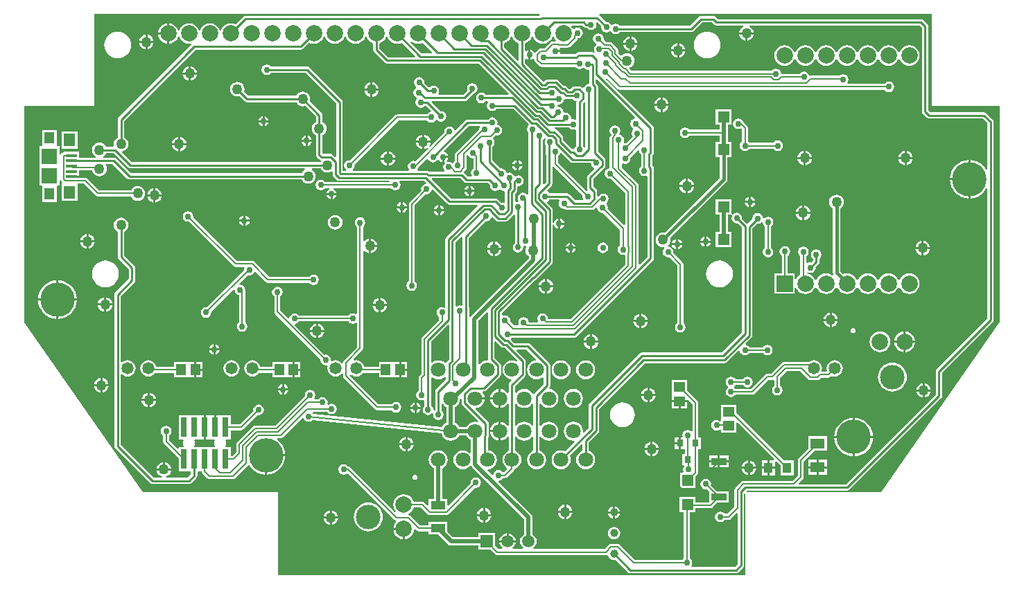
<source format=gbr>
%TF.GenerationSoftware,Altium Limited,Altium Designer,18.1.7 (191)*%
G04 Layer_Physical_Order=1*
G04 Layer_Color=255*
%FSLAX26Y26*%
%MOIN*%
%TF.FileFunction,Copper,L1,Top,Signal*%
%TF.Part,Single*%
G01*
G75*
%TA.AperFunction,ConnectorPad*%
%ADD10R,0.053150X0.015748*%
%ADD11R,0.055118X0.062992*%
%ADD12R,0.051181X0.057087*%
%TA.AperFunction,SMDPad,CuDef*%
%ADD13R,0.074803X0.074803*%
%ADD14R,0.070866X0.051181*%
%ADD15R,0.053150X0.045276*%
%ADD16R,0.043307X0.051181*%
%ADD17R,0.057087X0.053150*%
%ADD18R,0.029921X0.094488*%
%ADD19R,0.045276X0.053150*%
%ADD20R,0.074803X0.035433*%
%ADD21R,0.031496X0.035433*%
%ADD22R,0.070866X0.039370*%
%TA.AperFunction,Conductor*%
%ADD23C,0.008000*%
%ADD24C,0.015000*%
%ADD25C,0.020000*%
%ADD26C,0.010000*%
%ADD27C,0.019685*%
%TA.AperFunction,NonConductor*%
%ADD28C,0.003937*%
%TA.AperFunction,ComponentPad*%
%ADD29R,0.055118X0.055118*%
%ADD30C,0.078740*%
%ADD31C,0.070866*%
%ADD32C,0.058268*%
%TA.AperFunction,ViaPad*%
%ADD33C,0.165354*%
%TA.AperFunction,ComponentPad*%
%ADD34C,0.118110*%
%ADD35R,0.078740X0.078740*%
%ADD36C,0.039370*%
%ADD37R,0.059055X0.059055*%
%ADD38C,0.059055*%
%TA.AperFunction,ViaPad*%
%ADD39C,0.030000*%
%ADD40C,0.050000*%
G36*
X2477294Y2297150D02*
X2475354Y2294822D01*
X1062165D01*
X1056313Y2293657D01*
X1051351Y2290342D01*
X1014648Y2253639D01*
X1005211Y2257548D01*
X992323Y2259245D01*
X979435Y2257548D01*
X967425Y2252573D01*
X957112Y2244660D01*
X949198Y2234347D01*
X945570Y2225588D01*
X939076D01*
X935447Y2234347D01*
X927534Y2244660D01*
X917221Y2252573D01*
X905211Y2257548D01*
X892323Y2259245D01*
X879435Y2257548D01*
X867425Y2252573D01*
X857112Y2244660D01*
X849198Y2234347D01*
X845570Y2225588D01*
X839076D01*
X835447Y2234347D01*
X827534Y2244660D01*
X817221Y2252573D01*
X805211Y2257548D01*
X792323Y2259245D01*
X779435Y2257548D01*
X767425Y2252573D01*
X757112Y2244660D01*
X749198Y2234347D01*
X745570Y2225588D01*
X739076D01*
X735447Y2234347D01*
X727534Y2244660D01*
X717221Y2252573D01*
X705211Y2257548D01*
X697323Y2258587D01*
Y2209449D01*
Y2160311D01*
X705211Y2161349D01*
X717221Y2166324D01*
X727534Y2174238D01*
X735447Y2184551D01*
X739076Y2193310D01*
X745570D01*
X749198Y2184551D01*
X757112Y2174238D01*
X767425Y2166324D01*
X779435Y2161349D01*
X792323Y2159653D01*
X799817Y2160639D01*
X802619Y2154956D01*
X453752Y1806090D01*
X450437Y1801128D01*
X449273Y1795275D01*
Y1708950D01*
X446916Y1707974D01*
X439605Y1702364D01*
X433995Y1695053D01*
X430468Y1686538D01*
X429265Y1677402D01*
X430188Y1670389D01*
X426305Y1664388D01*
X392297D01*
X391320Y1666745D01*
X385710Y1674057D01*
X378399Y1679667D01*
X369885Y1683194D01*
X360748Y1684397D01*
X351611Y1683194D01*
X343097Y1679667D01*
X335786Y1674057D01*
X330176Y1666745D01*
X326649Y1658231D01*
X325446Y1649094D01*
X326649Y1639958D01*
X330176Y1631444D01*
X335786Y1624132D01*
X343097Y1618522D01*
X343344Y1618420D01*
X342150Y1612420D01*
X262953D01*
Y1640591D01*
X189803D01*
Y1636991D01*
X187803D01*
X182341Y1635904D01*
X177710Y1632810D01*
X174615Y1628179D01*
X174464Y1627420D01*
X168464Y1628011D01*
Y1666181D01*
X161969D01*
X156654Y1667835D01*
X156653Y1672181D01*
Y1744921D01*
X85472D01*
Y1672181D01*
X85472Y1667835D01*
X80157Y1666181D01*
X73661D01*
Y1571378D01*
Y1476890D01*
X80157D01*
X85472Y1475236D01*
X85472Y1470890D01*
Y1398150D01*
X156653D01*
Y1470890D01*
X156654Y1475236D01*
X161969Y1476890D01*
X168464D01*
Y1502215D01*
X174464Y1502806D01*
X174615Y1502047D01*
X177710Y1497416D01*
X182079Y1493047D01*
X179960Y1487047D01*
X179961D01*
Y1404055D01*
X255079D01*
Y1486206D01*
X286639D01*
X342977Y1429867D01*
X342977Y1429867D01*
X347608Y1426773D01*
X353071Y1425686D01*
X353071Y1425686D01*
X513304D01*
X514703Y1422310D01*
X520313Y1414998D01*
X527625Y1409388D01*
X536139Y1405861D01*
X545276Y1404659D01*
X554412Y1405861D01*
X562927Y1409388D01*
X570238Y1414998D01*
X575848Y1422310D01*
X579375Y1430824D01*
X580578Y1439961D01*
X579375Y1449097D01*
X575848Y1457612D01*
X570238Y1464923D01*
X562927Y1470533D01*
X554412Y1474060D01*
X545276Y1475263D01*
X536139Y1474060D01*
X527625Y1470533D01*
X520313Y1464923D01*
X514703Y1457612D01*
X513304Y1454235D01*
X358983D01*
X302645Y1510574D01*
X298014Y1513668D01*
X292551Y1514755D01*
X292551Y1514755D01*
X262953D01*
Y1515354D01*
X226378D01*
Y1525354D01*
X262953D01*
Y1551544D01*
X326181D01*
X326649Y1547989D01*
X330176Y1539475D01*
X335786Y1532164D01*
X343097Y1526554D01*
X351611Y1523027D01*
X360748Y1521824D01*
X369885Y1523027D01*
X378399Y1526554D01*
X385710Y1532164D01*
X391320Y1539475D01*
X394847Y1547989D01*
X396050Y1557126D01*
X394847Y1566263D01*
X391320Y1574777D01*
X390036Y1576451D01*
X392690Y1581832D01*
X424098D01*
X494107Y1511823D01*
X499069Y1508508D01*
X504921Y1507344D01*
X1333609D01*
X1334585Y1504987D01*
X1340195Y1497676D01*
X1347506Y1492065D01*
X1356021Y1488539D01*
X1365158Y1487336D01*
X1374294Y1488539D01*
X1382809Y1492065D01*
X1390120Y1497676D01*
X1395730Y1504987D01*
X1399257Y1513501D01*
X1400459Y1522638D01*
X1399257Y1531775D01*
X1395730Y1540289D01*
X1390120Y1547600D01*
X1382809Y1553210D01*
X1382087Y1553509D01*
X1383280Y1559509D01*
X1425144D01*
X1426120Y1557152D01*
X1431731Y1549841D01*
X1439042Y1544231D01*
X1447556Y1540704D01*
X1456693Y1539501D01*
X1465830Y1540704D01*
X1474344Y1544231D01*
X1476018Y1545515D01*
X1481399Y1542861D01*
Y1531519D01*
X1482563Y1525666D01*
X1485879Y1520705D01*
X1501415Y1505168D01*
X1506376Y1501853D01*
X1512229Y1500689D01*
X1752912D01*
X1756311Y1494689D01*
X1756251Y1494589D01*
X1445726D01*
X1443221Y1498339D01*
X1434951Y1503864D01*
X1425197Y1505805D01*
X1415442Y1503864D01*
X1407173Y1498339D01*
X1401647Y1490070D01*
X1399707Y1480315D01*
X1401647Y1470561D01*
X1407173Y1462291D01*
X1415442Y1456765D01*
X1425197Y1454825D01*
X1434951Y1456765D01*
X1443221Y1462291D01*
X1445726Y1466041D01*
X1464723D01*
X1465683Y1463067D01*
X1465721Y1460041D01*
X1458225Y1455032D01*
X1452699Y1446762D01*
X1451753Y1442008D01*
X1500744D01*
X1499798Y1446762D01*
X1494273Y1455032D01*
X1486776Y1460041D01*
X1486814Y1463067D01*
X1487774Y1466041D01*
X1762935D01*
X1765441Y1462291D01*
X1773710Y1456765D01*
X1783465Y1454825D01*
X1793219Y1456765D01*
X1801489Y1462291D01*
X1807014Y1470561D01*
X1808954Y1480315D01*
X1807014Y1490070D01*
X1803928Y1494689D01*
X1807135Y1500689D01*
X1922076D01*
X1931572Y1491193D01*
X1929597Y1484683D01*
X1923316Y1483433D01*
X1915047Y1477908D01*
X1909521Y1469638D01*
X1907581Y1459884D01*
X1908461Y1455461D01*
X1852111Y1399111D01*
X1849017Y1394480D01*
X1847930Y1389018D01*
X1847930Y1389017D01*
Y1016592D01*
X1844181Y1014087D01*
X1838655Y1005817D01*
X1836715Y996063D01*
X1838655Y986308D01*
X1844181Y978039D01*
X1852450Y972514D01*
X1862205Y970573D01*
X1871959Y972514D01*
X1880229Y978039D01*
X1885754Y986308D01*
X1887695Y996063D01*
X1885754Y1005817D01*
X1880229Y1014087D01*
X1876479Y1016592D01*
Y1383105D01*
X1928648Y1435274D01*
X1933071Y1434394D01*
X1942825Y1436334D01*
X1951095Y1441860D01*
X1956620Y1450129D01*
X1957870Y1456410D01*
X1964380Y1458385D01*
X2032936Y1389829D01*
X2037898Y1386513D01*
X2043751Y1385349D01*
X2177761D01*
X2180057Y1379806D01*
X2028784Y1228533D01*
X2025469Y1223571D01*
X2024304Y1217719D01*
Y891595D01*
X2019013Y888766D01*
X2017629Y889691D01*
X2007874Y891631D01*
X1998120Y889691D01*
X1989850Y884166D01*
X1984324Y875896D01*
X1982384Y866142D01*
X1984324Y856387D01*
X1989850Y848118D01*
X1993600Y845612D01*
Y828938D01*
X1912395Y747734D01*
X1909301Y743103D01*
X1908214Y737640D01*
X1908214Y737640D01*
Y570133D01*
X1899355Y561274D01*
X1896261Y556644D01*
X1895174Y551181D01*
X1895175Y551181D01*
Y489033D01*
X1891425Y486528D01*
X1885899Y478258D01*
X1883959Y468504D01*
X1885899Y458749D01*
X1891425Y450480D01*
X1899694Y444954D01*
X1909449Y443014D01*
X1918194Y444754D01*
X1924194Y441632D01*
Y416513D01*
X1922921Y415662D01*
X1917395Y407392D01*
X1915455Y397638D01*
X1917395Y387883D01*
X1922921Y379614D01*
X1931190Y374088D01*
X1940945Y372148D01*
X1950699Y374088D01*
X1958969Y379614D01*
X1959622Y380591D01*
X1965274Y378250D01*
X1964431Y374016D01*
X1966372Y364261D01*
X1971897Y355992D01*
X1980167Y350466D01*
X1989921Y348526D01*
X1999676Y350466D01*
X2007945Y355992D01*
X2013471Y364261D01*
X2015411Y374016D01*
X2013471Y383770D01*
X2007945Y392040D01*
X2005215Y393864D01*
Y424708D01*
X2011215Y426745D01*
X2016573Y419762D01*
X2026064Y412480D01*
X2028585Y411436D01*
Y335415D01*
X2026064Y334371D01*
X2016573Y327088D01*
X2009291Y317598D01*
X2007525Y313334D01*
X1389114Y377459D01*
X1386440Y381938D01*
X1389238Y387300D01*
X1455849D01*
X1458354Y383551D01*
X1466623Y378025D01*
X1476378Y376085D01*
X1486132Y378025D01*
X1494402Y383551D01*
X1499928Y391820D01*
X1501868Y401575D01*
X1499928Y411329D01*
X1494402Y419599D01*
X1486132Y425124D01*
X1476378Y427065D01*
X1466623Y425124D01*
X1462557Y422407D01*
X1457157Y426015D01*
X1458561Y433071D01*
X1456620Y442825D01*
X1451095Y451095D01*
X1442825Y456620D01*
X1433071Y458561D01*
X1423316Y456620D01*
X1415047Y451095D01*
X1412541Y447345D01*
X1397161D01*
X1393954Y453345D01*
X1397565Y458749D01*
X1399505Y468504D01*
X1397565Y478258D01*
X1392040Y486528D01*
X1383770Y492053D01*
X1374016Y493994D01*
X1364261Y492053D01*
X1355992Y486528D01*
X1350466Y478258D01*
X1348526Y468504D01*
X1349406Y464081D01*
X1206426Y321101D01*
X1108314D01*
X1102852Y320014D01*
X1098221Y316920D01*
X1098221Y316920D01*
X1022843Y241543D01*
X1019749Y236912D01*
X1018663Y231449D01*
X1018663Y231449D01*
Y192107D01*
X1000279Y173723D01*
X991102D01*
Y216693D01*
X970354D01*
X967669Y222693D01*
X970063Y228471D01*
X971083Y236220D01*
X970063Y243970D01*
X967669Y249748D01*
X970354Y255748D01*
X991102D01*
Y298718D01*
X1041338D01*
X1041339Y298718D01*
X1046801Y299804D01*
X1051432Y302899D01*
X1121561Y373028D01*
X1125984Y372148D01*
X1135739Y374088D01*
X1144008Y379614D01*
X1149534Y387883D01*
X1151474Y397638D01*
X1149534Y407392D01*
X1144008Y415662D01*
X1135739Y421187D01*
X1125984Y423128D01*
X1116230Y421187D01*
X1107960Y415662D01*
X1102435Y407392D01*
X1100495Y397638D01*
X1101374Y393215D01*
X1035426Y327266D01*
X991102D01*
Y370236D01*
X941181D01*
Y370236D01*
X941102D01*
Y370236D01*
X921142D01*
Y312992D01*
X911142D01*
Y370236D01*
X897102D01*
X891181Y370236D01*
X885181Y370236D01*
X871142D01*
Y312992D01*
Y255748D01*
X885181D01*
X891102Y255748D01*
X897102Y255748D01*
X911929D01*
X914614Y249748D01*
X912221Y243970D01*
X911201Y236220D01*
X912221Y228471D01*
X914614Y222693D01*
X911930Y216693D01*
X891181D01*
Y216693D01*
X891102D01*
Y216693D01*
X847102D01*
X841181Y216693D01*
X835181Y216693D01*
X820354D01*
X817669Y222693D01*
X820063Y228471D01*
X821083Y236220D01*
X820063Y243970D01*
X817669Y249748D01*
X820354Y255748D01*
X841102Y255748D01*
X847102Y255748D01*
X861142D01*
Y312992D01*
Y370236D01*
X847102D01*
X841181Y370236D01*
X835181Y370236D01*
X791181D01*
Y370236D01*
X791102D01*
Y370236D01*
X741181D01*
Y255748D01*
X761929D01*
X764614Y249748D01*
X762221Y243970D01*
X761201Y236220D01*
X762221Y228471D01*
X764614Y222693D01*
X761930Y216693D01*
X741181D01*
Y212436D01*
X735638Y210140D01*
X695377Y250401D01*
Y274746D01*
X699126Y277252D01*
X704652Y285521D01*
X706592Y295276D01*
X704652Y305030D01*
X699126Y313300D01*
X690857Y318825D01*
X681102Y320765D01*
X671348Y318825D01*
X663078Y313300D01*
X657553Y305030D01*
X655613Y295276D01*
X657553Y285521D01*
X663078Y277252D01*
X666828Y274746D01*
Y244489D01*
X666828Y244488D01*
X667915Y239026D01*
X671009Y234395D01*
X741181Y164222D01*
Y102205D01*
X791102D01*
Y102204D01*
X791181D01*
Y102205D01*
X800848D01*
Y86256D01*
X785004Y70412D01*
X681316D01*
X680146Y76137D01*
X688660Y79664D01*
X695971Y85274D01*
X701581Y92585D01*
X705108Y101099D01*
X705653Y105236D01*
X636365D01*
X636910Y101099D01*
X640437Y92585D01*
X646047Y85274D01*
X653358Y79664D01*
X661872Y76137D01*
X660702Y70412D01*
X622083D01*
X463483Y229012D01*
Y566317D01*
X469483Y568370D01*
X476249Y563179D01*
X485768Y559236D01*
X495984Y557891D01*
X506200Y559236D01*
X515720Y563179D01*
X523895Y569452D01*
X530168Y577626D01*
X534111Y587146D01*
X535456Y597362D01*
X534111Y607578D01*
X530168Y617098D01*
X523895Y625273D01*
X515720Y631545D01*
X506200Y635489D01*
X495984Y636834D01*
X485768Y635489D01*
X476249Y631545D01*
X469483Y626354D01*
X463483Y628408D01*
Y945791D01*
X528137Y1010446D01*
X531453Y1015407D01*
X532617Y1021260D01*
Y1080802D01*
X531453Y1086654D01*
X528137Y1091616D01*
X479861Y1139892D01*
Y1255971D01*
X482218Y1256947D01*
X489529Y1262557D01*
X495139Y1269869D01*
X498666Y1278383D01*
X499869Y1287520D01*
X498666Y1296657D01*
X495139Y1305171D01*
X489529Y1312482D01*
X482218Y1318092D01*
X473704Y1321619D01*
X464567Y1322822D01*
X455430Y1321619D01*
X446916Y1318092D01*
X439605Y1312482D01*
X433995Y1305171D01*
X430468Y1296657D01*
X429265Y1287520D01*
X430468Y1278383D01*
X433995Y1269869D01*
X439605Y1262557D01*
X446916Y1256947D01*
X449273Y1255971D01*
Y1133557D01*
X450437Y1127705D01*
X453752Y1122743D01*
X502029Y1074466D01*
Y1027595D01*
X437375Y962940D01*
X434059Y957979D01*
X432895Y952126D01*
Y222677D01*
X434059Y216824D01*
X437375Y211863D01*
X604934Y44304D01*
X609895Y40988D01*
X615748Y39824D01*
X791339D01*
X797191Y40988D01*
X802153Y44304D01*
X826956Y69107D01*
X830271Y74069D01*
X831436Y79921D01*
Y97962D01*
X835678Y102205D01*
X841102Y102205D01*
X851899Y102205D01*
X852954Y96900D01*
X856048Y92269D01*
X879922Y68395D01*
X879922Y68395D01*
X884553Y65300D01*
X890016Y64214D01*
X1003684D01*
X1003685Y64214D01*
X1009148Y65300D01*
X1013779Y68395D01*
X1075030Y129647D01*
X1075031Y129647D01*
X1075375Y130162D01*
X1082362Y129819D01*
X1084183Y126412D01*
X1095764Y112300D01*
X1109876Y100719D01*
X1125977Y92113D01*
X1143446Y86814D01*
X1156614Y85517D01*
Y178150D01*
X1161614D01*
Y183150D01*
X1254247D01*
X1252950Y196317D01*
X1247651Y213787D01*
X1239045Y229887D01*
X1227464Y243999D01*
X1214605Y254553D01*
X1216058Y260553D01*
X1231519D01*
X1231520Y260552D01*
X1236982Y261639D01*
X1241613Y264733D01*
X1335954Y359075D01*
X1341696Y357333D01*
X1342002Y355797D01*
X1347527Y347527D01*
X1355797Y342002D01*
X1365551Y340061D01*
X1375306Y342002D01*
X1383575Y347527D01*
X1384703Y349214D01*
X2004433Y284953D01*
X2004713Y282825D01*
X2009291Y271773D01*
X2016573Y262282D01*
X2026064Y255000D01*
X2037116Y250422D01*
X2048976Y248860D01*
X2060837Y250422D01*
X2071889Y255000D01*
X2081380Y262282D01*
X2088662Y271773D01*
X2089706Y274293D01*
X2126357D01*
X2127401Y271773D01*
X2134683Y262282D01*
X2144174Y255000D01*
X2146695Y253955D01*
Y190468D01*
X2141013Y188539D01*
X2140435Y189293D01*
X2130944Y196575D01*
X2119892Y201153D01*
X2108032Y202715D01*
X2096171Y201153D01*
X2085119Y196575D01*
X2075628Y189293D01*
X2068346Y179802D01*
X2063768Y168750D01*
X2062206Y156890D01*
X2063768Y145029D01*
X2068346Y133977D01*
X2075628Y124487D01*
X2085119Y117204D01*
X2096171Y112626D01*
X2108032Y111065D01*
X2119892Y112626D01*
X2130944Y117204D01*
X2140435Y124487D01*
X2142746Y127499D01*
X2149478Y126416D01*
X2152667Y121644D01*
X2402443Y-128132D01*
Y-202044D01*
X2394643Y-208029D01*
X2388307Y-216286D01*
X2384325Y-225902D01*
X2382966Y-236220D01*
X2384325Y-246539D01*
X2388307Y-256155D01*
X2394643Y-264412D01*
X2398182Y-267127D01*
X2396145Y-273127D01*
X2349524D01*
X2347487Y-267127D01*
X2351026Y-264412D01*
X2357362Y-256155D01*
X2361345Y-246539D01*
X2362045Y-241220D01*
X2283624D01*
X2284325Y-246539D01*
X2288307Y-256155D01*
X2294643Y-264412D01*
X2298182Y-267127D01*
X2296145Y-273127D01*
X2279928D01*
X2262362Y-255561D01*
Y-196693D01*
X2183307D01*
Y-215829D01*
X2059628D01*
X2033622Y-189823D01*
Y-143543D01*
X1942756D01*
Y-158954D01*
X1901074D01*
X1855822Y-113702D01*
X1851191Y-110608D01*
X1846234Y-109621D01*
X1845918Y-109064D01*
X1846829Y-102880D01*
X1848520Y-102180D01*
X1858833Y-94266D01*
X1866747Y-83953D01*
X1871147Y-73329D01*
X1906251D01*
X1937692Y-104770D01*
X1937692Y-104771D01*
X1942323Y-107865D01*
X1947785Y-108952D01*
X1947786Y-108951D01*
X2028592D01*
X2028593Y-108952D01*
X2034055Y-107865D01*
X2038686Y-104771D01*
X2166091Y22634D01*
X2170514Y21754D01*
X2180268Y23695D01*
X2188538Y29220D01*
X2194063Y37490D01*
X2196004Y47244D01*
X2194063Y56999D01*
X2188538Y65268D01*
X2180268Y70794D01*
X2170514Y72734D01*
X2160759Y70794D01*
X2152490Y65268D01*
X2146964Y56999D01*
X2145024Y47244D01*
X2145904Y42821D01*
X2039165Y-63917D01*
X2033622Y-61621D01*
Y-33307D01*
X2008581D01*
Y115442D01*
X2012834Y117204D01*
X2022324Y124487D01*
X2029607Y133977D01*
X2034185Y145029D01*
X2035746Y156890D01*
X2034185Y168750D01*
X2029607Y179802D01*
X2022324Y189293D01*
X2012834Y196575D01*
X2001782Y201153D01*
X1989921Y202715D01*
X1978061Y201153D01*
X1967009Y196575D01*
X1957518Y189293D01*
X1950236Y179802D01*
X1945658Y168750D01*
X1944096Y156890D01*
X1945658Y145029D01*
X1950236Y133977D01*
X1957518Y124487D01*
X1967009Y117204D01*
X1967797Y116878D01*
Y-33307D01*
X1942756D01*
Y-61621D01*
X1937213Y-63917D01*
X1922257Y-48962D01*
X1917626Y-45867D01*
X1912163Y-44781D01*
X1912163Y-44781D01*
X1871147D01*
X1866747Y-34157D01*
X1858833Y-23844D01*
X1848520Y-15930D01*
X1836510Y-10956D01*
X1823622Y-9259D01*
X1810734Y-10956D01*
X1798724Y-15930D01*
X1788411Y-23844D01*
X1780497Y-34157D01*
X1775523Y-46167D01*
X1773826Y-59055D01*
X1775523Y-71943D01*
X1780497Y-83953D01*
X1785294Y-90205D01*
X1780774Y-94169D01*
X1566275Y120330D01*
X1561644Y123424D01*
X1556181Y124511D01*
X1556181Y124510D01*
X1555963D01*
X1553457Y128260D01*
X1545188Y133786D01*
X1535433Y135726D01*
X1525679Y133786D01*
X1517409Y128260D01*
X1511884Y119991D01*
X1509943Y110236D01*
X1511884Y100482D01*
X1517409Y92212D01*
X1525679Y86687D01*
X1535433Y84746D01*
X1545188Y86687D01*
X1553457Y92212D01*
X1553968Y92263D01*
X1780119Y-133888D01*
X1780119Y-133889D01*
X1784750Y-136983D01*
X1784975Y-137028D01*
X1785925Y-138389D01*
X1787163Y-143581D01*
X1780497Y-152267D01*
X1775523Y-164277D01*
X1774484Y-172165D01*
X1823622D01*
Y-177165D01*
X1828622D01*
Y-226303D01*
X1836510Y-225265D01*
X1848520Y-220290D01*
X1858833Y-212376D01*
X1866747Y-202063D01*
X1871721Y-190054D01*
X1873070Y-179809D01*
X1879247Y-177500D01*
X1885068Y-183321D01*
X1885068Y-183322D01*
X1889699Y-186416D01*
X1895162Y-187503D01*
X1895162Y-187503D01*
X1942756D01*
Y-202913D01*
X1989036D01*
X2036762Y-250640D01*
X2043378Y-255060D01*
X2051181Y-256612D01*
X2183307D01*
Y-275748D01*
X2242175D01*
X2263922Y-297495D01*
X2268553Y-300589D01*
X2274016Y-301676D01*
X2274016Y-301676D01*
X2796456D01*
X2796457Y-301676D01*
X2799216Y-301127D01*
X2805258Y-304351D01*
X2805940Y-305119D01*
X2808716Y-311821D01*
X2813474Y-318022D01*
X2819675Y-322780D01*
X2826896Y-325771D01*
X2834646Y-326792D01*
X2841991Y-325825D01*
X2900997Y-384830D01*
X2905958Y-388145D01*
X2911811Y-389310D01*
X3421260D01*
X3427113Y-388145D01*
X3432074Y-384830D01*
X3455696Y-361208D01*
X3459012Y-356246D01*
X3460176Y-350394D01*
Y-6713D01*
X3461716Y-5684D01*
X3467716Y-8891D01*
Y-398031D01*
X1220866D01*
Y0D01*
X570866D01*
X-0Y816929D01*
Y1860236D01*
X334646D01*
Y2303150D01*
X2474484D01*
X2477294Y2297150D01*
D02*
G37*
G36*
X3315656Y2252965D02*
X3320618Y2249650D01*
X3326471Y2248486D01*
X3456009D01*
X3457202Y2242486D01*
X3454199Y2241242D01*
X3446888Y2235632D01*
X3441278Y2228320D01*
X3437751Y2219806D01*
X3437207Y2215669D01*
X3506494D01*
X3505950Y2219806D01*
X3502423Y2228320D01*
X3496813Y2235632D01*
X3489501Y2241242D01*
X3486498Y2242486D01*
X3487692Y2248486D01*
X4304689D01*
X4315415Y2237760D01*
Y1834646D01*
X4316579Y1828793D01*
X4319894Y1823831D01*
X4339579Y1804146D01*
X4344541Y1800831D01*
X4350394Y1799667D01*
X4607838D01*
X4630375Y1777130D01*
Y1554310D01*
X4624375Y1552807D01*
X4620738Y1559612D01*
X4609157Y1573724D01*
X4595045Y1585305D01*
X4578945Y1593911D01*
X4561475Y1599210D01*
X4548307Y1600507D01*
Y1507874D01*
Y1415241D01*
X4561475Y1416538D01*
X4578945Y1421837D01*
X4595045Y1430443D01*
X4609157Y1442024D01*
X4620738Y1456136D01*
X4624375Y1462941D01*
X4630375Y1461438D01*
Y837044D01*
X4386764Y593433D01*
X4383449Y588471D01*
X4382285Y582618D01*
Y470843D01*
X3950358Y38916D01*
X3724423D01*
X3722126Y44459D01*
X3742377Y64710D01*
X3742377Y64710D01*
X3745471Y69341D01*
X3746558Y74803D01*
X3746558Y74804D01*
Y147631D01*
X3798573Y199646D01*
X3859409D01*
Y270827D01*
X3768543D01*
Y209990D01*
X3722190Y163637D01*
X3719096Y159006D01*
X3718009Y153543D01*
X3718009Y153543D01*
Y80716D01*
X3692190Y54896D01*
X3457526D01*
X3457525Y54896D01*
X3452063Y53810D01*
X3447432Y50715D01*
X3417788Y21072D01*
X3414694Y16441D01*
X3413608Y10979D01*
X3413608Y10978D01*
Y-70142D01*
X3379914Y-103836D01*
X3366986D01*
X3364481Y-100086D01*
X3356211Y-94561D01*
X3346457Y-92620D01*
X3336702Y-94561D01*
X3328433Y-100086D01*
X3322907Y-108356D01*
X3320967Y-118110D01*
X3322907Y-127865D01*
X3328433Y-136134D01*
X3336702Y-141660D01*
X3346457Y-143600D01*
X3356211Y-141660D01*
X3364481Y-136134D01*
X3366986Y-132385D01*
X3385826D01*
X3385827Y-132385D01*
X3391289Y-131298D01*
X3395920Y-128204D01*
X3424045Y-100079D01*
X3429588Y-102375D01*
Y-344059D01*
X3414925Y-358722D01*
X3208866D01*
X3205659Y-352722D01*
X3208589Y-348337D01*
X3210529Y-338583D01*
X3208589Y-328828D01*
X3203063Y-320559D01*
X3199314Y-318053D01*
Y-94646D01*
X3227520D01*
Y-76282D01*
X3299212D01*
X3299213Y-76282D01*
X3304675Y-75195D01*
X3309306Y-72101D01*
X3331053Y-50354D01*
X3385984D01*
Y5079D01*
X3331053D01*
X3300996Y35136D01*
X3301876Y39559D01*
X3299935Y49313D01*
X3294410Y57583D01*
X3286140Y63108D01*
X3276386Y65049D01*
X3266631Y63108D01*
X3258362Y57583D01*
X3252836Y49313D01*
X3250896Y39559D01*
X3252836Y29805D01*
X3258362Y21535D01*
X3266631Y16009D01*
X3276386Y14069D01*
X3280809Y14949D01*
X3291181Y4577D01*
Y-47733D01*
X3227520D01*
Y-21496D01*
X3150433D01*
Y-94646D01*
X3170765D01*
Y-318053D01*
X3167015Y-320559D01*
X3164510Y-324308D01*
X2935046D01*
X2863810Y-253072D01*
X2859179Y-249978D01*
X2853716Y-248891D01*
X2853716Y-248891D01*
X2820693D01*
X2820693Y-248891D01*
X2815230Y-249978D01*
X2810599Y-253072D01*
X2790544Y-273127D01*
X2449524D01*
X2447487Y-267127D01*
X2451026Y-264412D01*
X2457362Y-256155D01*
X2461345Y-246539D01*
X2462703Y-236220D01*
X2461345Y-225902D01*
X2457362Y-216286D01*
X2451026Y-208029D01*
X2443227Y-202044D01*
Y-119685D01*
X2441674Y-111881D01*
X2437254Y-105266D01*
X2280682Y51306D01*
X2282662Y57811D01*
X2289282Y59128D01*
X2297552Y64653D01*
X2300057Y68403D01*
X2311023D01*
X2311024Y68403D01*
X2316486Y69490D01*
X2321117Y72584D01*
X2354345Y105812D01*
X2354345Y105812D01*
X2357440Y110443D01*
X2358032Y113421D01*
X2367164Y117204D01*
X2376655Y124487D01*
X2383938Y133977D01*
X2388516Y145029D01*
X2390077Y156890D01*
X2388516Y168750D01*
X2383938Y179802D01*
X2376655Y189293D01*
X2367164Y196575D01*
X2359546Y199731D01*
Y267228D01*
X2365546Y269265D01*
X2370904Y262282D01*
X2380395Y255000D01*
X2391447Y250422D01*
X2403307Y248860D01*
X2415168Y250422D01*
X2426220Y255000D01*
X2435710Y262282D01*
X2441068Y269265D01*
X2447068Y267228D01*
Y199731D01*
X2439450Y196575D01*
X2429959Y189293D01*
X2422677Y179802D01*
X2418099Y168750D01*
X2416537Y156890D01*
X2418099Y145029D01*
X2422677Y133977D01*
X2429959Y124487D01*
X2439450Y117204D01*
X2450502Y112626D01*
X2462362Y111065D01*
X2474223Y112626D01*
X2485275Y117204D01*
X2494765Y124487D01*
X2502048Y133977D01*
X2506626Y145029D01*
X2508187Y156890D01*
X2506626Y168750D01*
X2502048Y179802D01*
X2494765Y189293D01*
X2485275Y196575D01*
X2477656Y199731D01*
Y267228D01*
X2483656Y269265D01*
X2489014Y262282D01*
X2498505Y255000D01*
X2509557Y250422D01*
X2521417Y248860D01*
X2533278Y250422D01*
X2544330Y255000D01*
X2553820Y262282D01*
X2561103Y271773D01*
X2565681Y282825D01*
X2567242Y294685D01*
X2565681Y306546D01*
X2561103Y317598D01*
X2553820Y327088D01*
X2544330Y334371D01*
X2533278Y338949D01*
X2521417Y340510D01*
X2509557Y338949D01*
X2498505Y334371D01*
X2489014Y327088D01*
X2483656Y320106D01*
X2477656Y322142D01*
Y424708D01*
X2483656Y426745D01*
X2489014Y419762D01*
X2498505Y412480D01*
X2509557Y407902D01*
X2521417Y406340D01*
X2533278Y407902D01*
X2544330Y412480D01*
X2553820Y419762D01*
X2561103Y429253D01*
X2565681Y440305D01*
X2567242Y452165D01*
X2565681Y464026D01*
X2561103Y475078D01*
X2553820Y484569D01*
X2544330Y491851D01*
X2533278Y496429D01*
X2525496Y497453D01*
X2523346Y503788D01*
X2523610Y504052D01*
X2526925Y509014D01*
X2528089Y514866D01*
Y610851D01*
X2526925Y616703D01*
X2523610Y621665D01*
X2431264Y714011D01*
X2426302Y717326D01*
X2420450Y718490D01*
X2355200D01*
X2338896Y734795D01*
X2339484Y740766D01*
X2341060Y741818D01*
X2342884Y744549D01*
X2641732D01*
X2647585Y745713D01*
X2652547Y749028D01*
X3021129Y1117611D01*
X3024445Y1122573D01*
X3025609Y1128425D01*
Y1561639D01*
X3024445Y1567492D01*
X3021130Y1572453D01*
X3019231Y1574352D01*
Y1623319D01*
X3021130Y1625218D01*
X3024445Y1630180D01*
X3025609Y1636032D01*
Y1753465D01*
X3024445Y1759317D01*
X3021129Y1764279D01*
X2797500Y1987908D01*
X2799340Y1994554D01*
X2800043Y1994730D01*
X2852111Y1942662D01*
X2856742Y1939568D01*
X2862205Y1938482D01*
X2862205Y1938482D01*
X4136951D01*
X4139456Y1934732D01*
X4147726Y1929206D01*
X4157480Y1927266D01*
X4167235Y1929206D01*
X4175504Y1934732D01*
X4181030Y1943001D01*
X4182970Y1952756D01*
X4181030Y1962510D01*
X4175504Y1970780D01*
X4167235Y1976305D01*
X4157480Y1978246D01*
X4147726Y1976305D01*
X4139456Y1970780D01*
X4136951Y1967030D01*
X3960153D01*
X3956946Y1973030D01*
X3960557Y1978435D01*
X3962498Y1988189D01*
X3960557Y1997944D01*
X3955032Y2006213D01*
X3946762Y2011738D01*
X3937008Y2013679D01*
X3927253Y2011738D01*
X3919264Y2006400D01*
X3780414D01*
X3780414Y2006400D01*
X3778588Y2006037D01*
X3771718Y2009820D01*
X3771581Y2010510D01*
X3766055Y2018780D01*
X3757786Y2024305D01*
X3748032Y2026246D01*
X3738277Y2024305D01*
X3730008Y2018780D01*
X3726997Y2014274D01*
X3645488D01*
X3639663Y2015748D01*
X3638807Y2020052D01*
X3637723Y2025503D01*
X3632197Y2033772D01*
X3623928Y2039297D01*
X3614173Y2041238D01*
X3604419Y2039297D01*
X3596149Y2033772D01*
X3593644Y2030022D01*
X2918304D01*
X2909032Y2039295D01*
X2910451Y2046361D01*
X2915289Y2048365D01*
X2922600Y2053975D01*
X2928210Y2061286D01*
X2931737Y2069800D01*
X2932940Y2078937D01*
X2931737Y2088074D01*
X2928210Y2096588D01*
X2922600Y2103899D01*
X2915289Y2109509D01*
X2906775Y2113036D01*
X2897638Y2114239D01*
X2888501Y2113036D01*
X2879987Y2109509D01*
X2872676Y2103899D01*
X2867400Y2103554D01*
X2855343Y2115610D01*
Y2128082D01*
X2855344Y2128082D01*
X2854257Y2133545D01*
X2851163Y2138176D01*
X2851162Y2138176D01*
X2824802Y2164536D01*
X2820171Y2167630D01*
X2814709Y2168717D01*
X2814708Y2168717D01*
X2796352D01*
X2784452Y2180616D01*
X2785332Y2185039D01*
X2783392Y2194794D01*
X2777867Y2203063D01*
X2769597Y2208589D01*
X2759843Y2210529D01*
X2750088Y2208589D01*
X2741818Y2203063D01*
X2736293Y2194794D01*
X2734353Y2185039D01*
X2736293Y2175285D01*
X2741818Y2167015D01*
X2750088Y2161490D01*
X2750775Y2155236D01*
X2745750Y2151878D01*
X2740224Y2143608D01*
X2738284Y2133854D01*
X2740224Y2124099D01*
X2742114Y2121272D01*
X2737788Y2116946D01*
X2734814Y2118933D01*
X2728962Y2120097D01*
X2664739D01*
X2658886Y2118933D01*
X2653925Y2115617D01*
X2648089Y2109782D01*
X2578191D01*
X2577354Y2111349D01*
X2575609Y2115782D01*
X2576385Y2119685D01*
X2551890D01*
Y2129685D01*
X2576385D01*
X2575439Y2134439D01*
X2574054Y2136513D01*
X2576882Y2141804D01*
X2614429D01*
X2614429Y2141804D01*
X2619892Y2142891D01*
X2624523Y2145985D01*
X2655786Y2177249D01*
X2655786Y2177249D01*
X2658881Y2181880D01*
X2659944Y2187227D01*
X2669105Y2189049D01*
X2677374Y2194574D01*
X2682900Y2202844D01*
X2684840Y2212598D01*
X2682900Y2222353D01*
X2677374Y2230622D01*
X2669105Y2236148D01*
X2659351Y2238088D01*
X2649596Y2236148D01*
X2643017Y2231752D01*
X2636098Y2232776D01*
X2635448Y2234347D01*
X2629021Y2242722D01*
X2631585Y2248722D01*
X2682405D01*
X2689973Y2241154D01*
X2694935Y2237839D01*
X2700787Y2236675D01*
X2704561D01*
X2706385Y2233945D01*
X2714655Y2228419D01*
X2724409Y2226479D01*
X2734164Y2228419D01*
X2742433Y2233945D01*
X2747959Y2242214D01*
X2749899Y2251968D01*
X2748065Y2261191D01*
X2748336Y2261533D01*
X2754881Y2262860D01*
X2774206Y2243536D01*
X2773534Y2240157D01*
X2775474Y2230403D01*
X2780999Y2222133D01*
X2789269Y2216608D01*
X2799023Y2214668D01*
X2808778Y2216608D01*
X2813950Y2220064D01*
X2817478Y2221796D01*
X2821639Y2218535D01*
X2824496Y2214260D01*
X2832765Y2208734D01*
X2842520Y2206794D01*
X2852274Y2208734D01*
X2860544Y2214260D01*
X2862368Y2216990D01*
X3207702D01*
X3213555Y2218154D01*
X3218517Y2221469D01*
X3260534Y2263486D01*
X3305136D01*
X3315656Y2252965D01*
D02*
G37*
G36*
X2549198Y2184551D02*
X2555337Y2176550D01*
X2552412Y2170550D01*
X2538166D01*
X2538165Y2170550D01*
X2532703Y2169463D01*
X2528072Y2166369D01*
X2528072Y2166369D01*
X2499465Y2137762D01*
X2482795D01*
X2482795Y2137763D01*
X2477332Y2136676D01*
X2472701Y2133582D01*
X2472701Y2133581D01*
X2457811Y2118691D01*
X2451295Y2118979D01*
X2450410Y2119456D01*
X2447158Y2124323D01*
X2438888Y2129849D01*
X2434134Y2130794D01*
Y2106299D01*
Y2081804D01*
X2438888Y2082750D01*
X2445532Y2087189D01*
X2451532Y2084845D01*
Y2082477D01*
X2451532Y2082476D01*
X2452619Y2077014D01*
X2455713Y2072383D01*
X2475201Y2052895D01*
X2475201Y2052894D01*
X2479832Y2049800D01*
X2485295Y2048714D01*
X2648756D01*
X2651262Y2044964D01*
X2659532Y2039438D01*
X2669286Y2037498D01*
X2679041Y2039438D01*
X2684674Y2043203D01*
X2691262Y2043039D01*
X2699531Y2037514D01*
X2709286Y2035573D01*
X2712352Y2036183D01*
X2716990Y2032377D01*
Y1970039D01*
X2712598Y1966435D01*
X2702844Y1964494D01*
X2694574Y1958969D01*
X2689049Y1950699D01*
X2688836Y1949631D01*
X2683095Y1947890D01*
X2680721Y1950263D01*
X2675759Y1953579D01*
X2669907Y1954743D01*
X2645054D01*
X2639201Y1953579D01*
X2634240Y1950263D01*
X2626719Y1942743D01*
X2618405D01*
X2607136Y1954011D01*
X2602175Y1957327D01*
X2596322Y1958491D01*
X2591650D01*
X2566130Y1984011D01*
X2561168Y1987327D01*
X2555315Y1988491D01*
X2515551D01*
X2509698Y1987327D01*
X2504736Y1984011D01*
X2497285Y1976560D01*
X2407577Y2066268D01*
Y2083584D01*
X2413577Y2086626D01*
X2419379Y2082750D01*
X2424134Y2081804D01*
Y2106299D01*
Y2130794D01*
X2419379Y2129849D01*
X2413577Y2125972D01*
X2407577Y2129014D01*
Y2162330D01*
X2417221Y2166324D01*
X2427534Y2174238D01*
X2435448Y2184551D01*
X2439076Y2193310D01*
X2445570D01*
X2449198Y2184551D01*
X2457112Y2174238D01*
X2467425Y2166324D01*
X2479435Y2161349D01*
X2492323Y2159653D01*
X2505211Y2161349D01*
X2517221Y2166324D01*
X2527534Y2174238D01*
X2535448Y2184551D01*
X2539076Y2193310D01*
X2545570D01*
X2549198Y2184551D01*
D02*
G37*
G36*
X1449198D02*
X1457112Y2174238D01*
X1467425Y2166324D01*
X1479435Y2161349D01*
X1492323Y2159653D01*
X1505211Y2161349D01*
X1517221Y2166324D01*
X1527534Y2174238D01*
X1535447Y2184551D01*
X1539076Y2193310D01*
X1545570D01*
X1549198Y2184551D01*
X1557112Y2174238D01*
X1567425Y2166324D01*
X1579435Y2161349D01*
X1592323Y2159653D01*
X1605211Y2161349D01*
X1617221Y2166324D01*
X1627534Y2174238D01*
X1635447Y2184551D01*
X1639076Y2193310D01*
X1645570D01*
X1649198Y2184551D01*
X1657112Y2174238D01*
X1667425Y2166324D01*
X1676990Y2162362D01*
Y2131535D01*
X1678154Y2125683D01*
X1681469Y2120721D01*
X1732611Y2069579D01*
X1737572Y2066264D01*
X1743425Y2065100D01*
X2183775D01*
X2328431Y1920443D01*
X2326135Y1914900D01*
X2216699D01*
X2214874Y1917630D01*
X2206605Y1923156D01*
X2196850Y1925096D01*
X2187096Y1923156D01*
X2178826Y1917630D01*
X2173301Y1909361D01*
X2171361Y1899606D01*
X2173301Y1889852D01*
X2178826Y1881582D01*
X2187096Y1876057D01*
X2196850Y1874116D01*
X2206605Y1876057D01*
X2214874Y1881582D01*
X2216699Y1884312D01*
X2226141D01*
X2228727Y1878312D01*
X2224482Y1871959D01*
X2222542Y1862205D01*
X2224482Y1852450D01*
X2230008Y1844181D01*
X2238277Y1838655D01*
X2248032Y1836715D01*
X2257786Y1838655D01*
X2266055Y1844181D01*
X2267880Y1846911D01*
X2351052D01*
X2424954Y1773009D01*
X2424366Y1767037D01*
X2424250Y1766960D01*
X2418725Y1758690D01*
X2416785Y1748936D01*
X2418725Y1739181D01*
X2422638Y1733325D01*
Y1435696D01*
X2416638Y1433876D01*
X2415657Y1435344D01*
X2407387Y1440870D01*
X2397633Y1442810D01*
X2387878Y1440870D01*
X2379609Y1435344D01*
X2374084Y1427074D01*
X2372143Y1417320D01*
X2374084Y1407565D01*
X2375593Y1405306D01*
X2375057Y1403340D01*
X2372461Y1399194D01*
X2365305Y1397771D01*
X2359305Y1400921D01*
Y1439087D01*
X2365896Y1445678D01*
X2369212Y1450640D01*
X2370376Y1456493D01*
Y1471774D01*
X2375014Y1475580D01*
X2375399Y1475504D01*
X2385153Y1477444D01*
X2393423Y1482969D01*
X2398948Y1491239D01*
X2400889Y1500993D01*
X2398948Y1510748D01*
X2393423Y1519017D01*
X2385153Y1524543D01*
X2375399Y1526483D01*
X2365644Y1524543D01*
X2361948Y1522073D01*
X2355368Y1524395D01*
X2349843Y1532664D01*
X2341573Y1538190D01*
X2331819Y1540130D01*
X2322064Y1538190D01*
X2315687Y1541145D01*
X2314883Y1545185D01*
X2309358Y1553454D01*
X2301088Y1558979D01*
X2291334Y1560920D01*
X2288114Y1560279D01*
X2250632Y1597761D01*
Y1665191D01*
X2253362Y1667015D01*
X2258887Y1675285D01*
X2260828Y1685039D01*
X2258887Y1694794D01*
X2253362Y1703063D01*
X2253123Y1705487D01*
X2267514Y1719878D01*
X2271937Y1718998D01*
X2281691Y1720939D01*
X2289961Y1726464D01*
X2295486Y1734734D01*
X2297427Y1744488D01*
X2295486Y1754243D01*
X2289961Y1762512D01*
X2281691Y1768038D01*
X2277977Y1768777D01*
X2273720Y1775741D01*
X2274710Y1780716D01*
X2272770Y1790471D01*
X2267244Y1798740D01*
X2258975Y1804266D01*
X2249220Y1806206D01*
X2239466Y1804266D01*
X2231196Y1798740D01*
X2229372Y1796010D01*
X2132037D01*
X2126184Y1794846D01*
X2124548Y1793753D01*
X2124069Y1793657D01*
X2119107Y1790342D01*
X2072665Y1743900D01*
X2067618Y1745431D01*
X2066615Y1746336D01*
X2061331Y1754245D01*
X2053062Y1759770D01*
X2043307Y1761710D01*
X2033553Y1759770D01*
X2025283Y1754245D01*
X2019758Y1745975D01*
X2017817Y1736220D01*
X2018697Y1731797D01*
X1949839Y1662939D01*
X1945318Y1666903D01*
X1947895Y1670262D01*
X1951422Y1678777D01*
X1951966Y1682913D01*
X1922323D01*
Y1653270D01*
X1926460Y1653814D01*
X1934974Y1657341D01*
X1938333Y1659918D01*
X1942297Y1655398D01*
X1880641Y1593741D01*
X1879632Y1594416D01*
X1869878Y1596356D01*
X1860123Y1594416D01*
X1851854Y1588890D01*
X1846328Y1580621D01*
X1844388Y1570866D01*
X1846328Y1561112D01*
X1850227Y1555277D01*
X1847212Y1549277D01*
X1580588D01*
X1578767Y1555277D01*
X1581016Y1556779D01*
X1586542Y1565049D01*
X1588482Y1574803D01*
X1587602Y1579226D01*
X1800204Y1791828D01*
X1936163D01*
X1938669Y1788078D01*
X1946938Y1782553D01*
X1956693Y1780612D01*
X1966447Y1782553D01*
X1974717Y1788078D01*
X1978351Y1793517D01*
X1985385Y1793789D01*
X1985913Y1793000D01*
X1994182Y1787474D01*
X2003937Y1785534D01*
X2013691Y1787474D01*
X2021961Y1793000D01*
X2027486Y1801269D01*
X2029427Y1811024D01*
X2027486Y1820778D01*
X2021961Y1829048D01*
X2013691Y1834573D01*
X2003937Y1836513D01*
X2000717Y1835873D01*
X1957820Y1878769D01*
X1960117Y1884312D01*
X2116142D01*
X2121994Y1885476D01*
X2126956Y1888792D01*
X2159290Y1921126D01*
X2163101Y1921884D01*
X2171370Y1927409D01*
X2176896Y1935679D01*
X2178836Y1945433D01*
X2176896Y1955188D01*
X2171370Y1963457D01*
X2163101Y1968983D01*
X2153347Y1970923D01*
X2143592Y1968983D01*
X2135323Y1963457D01*
X2129797Y1955188D01*
X2127857Y1945433D01*
X2129797Y1935679D01*
X2130113Y1935206D01*
X2109807Y1914900D01*
X1993646D01*
X1990439Y1920900D01*
X1992053Y1923316D01*
X1993994Y1933071D01*
X1992053Y1942825D01*
X1986528Y1951095D01*
X1978258Y1956620D01*
X1968504Y1958561D01*
X1958749Y1956620D01*
X1950480Y1951095D01*
X1943528Y1950998D01*
X1923550Y1970976D01*
X1924190Y1974197D01*
X1922250Y1983951D01*
X1916725Y1992221D01*
X1908455Y1997746D01*
X1898701Y1999687D01*
X1888946Y1997746D01*
X1880677Y1992221D01*
X1875151Y1983951D01*
X1873211Y1974197D01*
X1875151Y1964442D01*
X1880677Y1956173D01*
X1884038Y1953927D01*
X1883699Y1946937D01*
X1878138Y1943221D01*
X1872613Y1934951D01*
X1870672Y1925197D01*
X1872613Y1915442D01*
X1878138Y1907173D01*
X1885791Y1902059D01*
X1886736Y1898673D01*
X1887098Y1895393D01*
X1881962Y1887707D01*
X1880022Y1877953D01*
X1881962Y1868198D01*
X1887488Y1859929D01*
X1895757Y1854403D01*
X1905512Y1852463D01*
X1915266Y1854403D01*
X1923536Y1859929D01*
X1924936Y1862024D01*
X1930956Y1862376D01*
X1955938Y1837394D01*
X1953825Y1831022D01*
X1946938Y1829652D01*
X1938669Y1824126D01*
X1936163Y1820377D01*
X1794292D01*
X1794291Y1820377D01*
X1788829Y1819290D01*
X1784198Y1816196D01*
X1784198Y1816196D01*
X1567415Y1599413D01*
X1562992Y1600293D01*
X1553238Y1598353D01*
X1544968Y1592827D01*
X1539443Y1584558D01*
X1537502Y1574803D01*
X1539443Y1565049D01*
X1544968Y1556779D01*
X1547217Y1555277D01*
X1545397Y1549277D01*
X1529987D01*
Y1879008D01*
X1528823Y1884861D01*
X1525507Y1889822D01*
X1369082Y2046247D01*
X1364120Y2049563D01*
X1358268Y2050727D01*
X1185203D01*
X1183378Y2053457D01*
X1175109Y2058983D01*
X1165354Y2060923D01*
X1155600Y2058983D01*
X1147330Y2053457D01*
X1141805Y2045188D01*
X1139864Y2035433D01*
X1141805Y2025679D01*
X1147330Y2017409D01*
X1155600Y2011884D01*
X1165354Y2009943D01*
X1175109Y2011884D01*
X1183378Y2017409D01*
X1185203Y2020139D01*
X1351933D01*
X1499399Y1872673D01*
Y1618134D01*
X1493856Y1615838D01*
X1484076Y1625618D01*
X1479114Y1628933D01*
X1473261Y1630097D01*
X1434839D01*
X1432617Y1632319D01*
Y1720420D01*
X1434974Y1721396D01*
X1442285Y1727006D01*
X1447895Y1734318D01*
X1451422Y1742832D01*
X1452625Y1751968D01*
X1451422Y1761105D01*
X1447895Y1769620D01*
X1442285Y1776931D01*
X1434974Y1782541D01*
X1432617Y1783517D01*
Y1815945D01*
X1431453Y1821798D01*
X1428137Y1826759D01*
X1371705Y1883191D01*
X1372682Y1885548D01*
X1373885Y1894685D01*
X1372682Y1903822D01*
X1369155Y1912336D01*
X1363545Y1919647D01*
X1356234Y1925257D01*
X1347719Y1928784D01*
X1338583Y1929987D01*
X1329446Y1928784D01*
X1320932Y1925257D01*
X1313620Y1919647D01*
X1308010Y1912336D01*
X1307034Y1909979D01*
X1077201D01*
X1056745Y1930435D01*
X1057721Y1932792D01*
X1058924Y1941929D01*
X1057721Y1951066D01*
X1054194Y1959580D01*
X1048584Y1966891D01*
X1041273Y1972502D01*
X1032759Y1976028D01*
X1023622Y1977231D01*
X1014485Y1976028D01*
X1005971Y1972502D01*
X998660Y1966891D01*
X993050Y1959580D01*
X989523Y1951066D01*
X988320Y1941929D01*
X989523Y1932792D01*
X993050Y1924278D01*
X998660Y1916967D01*
X1005971Y1911357D01*
X1014485Y1907830D01*
X1023622Y1906627D01*
X1032759Y1907830D01*
X1035116Y1908806D01*
X1060052Y1883871D01*
X1065013Y1880555D01*
X1070866Y1879391D01*
X1307034D01*
X1308010Y1877034D01*
X1313620Y1869723D01*
X1320932Y1864113D01*
X1329446Y1860586D01*
X1338583Y1859383D01*
X1347719Y1860586D01*
X1350077Y1861562D01*
X1402029Y1809610D01*
Y1783517D01*
X1399672Y1782541D01*
X1392361Y1776931D01*
X1386750Y1769620D01*
X1383224Y1761105D01*
X1382021Y1751968D01*
X1383224Y1742832D01*
X1386750Y1734318D01*
X1392361Y1727006D01*
X1399672Y1721396D01*
X1402029Y1720420D01*
Y1625984D01*
X1403193Y1620132D01*
X1406508Y1615170D01*
X1417690Y1603989D01*
X1422651Y1600673D01*
X1423634Y1600478D01*
X1425888Y1594901D01*
X1422820Y1590097D01*
X516932D01*
X469683Y1637345D01*
X471612Y1643027D01*
X473704Y1643303D01*
X482218Y1646829D01*
X489529Y1652439D01*
X495139Y1659751D01*
X498666Y1668265D01*
X499869Y1677402D01*
X498666Y1686538D01*
X495139Y1695053D01*
X489529Y1702364D01*
X482218Y1707974D01*
X479861Y1708950D01*
Y1788941D01*
X822870Y2131950D01*
X1329882D01*
X1335735Y2133114D01*
X1340696Y2136430D01*
X1369663Y2165397D01*
X1379435Y2161349D01*
X1392323Y2159653D01*
X1405211Y2161349D01*
X1417221Y2166324D01*
X1427534Y2174238D01*
X1435447Y2184551D01*
X1439076Y2193310D01*
X1445570D01*
X1449198Y2184551D01*
D02*
G37*
G36*
X1867425Y2166324D02*
X1879435Y2161349D01*
X1892323Y2159653D01*
X1905211Y2161349D01*
X1914927Y2165374D01*
X1961069Y2119231D01*
X1958773Y2113688D01*
X1909870D01*
X1856130Y2167428D01*
X1860095Y2171949D01*
X1867425Y2166324D01*
D02*
G37*
G36*
X1749198Y2184551D02*
X1757112Y2174238D01*
X1767425Y2166324D01*
X1779435Y2161349D01*
X1792323Y2159653D01*
X1805211Y2161349D01*
X1814927Y2165374D01*
X1879070Y2101231D01*
X1876773Y2095688D01*
X1749760D01*
X1707577Y2137870D01*
Y2162330D01*
X1717221Y2166324D01*
X1727534Y2174238D01*
X1735447Y2184551D01*
X1739076Y2193310D01*
X1745570D01*
X1749198Y2184551D01*
D02*
G37*
G36*
X2349198D02*
X2357112Y2174238D01*
X2367425Y2166324D01*
X2376990Y2162362D01*
Y2079240D01*
X2371446Y2076944D01*
X2307577Y2140812D01*
Y2162330D01*
X2317221Y2166324D01*
X2327534Y2174238D01*
X2335448Y2184551D01*
X2339076Y2193310D01*
X2345570D01*
X2349198Y2184551D01*
D02*
G37*
G36*
X2604614Y1894155D02*
X2637632D01*
X2639456Y1891425D01*
X2647726Y1885899D01*
X2655111Y1884430D01*
X2653997Y1878833D01*
Y1797259D01*
X2648706Y1794431D01*
X2647550Y1795203D01*
X2637795Y1797143D01*
X2632568Y1796103D01*
X2627465Y1801206D01*
X2627852Y1803150D01*
X2625912Y1812904D01*
X2620386Y1821174D01*
X2612117Y1826699D01*
X2602362Y1828639D01*
X2597950Y1827762D01*
X2592419Y1830709D01*
X2590479Y1840463D01*
X2584953Y1848733D01*
X2576684Y1854258D01*
X2566929Y1856198D01*
X2562064Y1860648D01*
X2562091Y1864686D01*
X2566695Y1868743D01*
X2569370Y1868211D01*
X2579124Y1870151D01*
X2587394Y1875677D01*
X2592919Y1883946D01*
X2594335Y1891061D01*
X2595508Y1892189D01*
X2599741Y1894720D01*
X2600733Y1894927D01*
X2604614Y1894155D01*
D02*
G37*
G36*
X2935566Y1806585D02*
X2933591Y1800074D01*
X2928895Y1799140D01*
X2920626Y1793615D01*
X2915100Y1785345D01*
X2913160Y1775591D01*
X2915100Y1765836D01*
X2920626Y1757567D01*
X2926720Y1753495D01*
X2927347Y1746697D01*
X2926858Y1746370D01*
X2921332Y1738101D01*
X2919392Y1728347D01*
X2921332Y1718592D01*
X2924604Y1713696D01*
X2892998Y1682090D01*
X2888575Y1682970D01*
X2885198Y1682298D01*
X2882709Y1685276D01*
X2881296Y1687640D01*
X2883128Y1696850D01*
X2881187Y1706605D01*
X2875662Y1714874D01*
X2867392Y1720400D01*
X2862990Y1721276D01*
X2860228Y1727943D01*
X2863187Y1732371D01*
X2865128Y1742126D01*
X2863187Y1751880D01*
X2857662Y1760150D01*
X2849392Y1765675D01*
X2839638Y1767616D01*
X2829883Y1765675D01*
X2821614Y1760150D01*
X2816088Y1751880D01*
X2814148Y1742126D01*
X2816088Y1732371D01*
X2821614Y1724102D01*
X2821800Y1722212D01*
X2818544Y1718956D01*
X2815450Y1714325D01*
X2814363Y1708862D01*
X2814363Y1708862D01*
Y1563814D01*
X2814363Y1563814D01*
X2812044Y1560343D01*
X2805206Y1558983D01*
X2796937Y1553457D01*
X2791411Y1545188D01*
X2789471Y1535433D01*
X2791411Y1525679D01*
X2796937Y1517409D01*
X2805206Y1511884D01*
X2814961Y1509943D01*
X2819384Y1510823D01*
X2887985Y1442221D01*
Y1289647D01*
X2882442Y1287351D01*
X2804138Y1365656D01*
X2805017Y1370079D01*
X2803077Y1379833D01*
X2798747Y1386314D01*
X2799077Y1393750D01*
X2801489Y1395362D01*
X2807014Y1403631D01*
X2808954Y1413386D01*
X2807014Y1423140D01*
X2801489Y1431410D01*
X2793219Y1436935D01*
X2783465Y1438876D01*
X2773710Y1436935D01*
X2765441Y1431410D01*
X2761832Y1426009D01*
X2759955Y1424755D01*
X2754101Y1427273D01*
X2753955Y1427413D01*
Y1449370D01*
X2752791Y1455223D01*
X2749476Y1460185D01*
X2735766Y1473894D01*
Y1510294D01*
X2788846Y1563373D01*
X2792161Y1568335D01*
X2793325Y1574188D01*
Y1599041D01*
X2792161Y1604893D01*
X2788846Y1609855D01*
X2757892Y1640809D01*
Y1953371D01*
X2756728Y1959224D01*
X2753413Y1964186D01*
X2747577Y1970021D01*
Y1986734D01*
X2753121Y1989030D01*
X2935566Y1806585D01*
D02*
G37*
G36*
X2697305Y1877378D02*
Y1664465D01*
X2691305Y1662644D01*
X2687315Y1668615D01*
X2684585Y1670439D01*
Y1872498D01*
X2691761Y1879675D01*
X2697305Y1877378D01*
D02*
G37*
G36*
X2619771Y1753630D02*
X2628041Y1748104D01*
X2637795Y1746164D01*
X2647550Y1748104D01*
X2648706Y1748876D01*
X2653997Y1746048D01*
Y1670439D01*
X2651267Y1668615D01*
X2645742Y1660345D01*
X2644178Y1652486D01*
X2639291Y1653458D01*
X2631712D01*
X2590853Y1694317D01*
Y1707370D01*
X2589689Y1713223D01*
X2586374Y1718185D01*
X2558256Y1746303D01*
X2553294Y1749618D01*
X2549565Y1750360D01*
X2550156Y1756360D01*
X2617947D01*
X2619771Y1753630D01*
D02*
G37*
G36*
X2190616Y1760131D02*
X2189049Y1757786D01*
X2187321Y1749100D01*
X2072584Y1634363D01*
X2069490Y1629732D01*
X2068403Y1624269D01*
X2068403Y1624269D01*
Y1595333D01*
X2064653Y1592827D01*
X2061852Y1588635D01*
X2057763Y1585258D01*
X2054164Y1587106D01*
X2049120Y1590476D01*
X2039366Y1592416D01*
X2031541Y1590859D01*
X2029200Y1596511D01*
X2030820Y1597593D01*
X2036345Y1605863D01*
X2037291Y1610618D01*
X2017796D01*
Y1591122D01*
X2020621Y1591684D01*
X2022962Y1586032D01*
X2021342Y1584950D01*
X2015816Y1576680D01*
X2013876Y1566926D01*
X2015816Y1557171D01*
X2020543Y1550097D01*
X2018555Y1544097D01*
X1947381D01*
X1946681Y1544797D01*
X1941719Y1548112D01*
X1935867Y1549277D01*
X1892543D01*
X1889528Y1555277D01*
X1893427Y1561112D01*
X1894679Y1567405D01*
X1934970Y1607697D01*
X1940712Y1605955D01*
X1941017Y1604419D01*
X1946543Y1596149D01*
X1954812Y1590624D01*
X1964567Y1588683D01*
X1974321Y1590624D01*
X1982591Y1596149D01*
X1985556Y1600586D01*
X1992772D01*
X1994772Y1597593D01*
X2003041Y1592068D01*
X2007796Y1591122D01*
Y1615618D01*
X2012796D01*
Y1620618D01*
X2037291D01*
X2036345Y1625372D01*
X2030820Y1633641D01*
X2022550Y1639167D01*
X2019316Y1639810D01*
X2017574Y1645552D01*
X2137445Y1765422D01*
X2187787D01*
X2190616Y1760131D01*
D02*
G37*
G36*
X2955395Y1645595D02*
X2956765Y1638704D01*
X2962291Y1630435D01*
X2966041Y1627929D01*
Y1569742D01*
X2962291Y1567237D01*
X2956765Y1558967D01*
X2954825Y1549213D01*
X2956765Y1539458D01*
X2962291Y1531189D01*
X2970561Y1525663D01*
X2980315Y1523723D01*
X2989021Y1525455D01*
X2995021Y1522305D01*
Y1134760D01*
X2958770Y1098509D01*
X2953227Y1100806D01*
Y1476126D01*
X2953227Y1476126D01*
X2952140Y1481589D01*
X2949046Y1486219D01*
X2949046Y1486220D01*
X2871912Y1563354D01*
Y1582149D01*
X2877204Y1584977D01*
X2878820Y1583897D01*
X2888575Y1581957D01*
X2898329Y1583897D01*
X2906599Y1589423D01*
X2912124Y1597692D01*
X2914064Y1607447D01*
X2913185Y1611870D01*
X2949024Y1647709D01*
X2955395Y1645595D01*
D02*
G37*
G36*
X499783Y1563989D02*
X504744Y1560673D01*
X510597Y1559509D01*
X1347035D01*
X1348228Y1553509D01*
X1347506Y1553210D01*
X1340195Y1547600D01*
X1334585Y1540289D01*
X1333609Y1537932D01*
X511256D01*
X441248Y1607940D01*
X436286Y1611256D01*
X430433Y1612420D01*
X379346D01*
X378152Y1618420D01*
X378399Y1618522D01*
X385710Y1624132D01*
X391320Y1631444D01*
X392297Y1633801D01*
X429971D01*
X499783Y1563989D01*
D02*
G37*
G36*
X2135602Y1621602D02*
X2139456Y1615834D01*
X2147726Y1610309D01*
X2157480Y1608369D01*
X2158954Y1607159D01*
Y1559900D01*
X2155204Y1557394D01*
X2149679Y1549125D01*
X2147738Y1539370D01*
X2149679Y1529616D01*
X2151430Y1526995D01*
X2148223Y1520995D01*
X2131168D01*
X2112545Y1539618D01*
X2112200Y1543127D01*
X2121770Y1552697D01*
X2121771Y1552697D01*
X2124865Y1557328D01*
X2125952Y1562791D01*
X2125952Y1562792D01*
Y1621293D01*
X2128044Y1622943D01*
X2129002Y1623132D01*
X2135602Y1621602D01*
D02*
G37*
G36*
X2507581Y1703360D02*
X2506586Y1701098D01*
X2504010Y1697243D01*
X2502069Y1687488D01*
X2504010Y1677734D01*
X2506638Y1673800D01*
Y1629306D01*
X2507802Y1623453D01*
X2508328Y1622666D01*
Y1493645D01*
X2498034Y1483351D01*
X2494278Y1484603D01*
X2492297Y1486099D01*
Y1698065D01*
X2495027Y1699889D01*
X2498456Y1705021D01*
X2505333Y1705877D01*
X2507581Y1703360D01*
D02*
G37*
G36*
X2624680Y1591776D02*
X2629642Y1588461D01*
X2635495Y1587297D01*
X2721981D01*
X2722542Y1586614D01*
X2724482Y1576860D01*
X2730008Y1568590D01*
X2737388Y1563659D01*
X2739404Y1557189D01*
X2709658Y1527443D01*
X2706343Y1522481D01*
X2705178Y1516629D01*
Y1467559D01*
X2706343Y1461706D01*
X2708178Y1458960D01*
X2706083Y1453212D01*
X2705401Y1452538D01*
X2702048Y1451997D01*
X2566206Y1587839D01*
Y1621203D01*
X2569956Y1623708D01*
X2575481Y1631978D01*
X2575733Y1633241D01*
X2581474Y1634982D01*
X2624680Y1591776D01*
D02*
G37*
G36*
X2684051Y1429620D02*
X2683172Y1425197D01*
X2685112Y1415442D01*
X2687021Y1412585D01*
X2684192Y1407294D01*
X2648454D01*
X2619739Y1436008D01*
X2614777Y1439324D01*
X2608925Y1440488D01*
X2523780D01*
X2521956Y1443218D01*
X2514575Y1448150D01*
X2512560Y1454620D01*
X2534436Y1476496D01*
X2537752Y1481458D01*
X2538916Y1487310D01*
Y1566270D01*
X2544916Y1568755D01*
X2684051Y1429620D01*
D02*
G37*
G36*
X2114019Y1494886D02*
X2118981Y1491571D01*
X2124833Y1490407D01*
X2228122D01*
X2238930Y1479598D01*
X2238290Y1476378D01*
X2240230Y1466623D01*
X2245756Y1458354D01*
X2254025Y1452829D01*
X2263780Y1450888D01*
X2273534Y1452829D01*
X2281803Y1458354D01*
X2282430Y1459291D01*
X2288430D01*
X2289058Y1458351D01*
X2297327Y1452825D01*
X2307082Y1450885D01*
X2310717Y1447902D01*
Y1396724D01*
X2305771Y1393649D01*
X2304717Y1393690D01*
X2295276Y1395569D01*
X2292055Y1394928D01*
X2275526Y1411457D01*
X2270564Y1414773D01*
X2264711Y1415937D01*
X2050086D01*
X1958056Y1507966D01*
X1960353Y1513509D01*
X2095396D01*
X2114019Y1494886D01*
D02*
G37*
G36*
X2358717Y1335524D02*
Y1200955D01*
X2355987Y1199131D01*
X2350461Y1190862D01*
X2348521Y1181107D01*
X2350461Y1171353D01*
X2355987Y1163083D01*
X2364256Y1157558D01*
X2374011Y1155617D01*
X2383765Y1157558D01*
X2392035Y1163083D01*
X2397561Y1171353D01*
X2399501Y1181107D01*
X2399115Y1183046D01*
X2404218Y1188149D01*
X2409449Y1187109D01*
X2410853Y1187388D01*
X2413837Y1181864D01*
X2410783Y1174491D01*
X2409580Y1165354D01*
X2410783Y1156217D01*
X2414309Y1147703D01*
X2419920Y1140392D01*
X2424490Y1136885D01*
Y1125691D01*
X2149045Y850246D01*
X2145336Y844694D01*
X2140243Y845338D01*
X2139336Y845692D01*
Y886442D01*
X2138171Y892295D01*
X2137341Y893538D01*
Y1225950D01*
X2217248Y1305857D01*
X2220468Y1305216D01*
X2230222Y1307157D01*
X2238492Y1312682D01*
X2244017Y1320951D01*
X2244580Y1323780D01*
X2250322Y1325522D01*
X2268369Y1307474D01*
X2273331Y1304159D01*
X2279184Y1302995D01*
X2311367D01*
X2317220Y1304159D01*
X2322182Y1307474D01*
X2352717Y1338009D01*
X2358717Y1335524D01*
D02*
G37*
G36*
X2573867Y1403900D02*
X2570939Y1399518D01*
X2568998Y1389764D01*
X2570939Y1380009D01*
X2576464Y1371740D01*
X2584734Y1366214D01*
X2594488Y1364274D01*
X2598911Y1365154D01*
X2599158Y1364907D01*
X2599159Y1364907D01*
X2603789Y1361812D01*
X2609252Y1360726D01*
X2609253Y1360726D01*
X2729753D01*
X2729753Y1360726D01*
X2735216Y1361812D01*
X2739847Y1364907D01*
X2748641Y1373701D01*
X2754170Y1370745D01*
X2754038Y1370079D01*
X2755978Y1360324D01*
X2761504Y1352055D01*
X2769773Y1346529D01*
X2779528Y1344589D01*
X2783951Y1345469D01*
X2863678Y1265741D01*
Y1189821D01*
X2859929Y1187315D01*
X2854403Y1179046D01*
X2852463Y1169291D01*
X2854403Y1159537D01*
X2859929Y1151267D01*
X2868198Y1145742D01*
X2877953Y1143802D01*
X2881985Y1144604D01*
X2887985Y1139679D01*
Y1095579D01*
X2627334Y834928D01*
X2518825D01*
X2517616Y836402D01*
X2515675Y846156D01*
X2510150Y854426D01*
X2501881Y859951D01*
X2492126Y861891D01*
X2482372Y859951D01*
X2474102Y854426D01*
X2468577Y846156D01*
X2466636Y836402D01*
X2468577Y826647D01*
X2470199Y824219D01*
X2467370Y818928D01*
X2425794D01*
X2423860Y828652D01*
X2418334Y836922D01*
X2410064Y842447D01*
X2400310Y844387D01*
X2390555Y842447D01*
X2382286Y836922D01*
X2376760Y828652D01*
X2374820Y818898D01*
X2376760Y809143D01*
X2377378Y808219D01*
X2374549Y802928D01*
X2355054D01*
X2335633Y822349D01*
X2336513Y826772D01*
X2334573Y836526D01*
X2329048Y844796D01*
X2320778Y850321D01*
X2311023Y852261D01*
X2302318Y850530D01*
X2296317Y853679D01*
Y863612D01*
X2453844Y1021139D01*
X2454672Y1021303D01*
X2459633Y1024619D01*
X2535633Y1100619D01*
X2538949Y1105580D01*
X2540113Y1111433D01*
Y1285452D01*
X2541717Y1290787D01*
X2541718Y1290787D01*
Y1290787D01*
X2546113Y1291220D01*
X2546231Y1290627D01*
X2547540Y1284047D01*
X2553065Y1275778D01*
X2561335Y1270252D01*
X2566089Y1269307D01*
Y1293802D01*
Y1318297D01*
X2561335Y1317351D01*
X2553065Y1311826D01*
X2547540Y1303556D01*
X2546231Y1296977D01*
X2546113Y1296384D01*
X2541718Y1296816D01*
Y1296816D01*
X2541717Y1296816D01*
X2540113Y1302152D01*
Y1361881D01*
X2538949Y1367734D01*
X2535633Y1372695D01*
X2512560Y1395768D01*
X2514575Y1402238D01*
X2521956Y1407170D01*
X2523780Y1409900D01*
X2570659D01*
X2573867Y1403900D01*
D02*
G37*
G36*
X2106753Y1229304D02*
Y902256D01*
X2100753Y898170D01*
X2094042Y899505D01*
X2084287Y897565D01*
X2078892Y893960D01*
X2072892Y897168D01*
Y1203928D01*
X2100753Y1231789D01*
X2106753Y1229304D01*
D02*
G37*
G36*
X2292339Y701028D02*
X2297301Y697713D01*
X2303153Y696549D01*
X2308428D01*
X2370480Y634497D01*
X2367164Y629646D01*
X2356112Y634224D01*
X2344252Y635786D01*
X2332392Y634224D01*
X2321340Y629646D01*
X2311849Y622364D01*
X2304566Y612873D01*
X2299988Y601821D01*
X2298427Y589961D01*
X2299988Y578100D01*
X2304566Y567048D01*
X2311849Y557558D01*
X2321340Y550275D01*
X2332392Y545697D01*
X2340173Y544673D01*
X2342323Y538338D01*
X2333438Y529452D01*
X2330122Y524490D01*
X2328958Y518638D01*
Y479623D01*
X2322958Y477586D01*
X2317600Y484569D01*
X2308109Y491851D01*
X2297057Y496429D01*
X2290197Y497332D01*
Y452165D01*
Y406999D01*
X2297057Y407902D01*
X2308109Y412480D01*
X2317600Y419762D01*
X2322958Y426745D01*
X2328958Y424708D01*
Y322142D01*
X2322958Y320106D01*
X2317600Y327088D01*
X2308109Y334371D01*
X2297057Y338949D01*
X2290197Y339852D01*
Y294685D01*
Y249518D01*
X2297057Y250422D01*
X2308109Y255000D01*
X2317600Y262282D01*
X2322958Y269265D01*
X2328958Y267228D01*
Y199731D01*
X2321340Y196575D01*
X2311849Y189293D01*
X2304566Y179802D01*
X2299988Y168750D01*
X2298427Y156890D01*
X2299988Y145029D01*
X2304566Y133977D01*
X2311849Y124487D01*
X2318815Y119141D01*
X2319987Y111828D01*
X2305610Y97450D01*
X2299473Y97826D01*
X2297552Y100701D01*
X2289282Y106227D01*
X2279528Y108167D01*
X2269773Y106227D01*
X2261504Y100701D01*
X2255978Y92432D01*
X2254661Y85812D01*
X2248156Y83832D01*
X2226852Y105135D01*
X2229028Y111445D01*
X2238002Y112626D01*
X2249054Y117204D01*
X2258545Y124487D01*
X2265827Y133977D01*
X2270405Y145029D01*
X2271967Y156890D01*
X2270405Y168750D01*
X2265827Y179802D01*
X2258545Y189293D01*
X2249054Y196575D01*
X2238002Y201153D01*
X2229282Y202301D01*
Y264399D01*
X2231649Y267942D01*
X2232814Y273795D01*
Y330409D01*
X2231649Y336262D01*
X2228334Y341224D01*
X2169015Y400543D01*
X2171166Y406877D01*
X2178947Y407902D01*
X2189999Y412480D01*
X2199490Y419762D01*
X2206772Y429253D01*
X2211350Y440305D01*
X2212253Y447165D01*
X2167087D01*
Y457165D01*
X2212253D01*
X2211350Y464026D01*
X2206772Y475078D01*
X2201994Y481305D01*
X2204953Y487305D01*
X2210103D01*
X2215955Y488469D01*
X2220917Y491784D01*
X2287389Y558256D01*
X2290705Y563218D01*
X2291869Y569071D01*
Y610851D01*
X2290705Y616703D01*
X2287389Y621665D01*
X2260317Y648737D01*
Y725210D01*
X2265861Y727506D01*
X2292339Y701028D01*
D02*
G37*
G36*
X2042304Y803947D02*
Y639813D01*
X2030784Y628293D01*
X2028249Y624499D01*
X2025378Y623464D01*
X2023984Y623223D01*
X2021313Y623140D01*
X2012834Y629646D01*
X2001782Y634224D01*
X1989921Y635786D01*
X1978061Y634224D01*
X1967009Y629646D01*
X1960782Y624869D01*
X1954782Y627827D01*
Y724264D01*
X2036761Y806243D01*
X2042304Y803947D01*
D02*
G37*
G36*
X2229730Y865414D02*
Y642402D01*
X2229941Y641337D01*
X2227253Y637410D01*
X2224959Y635630D01*
X2214281Y634224D01*
X2203229Y629646D01*
X2193739Y622364D01*
X2189856Y617304D01*
X2183856Y619341D01*
Y827380D01*
X2224186Y867710D01*
X2229730Y865414D01*
D02*
G37*
G36*
X2026304Y553365D02*
Y543996D01*
X1979107Y496799D01*
X1975792Y491837D01*
X1974627Y485984D01*
Y395519D01*
X1971710Y393404D01*
X1966284Y396880D01*
X1966435Y397638D01*
X1964494Y407392D01*
X1958969Y415662D01*
X1954782Y418459D01*
Y552094D01*
X1960782Y555053D01*
X1967009Y550275D01*
X1978061Y545697D01*
X1989921Y544136D01*
X2001782Y545697D01*
X2012834Y550275D01*
X2020304Y556008D01*
X2026304Y553365D01*
D02*
G37*
G36*
X2460434Y641584D02*
X2458283Y635249D01*
X2450502Y634224D01*
X2439450Y629646D01*
X2429959Y622364D01*
X2422677Y612873D01*
X2418099Y601821D01*
X2416537Y589961D01*
X2418099Y578100D01*
X2422677Y567048D01*
X2429959Y557558D01*
X2439450Y550275D01*
X2450502Y545697D01*
X2462362Y544136D01*
X2474223Y545697D01*
X2485275Y550275D01*
X2491501Y555053D01*
X2497501Y552094D01*
Y521201D01*
X2451548Y475248D01*
X2450232Y473279D01*
X2443462Y473946D01*
X2442993Y475078D01*
X2435710Y484569D01*
X2426220Y491851D01*
X2415168Y496429D01*
X2403307Y497990D01*
X2391447Y496429D01*
X2380395Y491851D01*
X2370904Y484569D01*
X2365546Y477586D01*
X2359546Y479623D01*
Y512303D01*
X2405499Y558256D01*
X2408815Y563218D01*
X2409979Y569071D01*
Y631921D01*
X2408815Y637774D01*
X2405500Y642735D01*
X2365876Y682359D01*
X2368172Y687902D01*
X2414115D01*
X2460434Y641584D01*
D02*
G37*
G36*
X2101360Y447649D02*
Y431275D01*
X2102524Y425423D01*
X2105839Y420461D01*
X2182207Y344092D01*
X2179048Y339107D01*
X2178854Y338961D01*
X2167087Y340510D01*
X2155226Y338949D01*
X2144174Y334371D01*
X2134683Y327088D01*
X2127401Y317598D01*
X2126357Y315077D01*
X2089706D01*
X2088662Y317598D01*
X2081380Y327088D01*
X2071889Y334371D01*
X2069368Y335415D01*
Y411436D01*
X2071889Y412480D01*
X2081380Y419762D01*
X2088662Y429253D01*
X2093240Y440305D01*
X2094510Y449953D01*
X2095360Y450606D01*
X2101360Y447649D01*
D02*
G37*
G36*
X2370904Y419762D02*
X2380395Y412480D01*
X2391447Y407902D01*
X2403307Y406340D01*
X2415168Y407902D01*
X2426220Y412480D01*
X2435710Y419762D01*
X2441068Y426745D01*
X2447068Y424708D01*
Y322142D01*
X2441068Y320106D01*
X2435710Y327088D01*
X2426220Y334371D01*
X2415168Y338949D01*
X2403307Y340510D01*
X2391447Y338949D01*
X2380395Y334371D01*
X2370904Y327088D01*
X2365546Y320106D01*
X2359546Y322142D01*
Y424708D01*
X2365546Y426745D01*
X2370904Y419762D01*
D02*
G37*
G36*
X4364173Y1860236D02*
X4688504Y1860236D01*
X4688504Y822459D01*
X4117795Y0D01*
X3475373D01*
X3472356Y6000D01*
X3474085Y8328D01*
X3956693D01*
X3962546Y9492D01*
X3967507Y12808D01*
X4408393Y453693D01*
X4411708Y458655D01*
X4412873Y464508D01*
Y576283D01*
X4656484Y819894D01*
X4659799Y824856D01*
X4660963Y830709D01*
Y1783465D01*
X4659799Y1789317D01*
X4656484Y1794279D01*
X4624988Y1825775D01*
X4620026Y1829090D01*
X4614173Y1830255D01*
X4356729D01*
X4346003Y1840980D01*
Y2244095D01*
X4344838Y2249947D01*
X4341523Y2254909D01*
X4321838Y2274594D01*
X4316876Y2277909D01*
X4311024Y2279073D01*
X3332806D01*
X3322285Y2289594D01*
X3317323Y2292909D01*
X3311471Y2294073D01*
X3254199D01*
X3248346Y2292909D01*
X3243384Y2289594D01*
X3201368Y2247577D01*
X2862368D01*
X2860544Y2250307D01*
X2852274Y2255833D01*
X2842520Y2257773D01*
X2832765Y2255833D01*
X2827593Y2252377D01*
X2824065Y2250645D01*
X2819904Y2253906D01*
X2817048Y2258182D01*
X2808778Y2263707D01*
X2799023Y2265647D01*
X2795961Y2265038D01*
X2764594Y2296405D01*
X2763479Y2297150D01*
X2765300Y2303150D01*
X4364173D01*
Y1860236D01*
D02*
G37*
%LPC*%
G36*
X687323Y2258587D02*
X679435Y2257548D01*
X667425Y2252573D01*
X657112Y2244660D01*
X649198Y2234347D01*
X644223Y2222337D01*
X643185Y2214449D01*
X687323D01*
Y2258587D01*
D02*
G37*
G36*
X591409Y2203935D02*
Y2174291D01*
X621053D01*
X620509Y2178428D01*
X616982Y2186942D01*
X611372Y2194254D01*
X604060Y2199864D01*
X595546Y2203390D01*
X591409Y2203935D01*
D02*
G37*
G36*
X581409D02*
X577273Y2203390D01*
X568758Y2199864D01*
X561447Y2194254D01*
X555837Y2186942D01*
X552310Y2178428D01*
X551766Y2174291D01*
X581409D01*
Y2203935D01*
D02*
G37*
G36*
X687323Y2204449D02*
X643185D01*
X644223Y2196561D01*
X649198Y2184551D01*
X657112Y2174238D01*
X667425Y2166324D01*
X679435Y2161349D01*
X687323Y2160311D01*
Y2204449D01*
D02*
G37*
G36*
X621053Y2164291D02*
X591409D01*
Y2134648D01*
X595546Y2135192D01*
X604060Y2138719D01*
X611372Y2144329D01*
X616982Y2151640D01*
X620509Y2160155D01*
X621053Y2164291D01*
D02*
G37*
G36*
X581409D02*
X551766D01*
X552310Y2160155D01*
X555837Y2151640D01*
X561447Y2144329D01*
X568758Y2138719D01*
X577273Y2135192D01*
X581409Y2134648D01*
Y2164291D01*
D02*
G37*
G36*
X448228Y2218775D02*
X435656Y2217537D01*
X423567Y2213869D01*
X412425Y2207914D01*
X402659Y2199900D01*
X394645Y2190134D01*
X388690Y2178992D01*
X385022Y2166903D01*
X383784Y2154331D01*
X385022Y2141758D01*
X388690Y2129669D01*
X394645Y2118528D01*
X402659Y2108762D01*
X412425Y2100747D01*
X423567Y2094792D01*
X435656Y2091125D01*
X448228Y2089887D01*
X460801Y2091125D01*
X472890Y2094792D01*
X484031Y2100747D01*
X493797Y2108762D01*
X501812Y2118528D01*
X507767Y2129669D01*
X511434Y2141758D01*
X512672Y2154331D01*
X511434Y2166903D01*
X507767Y2178992D01*
X501812Y2190134D01*
X493797Y2199900D01*
X484031Y2207914D01*
X472890Y2213869D01*
X460801Y2217537D01*
X448228Y2218775D01*
D02*
G37*
G36*
X255079Y1739016D02*
X179961D01*
Y1656024D01*
X255079D01*
Y1739016D01*
D02*
G37*
G36*
X630984Y1464919D02*
Y1435276D01*
X660628D01*
X660083Y1439412D01*
X656557Y1447927D01*
X650947Y1455238D01*
X643635Y1460848D01*
X635121Y1464375D01*
X630984Y1464919D01*
D02*
G37*
G36*
X620984D02*
X616847Y1464375D01*
X608333Y1460848D01*
X601022Y1455238D01*
X595412Y1447927D01*
X591885Y1439412D01*
X591341Y1435276D01*
X620984D01*
Y1464919D01*
D02*
G37*
G36*
X1500744Y1432008D02*
X1481249D01*
Y1412513D01*
X1486003Y1413458D01*
X1494273Y1418984D01*
X1499798Y1427253D01*
X1500744Y1432008D01*
D02*
G37*
G36*
X1471249D02*
X1451753D01*
X1452699Y1427253D01*
X1458225Y1418984D01*
X1466494Y1413458D01*
X1471249Y1412513D01*
Y1432008D01*
D02*
G37*
G36*
X660628Y1425276D02*
X630984D01*
Y1395632D01*
X635121Y1396177D01*
X643635Y1399703D01*
X650947Y1405313D01*
X656557Y1412625D01*
X660083Y1421139D01*
X660628Y1425276D01*
D02*
G37*
G36*
X620984D02*
X591341D01*
X591885Y1421139D01*
X595412Y1412625D01*
X601022Y1405313D01*
X608333Y1399703D01*
X616847Y1396177D01*
X620984Y1395632D01*
Y1425276D01*
D02*
G37*
G36*
X1819961Y1397190D02*
Y1377695D01*
X1839456D01*
X1838510Y1382450D01*
X1832985Y1390719D01*
X1824715Y1396245D01*
X1819961Y1397190D01*
D02*
G37*
G36*
X1809961D02*
X1805206Y1396245D01*
X1796937Y1390719D01*
X1791411Y1382450D01*
X1790465Y1377695D01*
X1809961D01*
Y1397190D01*
D02*
G37*
G36*
X1998519Y1382763D02*
Y1363268D01*
X2018014D01*
X2017068Y1368022D01*
X2011543Y1376292D01*
X2003273Y1381817D01*
X1998519Y1382763D01*
D02*
G37*
G36*
X1988519D02*
X1983764Y1381817D01*
X1975495Y1376292D01*
X1969969Y1368022D01*
X1969024Y1363268D01*
X1988519D01*
Y1382763D01*
D02*
G37*
G36*
X1839456Y1367695D02*
X1819961D01*
Y1348200D01*
X1824715Y1349146D01*
X1832985Y1354671D01*
X1838510Y1362941D01*
X1839456Y1367695D01*
D02*
G37*
G36*
X1809961D02*
X1790465D01*
X1791411Y1362941D01*
X1796937Y1354671D01*
X1805206Y1349146D01*
X1809961Y1348200D01*
Y1367695D01*
D02*
G37*
G36*
X2018014Y1353268D02*
X1998519D01*
Y1333773D01*
X2003273Y1334718D01*
X2011543Y1340244D01*
X2017068Y1348513D01*
X2018014Y1353268D01*
D02*
G37*
G36*
X1988519D02*
X1969024D01*
X1969969Y1348513D01*
X1975495Y1340244D01*
X1983764Y1334718D01*
X1988519Y1333773D01*
Y1353268D01*
D02*
G37*
G36*
X1062721Y1332659D02*
Y1313164D01*
X1082216D01*
X1081271Y1317919D01*
X1075745Y1326188D01*
X1067476Y1331714D01*
X1062721Y1332659D01*
D02*
G37*
G36*
X1052721D02*
X1047967Y1331714D01*
X1039697Y1326188D01*
X1034172Y1317919D01*
X1033226Y1313164D01*
X1052721D01*
Y1332659D01*
D02*
G37*
G36*
X1082216Y1303164D02*
X1062721D01*
Y1283669D01*
X1067476Y1284615D01*
X1075745Y1290140D01*
X1081271Y1298410D01*
X1082216Y1303164D01*
D02*
G37*
G36*
X1052721D02*
X1033226D01*
X1034172Y1298410D01*
X1039697Y1290140D01*
X1047967Y1284615D01*
X1052721Y1283669D01*
Y1303164D01*
D02*
G37*
G36*
X1494402Y1336008D02*
X1485265Y1334805D01*
X1476751Y1331278D01*
X1469440Y1325668D01*
X1463830Y1318357D01*
X1460303Y1309843D01*
X1459100Y1300706D01*
X1460303Y1291569D01*
X1463830Y1283055D01*
X1469440Y1275744D01*
X1476751Y1270134D01*
X1485265Y1266607D01*
X1494402Y1265404D01*
X1503539Y1266607D01*
X1512053Y1270134D01*
X1519364Y1275744D01*
X1524974Y1283055D01*
X1528501Y1291569D01*
X1529704Y1300706D01*
X1528501Y1309843D01*
X1524974Y1318357D01*
X1519364Y1325668D01*
X1512053Y1331278D01*
X1503539Y1334805D01*
X1494402Y1336008D01*
D02*
G37*
G36*
X308150Y1243305D02*
Y1213661D01*
X337793D01*
X337249Y1217798D01*
X333722Y1226312D01*
X328112Y1233624D01*
X320801Y1239234D01*
X312286Y1242761D01*
X308150Y1243305D01*
D02*
G37*
G36*
X298150D02*
X294013Y1242761D01*
X285499Y1239234D01*
X278187Y1233624D01*
X272577Y1226312D01*
X269050Y1217798D01*
X268506Y1213661D01*
X298150D01*
Y1243305D01*
D02*
G37*
G36*
X1666417Y1221752D02*
Y1192109D01*
X1696061D01*
X1695516Y1196245D01*
X1691990Y1204760D01*
X1686380Y1212071D01*
X1679068Y1217681D01*
X1670554Y1221208D01*
X1666417Y1221752D01*
D02*
G37*
G36*
X337793Y1203661D02*
X308150D01*
Y1174018D01*
X312286Y1174562D01*
X320801Y1178089D01*
X328112Y1183699D01*
X333722Y1191010D01*
X337249Y1199525D01*
X337793Y1203661D01*
D02*
G37*
G36*
X298150D02*
X268506D01*
X269050Y1199525D01*
X272577Y1191010D01*
X278187Y1183699D01*
X285499Y1178089D01*
X294013Y1174562D01*
X298150Y1174018D01*
Y1203661D01*
D02*
G37*
G36*
X1696061Y1182109D02*
X1666417D01*
Y1152465D01*
X1670554Y1153009D01*
X1679068Y1156536D01*
X1686380Y1162146D01*
X1691990Y1169458D01*
X1695516Y1177972D01*
X1696061Y1182109D01*
D02*
G37*
G36*
X1614173Y1324702D02*
X1604419Y1322762D01*
X1596149Y1317237D01*
X1590624Y1308967D01*
X1588683Y1299213D01*
X1590624Y1289458D01*
X1596149Y1281189D01*
X1599899Y1278683D01*
Y860287D01*
X1593899Y857080D01*
X1588495Y860691D01*
X1578740Y862631D01*
X1568986Y860691D01*
X1560716Y855166D01*
X1558211Y851416D01*
X1319742D01*
X1317237Y855166D01*
X1308967Y860691D01*
X1299213Y862631D01*
X1289458Y860691D01*
X1281189Y855166D01*
X1275663Y846896D01*
X1274359Y840337D01*
X1267848Y838362D01*
X1230810Y875401D01*
Y944037D01*
X1234559Y946543D01*
X1240085Y954812D01*
X1242025Y964567D01*
X1240085Y974321D01*
X1234559Y982591D01*
X1226290Y988116D01*
X1216535Y990057D01*
X1206781Y988116D01*
X1198511Y982591D01*
X1192986Y974321D01*
X1191046Y964567D01*
X1192986Y954812D01*
X1198511Y946543D01*
X1202261Y944037D01*
Y869489D01*
X1202261Y869488D01*
X1203348Y864026D01*
X1206442Y859395D01*
X1423618Y642218D01*
X1422738Y637795D01*
X1424679Y628041D01*
X1430204Y619771D01*
X1438474Y614246D01*
X1448228Y612306D01*
X1453779Y613410D01*
X1458095Y608150D01*
X1457858Y607578D01*
X1456513Y597362D01*
X1457858Y587146D01*
X1461801Y577626D01*
X1468074Y569452D01*
X1476249Y563179D01*
X1485768Y559236D01*
X1495984Y557891D01*
X1506200Y559236D01*
X1515720Y563179D01*
X1523895Y569452D01*
X1526970Y573459D01*
X1532970Y571422D01*
Y559646D01*
X1532970Y559646D01*
X1534056Y554183D01*
X1537151Y549552D01*
X1687347Y399356D01*
X1687347Y399355D01*
X1691978Y396261D01*
X1697441Y395174D01*
X1697441Y395175D01*
X1766872D01*
X1769378Y391425D01*
X1777647Y385899D01*
X1787402Y383959D01*
X1797156Y385899D01*
X1805426Y391425D01*
X1810951Y399694D01*
X1812891Y409449D01*
X1810951Y419203D01*
X1805426Y427473D01*
X1797156Y432998D01*
X1787402Y434939D01*
X1777647Y432998D01*
X1769378Y427473D01*
X1766872Y423723D01*
X1703353D01*
X1564323Y562754D01*
X1564721Y564462D01*
X1571443Y566867D01*
X1576249Y563179D01*
X1585768Y559236D01*
X1595984Y557891D01*
X1606200Y559236D01*
X1615720Y563179D01*
X1623895Y569452D01*
X1628679Y575686D01*
X1704567D01*
Y553976D01*
X1767464D01*
X1773465Y553976D01*
X1775843Y553976D01*
X1801102D01*
Y590551D01*
Y627126D01*
X1775843D01*
X1769842Y627126D01*
X1767464Y627126D01*
X1704567D01*
Y604235D01*
X1634551D01*
X1634111Y607578D01*
X1630168Y617098D01*
X1623895Y625273D01*
X1615720Y631545D01*
X1606200Y635489D01*
X1595984Y636834D01*
X1585768Y635489D01*
X1585175Y635243D01*
X1581776Y640330D01*
X1624266Y682820D01*
X1624267Y682820D01*
X1627361Y687451D01*
X1628447Y692913D01*
Y1162726D01*
X1634447Y1164763D01*
X1636455Y1162146D01*
X1643766Y1156536D01*
X1652281Y1153009D01*
X1656417Y1152465D01*
Y1187109D01*
Y1221752D01*
X1652281Y1221208D01*
X1643766Y1217681D01*
X1636455Y1212071D01*
X1634447Y1209455D01*
X1628447Y1211491D01*
Y1278683D01*
X1632197Y1281189D01*
X1637723Y1289458D01*
X1639663Y1299213D01*
X1637723Y1308967D01*
X1632197Y1317237D01*
X1623928Y1322762D01*
X1614173Y1324702D01*
D02*
G37*
G36*
X787402Y1354230D02*
X777647Y1352290D01*
X769378Y1346764D01*
X763852Y1338495D01*
X761912Y1328740D01*
X763852Y1318986D01*
X769378Y1310716D01*
X777647Y1305191D01*
X787402Y1303250D01*
X791825Y1304130D01*
X1006182Y1089773D01*
X1006182Y1089773D01*
X1010813Y1086678D01*
X1016276Y1085592D01*
X1016276Y1085592D01*
X1055783D01*
X1058923Y1079592D01*
X1057187Y1070866D01*
X1057414Y1069727D01*
X878439Y890752D01*
X874016Y891632D01*
X864261Y889691D01*
X855992Y884166D01*
X850466Y875896D01*
X848526Y866142D01*
X850466Y856387D01*
X855992Y848118D01*
X864261Y842592D01*
X874016Y840652D01*
X883770Y842592D01*
X892040Y848118D01*
X897565Y856387D01*
X899506Y866142D01*
X898626Y870565D01*
X1006620Y978559D01*
X1012149Y975603D01*
X1011912Y974409D01*
X1013852Y964655D01*
X1019378Y956385D01*
X1027647Y950860D01*
X1032970Y949801D01*
Y819742D01*
X1029220Y817237D01*
X1023695Y808967D01*
X1021754Y799213D01*
X1023695Y789458D01*
X1029220Y781189D01*
X1037490Y775663D01*
X1047244Y773723D01*
X1056999Y775663D01*
X1065268Y781189D01*
X1070794Y789458D01*
X1072734Y799213D01*
X1070794Y808967D01*
X1065268Y817237D01*
X1061518Y819742D01*
Y964566D01*
X1061518Y964567D01*
X1061226Y966037D01*
X1062891Y974409D01*
X1060951Y984164D01*
X1055426Y992433D01*
X1047156Y997959D01*
X1037402Y999899D01*
X1036208Y999662D01*
X1033252Y1005191D01*
X1074970Y1046909D01*
X1082677Y1045376D01*
X1092432Y1047317D01*
X1100701Y1052842D01*
X1105644Y1060239D01*
X1112107Y1062261D01*
X1160840Y1013529D01*
X1160840Y1013529D01*
X1165471Y1010434D01*
X1170933Y1009348D01*
X1369234D01*
X1371740Y1005598D01*
X1380009Y1000072D01*
X1389764Y998132D01*
X1399518Y1000072D01*
X1407788Y1005598D01*
X1413313Y1013867D01*
X1415254Y1023622D01*
X1413313Y1033377D01*
X1407788Y1041646D01*
X1399518Y1047171D01*
X1389764Y1049112D01*
X1380009Y1047171D01*
X1371740Y1041646D01*
X1369234Y1037896D01*
X1176846D01*
X1104783Y1109960D01*
X1100152Y1113054D01*
X1094689Y1114140D01*
X1094689Y1114140D01*
X1022188D01*
X812012Y1324317D01*
X812891Y1328740D01*
X810951Y1338495D01*
X805426Y1346764D01*
X797156Y1352290D01*
X787402Y1354230D01*
D02*
G37*
G36*
X389173Y1116413D02*
X376601Y1115174D01*
X364512Y1111507D01*
X353370Y1105552D01*
X343604Y1097537D01*
X335590Y1087772D01*
X329635Y1076630D01*
X325967Y1064541D01*
X324729Y1051968D01*
X325967Y1039396D01*
X329635Y1027307D01*
X335590Y1016165D01*
X343604Y1006400D01*
X353370Y998385D01*
X364512Y992430D01*
X376601Y988763D01*
X389173Y987524D01*
X401746Y988763D01*
X413835Y992430D01*
X424976Y998385D01*
X434742Y1006400D01*
X442757Y1016165D01*
X448712Y1027307D01*
X452379Y1039396D01*
X453617Y1051968D01*
X452379Y1064541D01*
X448712Y1076630D01*
X442757Y1087772D01*
X434742Y1097537D01*
X424976Y1105552D01*
X413835Y1111507D01*
X401746Y1115174D01*
X389173Y1116413D01*
D02*
G37*
G36*
X163661Y1020861D02*
Y933228D01*
X251294D01*
X249998Y946396D01*
X244698Y963866D01*
X236092Y979966D01*
X224511Y994078D01*
X210399Y1005659D01*
X194299Y1014265D01*
X176829Y1019564D01*
X163661Y1020861D01*
D02*
G37*
G36*
X153661D02*
X140494Y1019564D01*
X123024Y1014265D01*
X106924Y1005659D01*
X92812Y994078D01*
X81230Y979966D01*
X72625Y963866D01*
X67325Y946396D01*
X66028Y933228D01*
X153661D01*
Y1020861D01*
D02*
G37*
G36*
X392953Y939762D02*
Y910118D01*
X422596D01*
X422052Y914255D01*
X418525Y922769D01*
X412915Y930080D01*
X405604Y935691D01*
X397090Y939217D01*
X392953Y939762D01*
D02*
G37*
G36*
X382953D02*
X378816Y939217D01*
X370302Y935691D01*
X362990Y930080D01*
X357380Y922769D01*
X353854Y914255D01*
X353309Y910118D01*
X382953D01*
Y939762D01*
D02*
G37*
G36*
X1713661Y936218D02*
Y906575D01*
X1743305D01*
X1742761Y910712D01*
X1739234Y919226D01*
X1733624Y926537D01*
X1726312Y932147D01*
X1717798Y935674D01*
X1713661Y936218D01*
D02*
G37*
G36*
X1703661D02*
X1699525Y935674D01*
X1691010Y932147D01*
X1683699Y926537D01*
X1678089Y919226D01*
X1674562Y910712D01*
X1674018Y906575D01*
X1703661D01*
Y936218D01*
D02*
G37*
G36*
X422596Y900118D02*
X392953D01*
Y870474D01*
X397090Y871019D01*
X405604Y874546D01*
X412915Y880156D01*
X418525Y887467D01*
X422052Y895981D01*
X422596Y900118D01*
D02*
G37*
G36*
X382953D02*
X353309D01*
X353854Y895981D01*
X357380Y887467D01*
X362990Y880156D01*
X370302Y874546D01*
X378816Y871019D01*
X382953Y870474D01*
Y900118D01*
D02*
G37*
G36*
X1743305Y896575D02*
X1713661D01*
Y866931D01*
X1717798Y867476D01*
X1726312Y871002D01*
X1733624Y876612D01*
X1739234Y883924D01*
X1742761Y892438D01*
X1743305Y896575D01*
D02*
G37*
G36*
X1703661D02*
X1674018D01*
X1674562Y892438D01*
X1678089Y883924D01*
X1683699Y876612D01*
X1691010Y871002D01*
X1699525Y867476D01*
X1703661Y866931D01*
Y896575D01*
D02*
G37*
G36*
X251294Y923228D02*
X163661D01*
Y835595D01*
X176829Y836892D01*
X194299Y842192D01*
X210399Y850797D01*
X224511Y862379D01*
X236092Y876490D01*
X244698Y892591D01*
X249998Y910060D01*
X251294Y923228D01*
D02*
G37*
G36*
X153661D02*
X66028D01*
X67325Y910060D01*
X72625Y892591D01*
X81230Y876490D01*
X92812Y862379D01*
X106924Y850797D01*
X123024Y842192D01*
X140494Y836892D01*
X153661Y835595D01*
Y923228D01*
D02*
G37*
G36*
X918386Y713472D02*
Y693976D01*
X937881D01*
X936935Y698731D01*
X931410Y707000D01*
X923140Y712526D01*
X918386Y713472D01*
D02*
G37*
G36*
X908386D02*
X903631Y712526D01*
X895362Y707000D01*
X889836Y698731D01*
X888891Y693976D01*
X908386D01*
Y713472D01*
D02*
G37*
G36*
X937881Y683976D02*
X918386D01*
Y664481D01*
X923140Y665427D01*
X931410Y670952D01*
X936935Y679222D01*
X937881Y683976D01*
D02*
G37*
G36*
X908386D02*
X888891D01*
X889836Y679222D01*
X895362Y670952D01*
X903631Y665427D01*
X908386Y664481D01*
Y683976D01*
D02*
G37*
G36*
X1299291Y627126D02*
Y595551D01*
X1326929D01*
Y627126D01*
X1299291D01*
D02*
G37*
G36*
X826850D02*
Y595551D01*
X854488D01*
Y627126D01*
X826850D01*
D02*
G37*
G36*
X1811102D02*
Y595551D01*
X1838740D01*
Y627126D01*
X1811102D01*
D02*
G37*
G36*
X995984Y636834D02*
X985768Y635489D01*
X976249Y631545D01*
X968074Y625273D01*
X961801Y617098D01*
X957858Y607578D01*
X956513Y597362D01*
X957858Y587146D01*
X961801Y577626D01*
X968074Y569452D01*
X976249Y563179D01*
X985768Y559236D01*
X995984Y557891D01*
X1006200Y559236D01*
X1015720Y563179D01*
X1023895Y569452D01*
X1030168Y577626D01*
X1034111Y587146D01*
X1035456Y597362D01*
X1034111Y607578D01*
X1030168Y617098D01*
X1023895Y625273D01*
X1015720Y631545D01*
X1006200Y635489D01*
X995984Y636834D01*
D02*
G37*
G36*
X1838740Y585551D02*
X1811102D01*
Y553976D01*
X1838740D01*
Y585551D01*
D02*
G37*
G36*
X1326929Y585551D02*
X1299291D01*
Y553976D01*
X1326929D01*
Y585551D01*
D02*
G37*
G36*
X854488D02*
X826850D01*
Y553976D01*
X854488D01*
Y585551D01*
D02*
G37*
G36*
X1095984Y636834D02*
X1085768Y635489D01*
X1076249Y631545D01*
X1068074Y625273D01*
X1061801Y617098D01*
X1057858Y607578D01*
X1056513Y597362D01*
X1057858Y587146D01*
X1061801Y577626D01*
X1068074Y569452D01*
X1076249Y563179D01*
X1085768Y559236D01*
X1095984Y557891D01*
X1106200Y559236D01*
X1115720Y563179D01*
X1123895Y569452D01*
X1128679Y575686D01*
X1192756D01*
Y553976D01*
X1255653D01*
X1261653Y553976D01*
X1264032Y553976D01*
X1289291D01*
Y590551D01*
Y627126D01*
X1264032D01*
X1258032Y627126D01*
X1255653Y627126D01*
X1192756D01*
Y604235D01*
X1134551D01*
X1134111Y607578D01*
X1130168Y617098D01*
X1123895Y625273D01*
X1115720Y631545D01*
X1106200Y635489D01*
X1095984Y636834D01*
D02*
G37*
G36*
X595984D02*
X585768Y635489D01*
X576249Y631545D01*
X568074Y625273D01*
X561801Y617098D01*
X557858Y607578D01*
X556513Y597362D01*
X557858Y587146D01*
X561801Y577626D01*
X568074Y569452D01*
X576249Y563179D01*
X585768Y559236D01*
X595984Y557891D01*
X606200Y559236D01*
X615720Y563179D01*
X623895Y569452D01*
X628679Y575686D01*
X720315D01*
Y553976D01*
X783212D01*
X789213Y553976D01*
X791591Y553976D01*
X816850D01*
Y590551D01*
Y627126D01*
X791591D01*
X785591Y627126D01*
X783212Y627126D01*
X720315D01*
Y604235D01*
X634551D01*
X634111Y607578D01*
X630168Y617098D01*
X623895Y625273D01*
X615720Y631545D01*
X606200Y635489D01*
X595984Y636834D01*
D02*
G37*
G36*
X375079Y550392D02*
Y520748D01*
X404722D01*
X404178Y524885D01*
X400651Y533399D01*
X395041Y540710D01*
X387730Y546320D01*
X379216Y549847D01*
X375079Y550392D01*
D02*
G37*
G36*
X365079D02*
X360942Y549847D01*
X352428Y546320D01*
X345116Y540710D01*
X339506Y533399D01*
X335980Y524885D01*
X335435Y520748D01*
X365079D01*
Y550392D01*
D02*
G37*
G36*
X1249094Y520558D02*
Y501063D01*
X1268590D01*
X1267644Y505817D01*
X1262119Y514087D01*
X1253849Y519612D01*
X1249094Y520558D01*
D02*
G37*
G36*
X1239094D02*
X1234340Y519612D01*
X1226071Y514087D01*
X1220545Y505817D01*
X1219599Y501063D01*
X1239094D01*
Y520558D01*
D02*
G37*
G36*
X404722Y510748D02*
X375079D01*
Y481104D01*
X379216Y481649D01*
X387730Y485176D01*
X395041Y490786D01*
X400651Y498097D01*
X404178Y506611D01*
X404722Y510748D01*
D02*
G37*
G36*
X365079D02*
X335435D01*
X335980Y506611D01*
X339506Y498097D01*
X345116Y490786D01*
X352428Y485176D01*
X360942Y481649D01*
X365079Y481104D01*
Y510748D01*
D02*
G37*
G36*
X1268590Y491063D02*
X1249094D01*
Y471568D01*
X1253849Y472514D01*
X1262119Y478039D01*
X1267644Y486308D01*
X1268590Y491063D01*
D02*
G37*
G36*
X1239094D02*
X1219599D01*
X1220545Y486308D01*
X1226071Y478039D01*
X1234340Y472514D01*
X1239094Y471568D01*
Y491063D01*
D02*
G37*
G36*
X603425Y479526D02*
Y449882D01*
X633069D01*
X632524Y454019D01*
X628998Y462533D01*
X623388Y469844D01*
X616076Y475454D01*
X607562Y478981D01*
X603425Y479526D01*
D02*
G37*
G36*
X593425D02*
X589288Y478981D01*
X580774Y475454D01*
X573463Y469844D01*
X567853Y462533D01*
X564326Y454019D01*
X563782Y449882D01*
X593425D01*
Y479526D01*
D02*
G37*
G36*
X1885229Y430976D02*
Y411481D01*
X1904724D01*
X1903778Y416236D01*
X1898253Y424505D01*
X1889983Y430031D01*
X1885229Y430976D01*
D02*
G37*
G36*
X1875229D02*
X1870474Y430031D01*
X1862205Y424505D01*
X1856679Y416236D01*
X1855734Y411481D01*
X1875229D01*
Y430976D01*
D02*
G37*
G36*
X633069Y439882D02*
X603425D01*
Y410238D01*
X607562Y410783D01*
X616076Y414310D01*
X623388Y419920D01*
X628998Y427231D01*
X632524Y435745D01*
X633069Y439882D01*
D02*
G37*
G36*
X593425D02*
X563782D01*
X564326Y435745D01*
X567853Y427231D01*
X573463Y419920D01*
X580774Y414310D01*
X589288Y410783D01*
X593425Y410238D01*
Y439882D01*
D02*
G37*
G36*
X1904724Y401481D02*
X1885229D01*
Y381986D01*
X1889983Y382932D01*
X1898253Y388457D01*
X1903778Y396727D01*
X1904724Y401481D01*
D02*
G37*
G36*
X1875229D02*
X1855734D01*
X1856679Y396727D01*
X1862205Y388457D01*
X1870474Y382932D01*
X1875229Y381986D01*
Y401481D01*
D02*
G37*
G36*
X1841510Y266093D02*
Y236449D01*
X1871154D01*
X1870609Y240586D01*
X1867083Y249100D01*
X1861473Y256411D01*
X1854161Y262021D01*
X1845647Y265548D01*
X1841510Y266093D01*
D02*
G37*
G36*
X1831510D02*
X1827373Y265548D01*
X1818859Y262021D01*
X1811548Y256411D01*
X1805938Y249100D01*
X1802411Y240586D01*
X1801867Y236449D01*
X1831510D01*
Y266093D01*
D02*
G37*
G36*
X1871154Y226449D02*
X1841510D01*
Y196805D01*
X1845647Y197350D01*
X1854161Y200876D01*
X1861473Y206487D01*
X1867083Y213798D01*
X1870609Y222312D01*
X1871154Y226449D01*
D02*
G37*
G36*
X1831510D02*
X1801867D01*
X1802411Y222312D01*
X1805938Y213798D01*
X1811548Y206487D01*
X1818859Y200876D01*
X1827373Y197350D01*
X1831510Y196805D01*
Y226449D01*
D02*
G37*
G36*
X676009Y144880D02*
Y115236D01*
X705653D01*
X705108Y119373D01*
X701581Y127887D01*
X695971Y135198D01*
X688660Y140809D01*
X680146Y144335D01*
X676009Y144880D01*
D02*
G37*
G36*
X666009D02*
X661872Y144335D01*
X653358Y140809D01*
X646047Y135198D01*
X640437Y127887D01*
X636910Y119373D01*
X636365Y115236D01*
X666009D01*
Y144880D01*
D02*
G37*
G36*
X1254247Y173150D02*
X1166614D01*
Y85517D01*
X1179782Y86814D01*
X1197252Y92113D01*
X1213352Y100719D01*
X1227464Y112300D01*
X1239045Y126412D01*
X1247651Y142512D01*
X1252950Y159982D01*
X1254247Y173150D01*
D02*
G37*
G36*
X1878543Y84014D02*
X1873873Y83085D01*
X1869915Y80440D01*
X1869836Y80361D01*
X1867190Y76402D01*
X1866262Y71732D01*
X1867190Y67062D01*
X1869836Y63104D01*
X1873795Y60458D01*
X1878465Y59529D01*
X1883134Y60458D01*
X1887093Y63104D01*
X1887172Y63182D01*
X1889817Y67141D01*
X1890746Y71811D01*
X1889817Y76481D01*
X1887172Y80440D01*
X1883213Y83085D01*
X1878543Y84014D01*
D02*
G37*
G36*
X2215103Y-75964D02*
Y-105608D01*
X2244746D01*
X2244202Y-101471D01*
X2240675Y-92957D01*
X2235065Y-85645D01*
X2227754Y-80035D01*
X2219240Y-76508D01*
X2215103Y-75964D01*
D02*
G37*
G36*
X2205103D02*
X2200966Y-76508D01*
X2192452Y-80035D01*
X2185140Y-85645D01*
X2179530Y-92957D01*
X2176004Y-101471D01*
X2175459Y-105608D01*
X2205103D01*
Y-75964D01*
D02*
G37*
G36*
X1478267Y-87403D02*
Y-117047D01*
X1507911D01*
X1507366Y-112910D01*
X1503840Y-104396D01*
X1498230Y-97085D01*
X1490918Y-91475D01*
X1482404Y-87948D01*
X1478267Y-87403D01*
D02*
G37*
G36*
X1468267D02*
X1464130Y-87948D01*
X1455616Y-91475D01*
X1448305Y-97085D01*
X1442695Y-104396D01*
X1439168Y-112910D01*
X1438624Y-117047D01*
X1468267D01*
Y-87403D01*
D02*
G37*
G36*
X2244746Y-115608D02*
X2215103D01*
Y-145251D01*
X2219240Y-144707D01*
X2227754Y-141180D01*
X2235065Y-135570D01*
X2240675Y-128258D01*
X2244202Y-119744D01*
X2244746Y-115608D01*
D02*
G37*
G36*
X2205103D02*
X2175459D01*
X2176004Y-119744D01*
X2179530Y-128258D01*
X2185140Y-135570D01*
X2192452Y-141180D01*
X2200966Y-144707D01*
X2205103Y-145251D01*
Y-115608D01*
D02*
G37*
G36*
X1507911Y-127047D02*
X1478267D01*
Y-156691D01*
X1482404Y-156146D01*
X1490918Y-152620D01*
X1498230Y-147010D01*
X1503840Y-139698D01*
X1507366Y-131184D01*
X1507911Y-127047D01*
D02*
G37*
G36*
X1468267D02*
X1438624D01*
X1439168Y-131184D01*
X1442695Y-139698D01*
X1448305Y-147010D01*
X1455616Y-152620D01*
X1464130Y-156146D01*
X1468267Y-156691D01*
Y-127047D01*
D02*
G37*
G36*
X1653543Y-48721D02*
X1640006Y-50054D01*
X1626989Y-54003D01*
X1614993Y-60415D01*
X1604478Y-69045D01*
X1595848Y-79560D01*
X1589436Y-91556D01*
X1585487Y-104573D01*
X1584154Y-118110D01*
X1585487Y-131647D01*
X1589436Y-144664D01*
X1595848Y-156661D01*
X1604478Y-167176D01*
X1614993Y-175805D01*
X1626989Y-182218D01*
X1640006Y-186166D01*
X1653543Y-187499D01*
X1667081Y-186166D01*
X1680097Y-182218D01*
X1692094Y-175805D01*
X1702609Y-167176D01*
X1711238Y-156661D01*
X1717651Y-144664D01*
X1721599Y-131647D01*
X1722932Y-118110D01*
X1721599Y-104573D01*
X1717651Y-91556D01*
X1711238Y-79560D01*
X1702609Y-69045D01*
X1692094Y-60415D01*
X1680097Y-54003D01*
X1667081Y-50054D01*
X1653543Y-48721D01*
D02*
G37*
G36*
X1818622Y-182165D02*
X1774484D01*
X1775523Y-190054D01*
X1780497Y-202063D01*
X1788411Y-212376D01*
X1798724Y-220290D01*
X1810734Y-225265D01*
X1818622Y-226303D01*
Y-182165D01*
D02*
G37*
G36*
X2327835Y-197010D02*
Y-231220D01*
X2362045D01*
X2361345Y-225902D01*
X2357362Y-216286D01*
X2351026Y-208029D01*
X2342769Y-201693D01*
X2333153Y-197710D01*
X2327835Y-197010D01*
D02*
G37*
G36*
X2317835D02*
X2312516Y-197710D01*
X2302900Y-201693D01*
X2294643Y-208029D01*
X2288307Y-216286D01*
X2284325Y-225902D01*
X2283624Y-231220D01*
X2317835D01*
Y-197010D01*
D02*
G37*
%LPD*%
G36*
X1560716Y819118D02*
X1568986Y813592D01*
X1578740Y811652D01*
X1588495Y813592D01*
X1593899Y817203D01*
X1599899Y813996D01*
Y698826D01*
X1537151Y636078D01*
X1534056Y631447D01*
X1532970Y625984D01*
X1532970Y625984D01*
Y623302D01*
X1526970Y621265D01*
X1523895Y625273D01*
X1515720Y631545D01*
X1506200Y635489D01*
X1495984Y636834D01*
X1485768Y635489D01*
X1478803Y632604D01*
X1473485Y636621D01*
X1473718Y637795D01*
X1471778Y647550D01*
X1466252Y655819D01*
X1457983Y661345D01*
X1448228Y663285D01*
X1443805Y662405D01*
X1300433Y805777D01*
X1302408Y812288D01*
X1308967Y813592D01*
X1317237Y819118D01*
X1319742Y822867D01*
X1558211D01*
X1560716Y819118D01*
D02*
G37*
%LPC*%
G36*
X1411653Y812045D02*
Y782402D01*
X1441297D01*
X1440753Y786538D01*
X1437226Y795053D01*
X1431616Y802364D01*
X1424304Y807974D01*
X1415790Y811501D01*
X1411653Y812045D01*
D02*
G37*
G36*
X1401653D02*
X1397517Y811501D01*
X1389003Y807974D01*
X1381691Y802364D01*
X1376081Y795053D01*
X1372554Y786538D01*
X1372010Y782402D01*
X1401653D01*
Y812045D01*
D02*
G37*
G36*
X1441297Y772402D02*
X1411653D01*
Y742758D01*
X1415790Y743303D01*
X1424304Y746829D01*
X1431616Y752439D01*
X1437226Y759751D01*
X1440753Y768265D01*
X1441297Y772402D01*
D02*
G37*
G36*
X1401653D02*
X1372010D01*
X1372554Y768265D01*
X1376081Y759751D01*
X1381691Y752439D01*
X1389003Y746829D01*
X1397517Y743303D01*
X1401653Y742758D01*
Y772402D01*
D02*
G37*
G36*
X3506494Y2205669D02*
X3476850D01*
Y2176026D01*
X3480987Y2176570D01*
X3489501Y2180097D01*
X3496813Y2185707D01*
X3502423Y2193018D01*
X3505950Y2201532D01*
X3506494Y2205669D01*
D02*
G37*
G36*
X3466850D02*
X3437207D01*
X3437751Y2201532D01*
X3441278Y2193018D01*
X3446888Y2185707D01*
X3454199Y2180097D01*
X3462714Y2176570D01*
X3466850Y2176026D01*
Y2205669D01*
D02*
G37*
G36*
X2917992Y2195352D02*
Y2165709D01*
X2947636D01*
X2947091Y2169845D01*
X2943564Y2178360D01*
X2937954Y2185671D01*
X2930643Y2191281D01*
X2922129Y2194808D01*
X2917992Y2195352D01*
D02*
G37*
G36*
X2907992D02*
X2903855Y2194808D01*
X2895341Y2191281D01*
X2888030Y2185671D01*
X2882420Y2178360D01*
X2878893Y2169845D01*
X2878348Y2165709D01*
X2907992D01*
Y2195352D01*
D02*
G37*
G36*
X3147795Y2163138D02*
Y2133494D01*
X3177439D01*
X3176894Y2137631D01*
X3173368Y2146145D01*
X3167758Y2153457D01*
X3160446Y2159067D01*
X3151932Y2162593D01*
X3147795Y2163138D01*
D02*
G37*
G36*
X3137795D02*
X3133659Y2162593D01*
X3125144Y2159067D01*
X3117833Y2153457D01*
X3112223Y2146145D01*
X3108696Y2137631D01*
X3108152Y2133494D01*
X3137795D01*
Y2163138D01*
D02*
G37*
G36*
X2947636Y2155709D02*
X2917992D01*
Y2126065D01*
X2922129Y2126610D01*
X2930643Y2130136D01*
X2937954Y2135746D01*
X2943564Y2143058D01*
X2947091Y2151572D01*
X2947636Y2155709D01*
D02*
G37*
G36*
X2907992D02*
X2878348D01*
X2878893Y2151572D01*
X2882420Y2143058D01*
X2888030Y2135746D01*
X2895341Y2130136D01*
X2903855Y2126610D01*
X2907992Y2126065D01*
Y2155709D01*
D02*
G37*
G36*
X4254449Y2153733D02*
X4241561Y2152036D01*
X4229551Y2147062D01*
X4219238Y2139148D01*
X4211324Y2128835D01*
X4207696Y2120076D01*
X4201202D01*
X4197574Y2128835D01*
X4189660Y2139148D01*
X4179347Y2147062D01*
X4167337Y2152036D01*
X4154449Y2153733D01*
X4141561Y2152036D01*
X4129551Y2147062D01*
X4119238Y2139148D01*
X4111324Y2128835D01*
X4107696Y2120076D01*
X4101202D01*
X4097574Y2128835D01*
X4089660Y2139148D01*
X4079347Y2147062D01*
X4067337Y2152036D01*
X4054449Y2153733D01*
X4041561Y2152036D01*
X4029551Y2147062D01*
X4019238Y2139148D01*
X4011324Y2128835D01*
X4007696Y2120076D01*
X4001202D01*
X3997573Y2128835D01*
X3989660Y2139148D01*
X3979347Y2147062D01*
X3967337Y2152036D01*
X3954449Y2153733D01*
X3941561Y2152036D01*
X3929551Y2147062D01*
X3919238Y2139148D01*
X3911324Y2128835D01*
X3907696Y2120076D01*
X3901202D01*
X3897573Y2128835D01*
X3889660Y2139148D01*
X3879347Y2147062D01*
X3867337Y2152036D01*
X3854449Y2153733D01*
X3841561Y2152036D01*
X3829551Y2147062D01*
X3819238Y2139148D01*
X3811324Y2128835D01*
X3807696Y2120076D01*
X3801202D01*
X3797573Y2128835D01*
X3789660Y2139148D01*
X3779347Y2147062D01*
X3767337Y2152036D01*
X3754449Y2153733D01*
X3741561Y2152036D01*
X3729551Y2147062D01*
X3719238Y2139148D01*
X3711324Y2128835D01*
X3707696Y2120076D01*
X3701202D01*
X3697573Y2128835D01*
X3689660Y2139148D01*
X3679347Y2147062D01*
X3667337Y2152036D01*
X3654449Y2153733D01*
X3641561Y2152036D01*
X3629551Y2147062D01*
X3619238Y2139148D01*
X3611324Y2128835D01*
X3606349Y2116825D01*
X3604653Y2103937D01*
X3606349Y2091049D01*
X3611324Y2079039D01*
X3619238Y2068726D01*
X3629551Y2060812D01*
X3641561Y2055838D01*
X3654449Y2054141D01*
X3667337Y2055838D01*
X3679347Y2060812D01*
X3689660Y2068726D01*
X3697573Y2079039D01*
X3701202Y2087798D01*
X3707696D01*
X3711324Y2079039D01*
X3719238Y2068726D01*
X3729551Y2060812D01*
X3741561Y2055838D01*
X3754449Y2054141D01*
X3767337Y2055838D01*
X3779347Y2060812D01*
X3789660Y2068726D01*
X3797573Y2079039D01*
X3801202Y2087798D01*
X3807696D01*
X3811324Y2079039D01*
X3819238Y2068726D01*
X3829551Y2060812D01*
X3841561Y2055838D01*
X3854449Y2054141D01*
X3867337Y2055838D01*
X3879347Y2060812D01*
X3889660Y2068726D01*
X3897573Y2079039D01*
X3901202Y2087798D01*
X3907696D01*
X3911324Y2079039D01*
X3919238Y2068726D01*
X3929551Y2060812D01*
X3941561Y2055838D01*
X3954449Y2054141D01*
X3967337Y2055838D01*
X3979347Y2060812D01*
X3989660Y2068726D01*
X3997573Y2079039D01*
X4001202Y2087798D01*
X4007696D01*
X4011324Y2079039D01*
X4019238Y2068726D01*
X4029551Y2060812D01*
X4041561Y2055838D01*
X4054449Y2054141D01*
X4067337Y2055838D01*
X4079347Y2060812D01*
X4089660Y2068726D01*
X4097574Y2079039D01*
X4101202Y2087798D01*
X4107696D01*
X4111324Y2079039D01*
X4119238Y2068726D01*
X4129551Y2060812D01*
X4141561Y2055838D01*
X4154449Y2054141D01*
X4167337Y2055838D01*
X4179347Y2060812D01*
X4189660Y2068726D01*
X4197574Y2079039D01*
X4201202Y2087798D01*
X4207696D01*
X4211324Y2079039D01*
X4219238Y2068726D01*
X4229551Y2060812D01*
X4241561Y2055838D01*
X4254449Y2054141D01*
X4267337Y2055838D01*
X4279347Y2060812D01*
X4289660Y2068726D01*
X4297574Y2079039D01*
X4302548Y2091049D01*
X4304245Y2103937D01*
X4302548Y2116825D01*
X4297574Y2128835D01*
X4289660Y2139148D01*
X4279347Y2147062D01*
X4267337Y2152036D01*
X4254449Y2153733D01*
D02*
G37*
G36*
X3177439Y2123494D02*
X3147795D01*
Y2093851D01*
X3151932Y2094395D01*
X3160446Y2097922D01*
X3167758Y2103532D01*
X3173368Y2110843D01*
X3176894Y2119358D01*
X3177439Y2123494D01*
D02*
G37*
G36*
X3137795D02*
X3108152D01*
X3108696Y2119358D01*
X3112223Y2110843D01*
X3117833Y2103532D01*
X3125144Y2097922D01*
X3133659Y2094395D01*
X3137795Y2093851D01*
Y2123494D01*
D02*
G37*
G36*
X3282874Y2218775D02*
X3270302Y2217537D01*
X3258212Y2213869D01*
X3247071Y2207914D01*
X3237305Y2199900D01*
X3229291Y2190134D01*
X3223335Y2178992D01*
X3219668Y2166903D01*
X3218430Y2154331D01*
X3219668Y2141758D01*
X3223335Y2129669D01*
X3229291Y2118528D01*
X3237305Y2108762D01*
X3247071Y2100747D01*
X3258212Y2094792D01*
X3270302Y2091125D01*
X3282874Y2089887D01*
X3295446Y2091125D01*
X3307536Y2094792D01*
X3318677Y2100747D01*
X3328443Y2108762D01*
X3336457Y2118528D01*
X3342413Y2129669D01*
X3346080Y2141758D01*
X3347318Y2154331D01*
X3346080Y2166903D01*
X3342413Y2178992D01*
X3336457Y2190134D01*
X3328443Y2199900D01*
X3318677Y2207914D01*
X3307536Y2213869D01*
X3295446Y2217537D01*
X3282874Y2218775D01*
D02*
G37*
G36*
X3067992Y1900785D02*
Y1871142D01*
X3097636D01*
X3097091Y1875278D01*
X3093564Y1883793D01*
X3087954Y1891104D01*
X3080643Y1896714D01*
X3072129Y1900241D01*
X3067992Y1900785D01*
D02*
G37*
G36*
X3057992D02*
X3053855Y1900241D01*
X3045341Y1896714D01*
X3038030Y1891104D01*
X3032420Y1883793D01*
X3028893Y1875278D01*
X3028348Y1871142D01*
X3057992D01*
Y1900785D01*
D02*
G37*
G36*
X3097636Y1861142D02*
X3067992D01*
Y1831498D01*
X3072129Y1832043D01*
X3080643Y1835569D01*
X3087954Y1841179D01*
X3093564Y1848491D01*
X3097091Y1857005D01*
X3097636Y1861142D01*
D02*
G37*
G36*
X3057992D02*
X3028348D01*
X3028893Y1857005D01*
X3032420Y1848491D01*
X3038030Y1841179D01*
X3045341Y1835569D01*
X3053855Y1832043D01*
X3057992Y1831498D01*
Y1861142D01*
D02*
G37*
G36*
X3399173Y1845433D02*
X3324055D01*
Y1770315D01*
X3341383D01*
Y1746558D01*
X3197695D01*
X3195189Y1750307D01*
X3186920Y1755833D01*
X3177165Y1757773D01*
X3167411Y1755833D01*
X3159141Y1750307D01*
X3153616Y1742038D01*
X3151675Y1732284D01*
X3153616Y1722529D01*
X3159141Y1714259D01*
X3167411Y1708734D01*
X3177165Y1706794D01*
X3186920Y1708734D01*
X3195189Y1714259D01*
X3197695Y1718009D01*
X3341383D01*
Y1687953D01*
X3324055D01*
Y1612835D01*
X3343732D01*
Y1514635D01*
X3079763Y1250666D01*
X3070866Y1251837D01*
X3061729Y1250634D01*
X3053215Y1247108D01*
X3045904Y1241498D01*
X3040294Y1234186D01*
X3036767Y1225672D01*
X3035564Y1216535D01*
X3036767Y1207399D01*
X3040294Y1198884D01*
X3045904Y1191573D01*
X3053215Y1185963D01*
X3061729Y1182436D01*
X3070866Y1181233D01*
X3075066Y1181786D01*
X3077236Y1176020D01*
X3076464Y1175504D01*
X3070939Y1167235D01*
X3068998Y1157480D01*
X3070939Y1147726D01*
X3076464Y1139456D01*
X3084734Y1133931D01*
X3094488Y1131991D01*
X3098911Y1132870D01*
X3139269Y1092513D01*
Y815805D01*
X3135519Y813300D01*
X3129994Y805030D01*
X3128053Y795276D01*
X3129994Y785521D01*
X3135519Y777252D01*
X3143789Y771726D01*
X3153543Y769786D01*
X3163298Y771726D01*
X3171567Y777252D01*
X3177093Y785521D01*
X3179033Y795276D01*
X3177093Y805030D01*
X3171567Y813300D01*
X3167818Y815805D01*
Y1098425D01*
X3166731Y1103888D01*
X3163637Y1108519D01*
X3163637Y1108519D01*
X3119098Y1153057D01*
X3119978Y1157480D01*
X3118038Y1167235D01*
X3112512Y1175504D01*
X3104243Y1181030D01*
X3094488Y1182970D01*
X3094467Y1182966D01*
X3091925Y1188578D01*
X3095828Y1191573D01*
X3101439Y1198884D01*
X3104965Y1207399D01*
X3106168Y1216535D01*
X3104997Y1225432D01*
X3374192Y1494627D01*
X3378059Y1500416D01*
X3379418Y1507244D01*
X3379418Y1507245D01*
Y1612835D01*
X3399173D01*
Y1687953D01*
X3381845D01*
Y1770315D01*
X3399173D01*
Y1845433D01*
D02*
G37*
G36*
X3433071Y1801080D02*
X3423316Y1799140D01*
X3415047Y1793615D01*
X3409521Y1785345D01*
X3407581Y1775591D01*
X3409521Y1765836D01*
X3415047Y1757567D01*
X3423316Y1752041D01*
X3433071Y1750101D01*
X3442825Y1752041D01*
X3446074Y1754212D01*
X3450293Y1749993D01*
Y1689821D01*
X3446543Y1687315D01*
X3441017Y1679046D01*
X3439077Y1669291D01*
X3441017Y1659537D01*
X3446543Y1651267D01*
X3454812Y1645742D01*
X3464567Y1643802D01*
X3474321Y1645742D01*
X3482591Y1651267D01*
X3485096Y1655017D01*
X3601518D01*
X3604023Y1651267D01*
X3612293Y1645742D01*
X3622047Y1643802D01*
X3631802Y1645742D01*
X3640071Y1651267D01*
X3645597Y1659537D01*
X3647537Y1669291D01*
X3645597Y1679046D01*
X3640071Y1687315D01*
X3631802Y1692841D01*
X3622047Y1694781D01*
X3612293Y1692841D01*
X3604023Y1687315D01*
X3601518Y1683566D01*
X3485096D01*
X3482591Y1687315D01*
X3478841Y1689821D01*
Y1755905D01*
X3478841Y1755906D01*
X3477755Y1761368D01*
X3474660Y1765999D01*
X3456945Y1783715D01*
X3456620Y1785345D01*
X3451095Y1793615D01*
X3442825Y1799140D01*
X3433071Y1801080D01*
D02*
G37*
G36*
X4241221Y1644880D02*
Y1615236D01*
X4270864D01*
X4270320Y1619373D01*
X4266793Y1627887D01*
X4261183Y1635198D01*
X4253872Y1640809D01*
X4245357Y1644335D01*
X4241221Y1644880D01*
D02*
G37*
G36*
X4231221D02*
X4227084Y1644335D01*
X4218569Y1640809D01*
X4211258Y1635198D01*
X4205648Y1627887D01*
X4202121Y1619373D01*
X4201577Y1615236D01*
X4231221D01*
Y1644880D01*
D02*
G37*
G36*
X3756811D02*
Y1615236D01*
X3786455D01*
X3785910Y1619373D01*
X3782383Y1627887D01*
X3776773Y1635198D01*
X3769462Y1640809D01*
X3760948Y1644335D01*
X3756811Y1644880D01*
D02*
G37*
G36*
X3746811D02*
X3742674Y1644335D01*
X3734160Y1640809D01*
X3726849Y1635198D01*
X3721239Y1627887D01*
X3717712Y1619373D01*
X3717167Y1615236D01*
X3746811D01*
Y1644880D01*
D02*
G37*
G36*
X4270864Y1605236D02*
X4241221D01*
Y1575592D01*
X4245357Y1576137D01*
X4253872Y1579664D01*
X4261183Y1585274D01*
X4266793Y1592585D01*
X4270320Y1601099D01*
X4270864Y1605236D01*
D02*
G37*
G36*
X4231221D02*
X4201577D01*
X4202121Y1601099D01*
X4205648Y1592585D01*
X4211258Y1585274D01*
X4218569Y1579664D01*
X4227084Y1576137D01*
X4231221Y1575592D01*
Y1605236D01*
D02*
G37*
G36*
X3786455D02*
X3756811D01*
Y1575592D01*
X3760948Y1576137D01*
X3769462Y1579664D01*
X3776773Y1585274D01*
X3782383Y1592585D01*
X3785910Y1601099D01*
X3786455Y1605236D01*
D02*
G37*
G36*
X3746811D02*
X3717167D01*
X3717712Y1601099D01*
X3721239Y1592585D01*
X3726849Y1585274D01*
X3734160Y1579664D01*
X3742674Y1576137D01*
X3746811Y1575592D01*
Y1605236D01*
D02*
G37*
G36*
X4538307Y1600507D02*
X4525139Y1599210D01*
X4507669Y1593911D01*
X4491569Y1585305D01*
X4477457Y1573724D01*
X4465876Y1559612D01*
X4457270Y1543512D01*
X4451971Y1526042D01*
X4450674Y1512874D01*
X4538307D01*
Y1600507D01*
D02*
G37*
G36*
X3189886Y1510137D02*
Y1480493D01*
X3219530D01*
X3218985Y1484630D01*
X3215459Y1493144D01*
X3209849Y1500455D01*
X3202537Y1506065D01*
X3194023Y1509592D01*
X3189886Y1510137D01*
D02*
G37*
G36*
X3179886D02*
X3175750Y1509592D01*
X3167235Y1506065D01*
X3159924Y1500455D01*
X3154314Y1493144D01*
X3150787Y1484630D01*
X3150243Y1480493D01*
X3179886D01*
Y1510137D01*
D02*
G37*
G36*
X3219530Y1470493D02*
X3189886D01*
Y1440849D01*
X3194023Y1441394D01*
X3202537Y1444920D01*
X3209849Y1450531D01*
X3215459Y1457842D01*
X3218985Y1466356D01*
X3219530Y1470493D01*
D02*
G37*
G36*
X3179886D02*
X3150243D01*
X3150787Y1466356D01*
X3154314Y1457842D01*
X3159924Y1450531D01*
X3167235Y1444920D01*
X3175750Y1441394D01*
X3179886Y1440849D01*
Y1470493D01*
D02*
G37*
G36*
X4538307Y1502874D02*
X4450674D01*
X4451971Y1489706D01*
X4457270Y1472236D01*
X4465876Y1456136D01*
X4477457Y1442024D01*
X4491569Y1430443D01*
X4507669Y1421837D01*
X4525139Y1416538D01*
X4538307Y1415241D01*
Y1502874D01*
D02*
G37*
G36*
X3493621Y1423137D02*
Y1403642D01*
X3513116D01*
X3512171Y1408396D01*
X3506645Y1416666D01*
X3498376Y1422191D01*
X3493621Y1423137D01*
D02*
G37*
G36*
X3483621D02*
X3478867Y1422191D01*
X3470597Y1416666D01*
X3465072Y1408396D01*
X3464126Y1403642D01*
X3483621D01*
Y1423137D01*
D02*
G37*
G36*
X3513116Y1393642D02*
X3493621D01*
Y1374147D01*
X3498376Y1375092D01*
X3506645Y1380618D01*
X3512171Y1388887D01*
X3513116Y1393642D01*
D02*
G37*
G36*
X3483621D02*
X3464126D01*
X3465072Y1388887D01*
X3470597Y1380618D01*
X3478867Y1375092D01*
X3483621Y1374147D01*
Y1393642D01*
D02*
G37*
G36*
X3749095Y1381173D02*
Y1351529D01*
X3778738D01*
X3778194Y1355666D01*
X3774667Y1364180D01*
X3769057Y1371492D01*
X3761745Y1377102D01*
X3753231Y1380628D01*
X3749095Y1381173D01*
D02*
G37*
G36*
X3739095D02*
X3734958Y1380628D01*
X3726443Y1377102D01*
X3719132Y1371492D01*
X3713522Y1364180D01*
X3709995Y1355666D01*
X3709451Y1351529D01*
X3739095D01*
Y1381173D01*
D02*
G37*
G36*
X3778738Y1341529D02*
X3749095D01*
Y1311886D01*
X3753231Y1312430D01*
X3761745Y1315957D01*
X3769057Y1321567D01*
X3774667Y1328878D01*
X3778194Y1337392D01*
X3778738Y1341529D01*
D02*
G37*
G36*
X3739095D02*
X3709451D01*
X3709995Y1337392D01*
X3713522Y1328878D01*
X3719132Y1321567D01*
X3726443Y1315957D01*
X3734958Y1312430D01*
X3739095Y1311886D01*
Y1341529D01*
D02*
G37*
G36*
X3280591Y1231894D02*
Y1212399D01*
X3300086D01*
X3299140Y1217153D01*
X3293615Y1225423D01*
X3285345Y1230948D01*
X3280591Y1231894D01*
D02*
G37*
G36*
X3270591D02*
X3265836Y1230948D01*
X3257567Y1225423D01*
X3252041Y1217153D01*
X3251095Y1212399D01*
X3270591D01*
Y1231894D01*
D02*
G37*
G36*
X3142795Y1220002D02*
Y1200507D01*
X3162291D01*
X3161345Y1205261D01*
X3155819Y1213531D01*
X3147550Y1219056D01*
X3142795Y1220002D01*
D02*
G37*
G36*
X3132795D02*
X3128041Y1219056D01*
X3119771Y1213531D01*
X3114246Y1205261D01*
X3113300Y1200507D01*
X3132795D01*
Y1220002D01*
D02*
G37*
G36*
X3300086Y1202399D02*
X3280591D01*
Y1182903D01*
X3285345Y1183849D01*
X3293615Y1189375D01*
X3299140Y1197644D01*
X3300086Y1202399D01*
D02*
G37*
G36*
X3270591D02*
X3251095D01*
X3252041Y1197644D01*
X3257567Y1189375D01*
X3265836Y1183849D01*
X3270591Y1182903D01*
Y1202399D01*
D02*
G37*
G36*
X4323898Y1211132D02*
Y1181489D01*
X4353541D01*
X4352997Y1185625D01*
X4349470Y1194140D01*
X4343860Y1201451D01*
X4336549Y1207061D01*
X4328034Y1210588D01*
X4323898Y1211132D01*
D02*
G37*
G36*
X4313898D02*
X4309761Y1210588D01*
X4301247Y1207061D01*
X4293935Y1201451D01*
X4288325Y1194140D01*
X4284798Y1185625D01*
X4284254Y1181489D01*
X4313898D01*
Y1211132D01*
D02*
G37*
G36*
X3162291Y1190507D02*
X3142795D01*
Y1171011D01*
X3147550Y1171957D01*
X3155819Y1177483D01*
X3161345Y1185752D01*
X3162291Y1190507D01*
D02*
G37*
G36*
X3132795D02*
X3113300D01*
X3114246Y1185752D01*
X3119771Y1177483D01*
X3128041Y1171957D01*
X3132795Y1171011D01*
Y1190507D01*
D02*
G37*
G36*
X4353541Y1171489D02*
X4323898D01*
Y1141845D01*
X4328034Y1142389D01*
X4336549Y1145916D01*
X4343860Y1151526D01*
X4349470Y1158838D01*
X4352997Y1167352D01*
X4353541Y1171489D01*
D02*
G37*
G36*
X4313898D02*
X4284254D01*
X4284798Y1167352D01*
X4288325Y1158838D01*
X4293935Y1151526D01*
X4301247Y1145916D01*
X4309761Y1142389D01*
X4313898Y1141845D01*
Y1171489D01*
D02*
G37*
G36*
X3399173Y1412362D02*
X3324055D01*
Y1337244D01*
X3341383D01*
Y1254882D01*
X3324055D01*
Y1179764D01*
X3399173D01*
Y1254882D01*
X3381845D01*
Y1337244D01*
X3393242D01*
X3394830Y1337244D01*
X3398939Y1337016D01*
X3400162Y1335747D01*
X3401120Y1333640D01*
X3401613Y1331213D01*
X3401647Y1330825D01*
X3401325Y1329204D01*
X3399707Y1321071D01*
X3401647Y1311316D01*
X3407173Y1303047D01*
X3415442Y1297521D01*
X3425197Y1295581D01*
X3428417Y1296222D01*
X3449273Y1275366D01*
Y770114D01*
X3351933Y672774D01*
X2968504D01*
X2962651Y671610D01*
X2957689Y668295D01*
X2717532Y428137D01*
X2714217Y423176D01*
X2713053Y417323D01*
Y311099D01*
X2690611Y288657D01*
X2684928Y291459D01*
X2685353Y294685D01*
X2683791Y306546D01*
X2679213Y317598D01*
X2671931Y327088D01*
X2662440Y334371D01*
X2651388Y338949D01*
X2639528Y340510D01*
X2627667Y338949D01*
X2616615Y334371D01*
X2607124Y327088D01*
X2599842Y317598D01*
X2595264Y306546D01*
X2593703Y294685D01*
X2595264Y282825D01*
X2599842Y271773D01*
X2607124Y262282D01*
X2616615Y255000D01*
X2627667Y250422D01*
X2639528Y248860D01*
X2642753Y249285D01*
X2645556Y243602D01*
X2599952Y197998D01*
X2592333Y201153D01*
X2580472Y202715D01*
X2568612Y201153D01*
X2557560Y196575D01*
X2548069Y189293D01*
X2540787Y179802D01*
X2536209Y168750D01*
X2534648Y156890D01*
X2536209Y145029D01*
X2540787Y133977D01*
X2548069Y124487D01*
X2557560Y117204D01*
X2568612Y112626D01*
X2580472Y111065D01*
X2592333Y112626D01*
X2603385Y117204D01*
X2612876Y124487D01*
X2620158Y133977D01*
X2624736Y145029D01*
X2626298Y156890D01*
X2624736Y168750D01*
X2621580Y176369D01*
X2677745Y232534D01*
X2683289Y230238D01*
Y199731D01*
X2675670Y196575D01*
X2666180Y189293D01*
X2658897Y179802D01*
X2654319Y168750D01*
X2652758Y156890D01*
X2654319Y145029D01*
X2658897Y133977D01*
X2666180Y124487D01*
X2675670Y117204D01*
X2686722Y112626D01*
X2698583Y111065D01*
X2710443Y112626D01*
X2721495Y117204D01*
X2730986Y124487D01*
X2738268Y133977D01*
X2742846Y145029D01*
X2744408Y156890D01*
X2742846Y168750D01*
X2738268Y179802D01*
X2730986Y189293D01*
X2721495Y196575D01*
X2713877Y199731D01*
Y240381D01*
X2759161Y285665D01*
X2762476Y290627D01*
X2763640Y296480D01*
Y402704D01*
X2983123Y622186D01*
X3366552D01*
X3372405Y623351D01*
X3377366Y626666D01*
X3433421Y682720D01*
X3439931Y680745D01*
X3441017Y675285D01*
X3446543Y667015D01*
X3454812Y661490D01*
X3464567Y659550D01*
X3474321Y661490D01*
X3482591Y667015D01*
X3485096Y670765D01*
X3551518D01*
X3554023Y667015D01*
X3562293Y661490D01*
X3572047Y659550D01*
X3581802Y661490D01*
X3590071Y667015D01*
X3595597Y675285D01*
X3597537Y685039D01*
X3595597Y694794D01*
X3590071Y703063D01*
X3581802Y708589D01*
X3572047Y710529D01*
X3562293Y708589D01*
X3554023Y703063D01*
X3551518Y699314D01*
X3485096D01*
X3482591Y703063D01*
X3474321Y708589D01*
X3468861Y709675D01*
X3466886Y716186D01*
X3495381Y744681D01*
X3498697Y749643D01*
X3499861Y755495D01*
Y1271996D01*
X3522370Y1294505D01*
X3525590Y1293865D01*
X3535345Y1295805D01*
X3543614Y1301330D01*
X3549818Y1299815D01*
X3551254Y1292600D01*
X3556779Y1284330D01*
X3560529Y1281825D01*
Y1178010D01*
X3556779Y1175504D01*
X3551254Y1167235D01*
X3549313Y1157480D01*
X3551254Y1147726D01*
X3556779Y1139456D01*
X3565049Y1133931D01*
X3574803Y1131991D01*
X3584558Y1133931D01*
X3592827Y1139456D01*
X3598353Y1147726D01*
X3600293Y1157480D01*
X3598353Y1167235D01*
X3592827Y1175504D01*
X3589077Y1178010D01*
Y1281825D01*
X3592827Y1284330D01*
X3598353Y1292600D01*
X3600293Y1302354D01*
X3598353Y1312109D01*
X3592827Y1320378D01*
X3584558Y1325904D01*
X3574803Y1327844D01*
X3565049Y1325904D01*
X3556779Y1320378D01*
X3550575Y1321893D01*
X3549140Y1329109D01*
X3543615Y1337378D01*
X3535345Y1342904D01*
X3525590Y1344844D01*
X3515836Y1342904D01*
X3507566Y1337378D01*
X3502041Y1329109D01*
X3500101Y1319354D01*
X3500741Y1316134D01*
X3480134Y1295527D01*
X3472305Y1295591D01*
X3450046Y1317851D01*
X3450687Y1321071D01*
X3448746Y1330825D01*
X3443221Y1339095D01*
X3434951Y1344620D01*
X3425197Y1346561D01*
X3415442Y1344620D01*
X3407173Y1339095D01*
X3406372Y1337897D01*
X3405075Y1337686D01*
X3399173Y1342661D01*
X3399173Y1343094D01*
Y1412362D01*
D02*
G37*
G36*
X3904508Y1433944D02*
X3895371Y1432741D01*
X3886857Y1429214D01*
X3879546Y1423604D01*
X3873936Y1416293D01*
X3870409Y1407778D01*
X3869206Y1398642D01*
X3870409Y1389505D01*
X3873936Y1380991D01*
X3879546Y1373679D01*
X3886665Y1368216D01*
Y1056516D01*
X3888023Y1049688D01*
X3888223Y1049388D01*
X3883785Y1045231D01*
X3879347Y1048637D01*
X3867337Y1053611D01*
X3854449Y1055308D01*
X3841561Y1053611D01*
X3829551Y1048637D01*
X3819238Y1040723D01*
X3811324Y1030410D01*
X3807696Y1021651D01*
X3801202D01*
X3797573Y1030410D01*
X3789660Y1040723D01*
X3779347Y1048637D01*
X3767337Y1053611D01*
X3763244Y1054150D01*
X3762803Y1056569D01*
X3768251Y1060145D01*
X3769773Y1059128D01*
X3779528Y1057187D01*
X3789282Y1059128D01*
X3797552Y1064653D01*
X3803077Y1072923D01*
X3805017Y1082677D01*
X3804377Y1085898D01*
X3817901Y1099422D01*
X3821216Y1104383D01*
X3822381Y1110236D01*
Y1125821D01*
X3825111Y1127645D01*
X3830636Y1135915D01*
X3832576Y1145669D01*
X3830636Y1155424D01*
X3825111Y1163693D01*
X3816841Y1169219D01*
X3807087Y1171159D01*
X3797332Y1169219D01*
X3789063Y1163693D01*
X3783537Y1155424D01*
X3781597Y1145669D01*
X3783537Y1135915D01*
X3789063Y1127645D01*
X3791793Y1125821D01*
Y1116571D01*
X3782748Y1107526D01*
X3779528Y1108167D01*
X3769773Y1106227D01*
X3765353Y1103273D01*
X3759353Y1106480D01*
Y1137935D01*
X3763103Y1140441D01*
X3768628Y1148710D01*
X3770569Y1158465D01*
X3768628Y1168219D01*
X3763103Y1176489D01*
X3754833Y1182014D01*
X3745079Y1183954D01*
X3735324Y1182014D01*
X3727055Y1176489D01*
X3721529Y1168219D01*
X3719589Y1158465D01*
X3721529Y1148710D01*
X3727055Y1140441D01*
X3730805Y1137935D01*
Y1049156D01*
X3729551Y1048637D01*
X3719238Y1040723D01*
X3711324Y1030410D01*
X3709819Y1026776D01*
X3703819Y1027969D01*
Y1054882D01*
X3670770D01*
Y1138919D01*
X3674520Y1141425D01*
X3680046Y1149694D01*
X3681986Y1159449D01*
X3680046Y1169203D01*
X3674520Y1177473D01*
X3666251Y1182998D01*
X3656496Y1184939D01*
X3646742Y1182998D01*
X3638472Y1177473D01*
X3632947Y1169203D01*
X3631006Y1159449D01*
X3632947Y1149694D01*
X3638472Y1141425D01*
X3642222Y1138919D01*
Y1054882D01*
X3605079D01*
Y956142D01*
X3703819D01*
Y983054D01*
X3709819Y984248D01*
X3711324Y980614D01*
X3719238Y970301D01*
X3729551Y962387D01*
X3741561Y957413D01*
X3754449Y955716D01*
X3767337Y957413D01*
X3779347Y962387D01*
X3789660Y970301D01*
X3797573Y980614D01*
X3801202Y989373D01*
X3807696D01*
X3811324Y980614D01*
X3819238Y970301D01*
X3829551Y962387D01*
X3841561Y957413D01*
X3854449Y955716D01*
X3867337Y957413D01*
X3879347Y962387D01*
X3889660Y970301D01*
X3897573Y980614D01*
X3901202Y989373D01*
X3907696D01*
X3911324Y980614D01*
X3919238Y970301D01*
X3929551Y962387D01*
X3941561Y957413D01*
X3954449Y955716D01*
X3967337Y957413D01*
X3979347Y962387D01*
X3989660Y970301D01*
X3997573Y980614D01*
X4001202Y989373D01*
X4007696D01*
X4011324Y980614D01*
X4019238Y970301D01*
X4029551Y962387D01*
X4041561Y957413D01*
X4054449Y955716D01*
X4067337Y957413D01*
X4079347Y962387D01*
X4089660Y970301D01*
X4097574Y980614D01*
X4101202Y989373D01*
X4107696D01*
X4111324Y980614D01*
X4119238Y970301D01*
X4129551Y962387D01*
X4141561Y957413D01*
X4154449Y955716D01*
X4167337Y957413D01*
X4179347Y962387D01*
X4189660Y970301D01*
X4197574Y980614D01*
X4201202Y989373D01*
X4207696D01*
X4211324Y980614D01*
X4219238Y970301D01*
X4229551Y962387D01*
X4241561Y957413D01*
X4254449Y955716D01*
X4267337Y957413D01*
X4279347Y962387D01*
X4289660Y970301D01*
X4297574Y980614D01*
X4302548Y992624D01*
X4304245Y1005512D01*
X4302548Y1018400D01*
X4297574Y1030410D01*
X4289660Y1040723D01*
X4279347Y1048637D01*
X4267337Y1053611D01*
X4254449Y1055308D01*
X4241561Y1053611D01*
X4229551Y1048637D01*
X4219238Y1040723D01*
X4211324Y1030410D01*
X4207696Y1021651D01*
X4201202D01*
X4197574Y1030410D01*
X4189660Y1040723D01*
X4179347Y1048637D01*
X4167337Y1053611D01*
X4154449Y1055308D01*
X4141561Y1053611D01*
X4129551Y1048637D01*
X4119238Y1040723D01*
X4111324Y1030410D01*
X4107696Y1021651D01*
X4101202D01*
X4097574Y1030410D01*
X4089660Y1040723D01*
X4079347Y1048637D01*
X4067337Y1053611D01*
X4054449Y1055308D01*
X4041561Y1053611D01*
X4029551Y1048637D01*
X4019238Y1040723D01*
X4011324Y1030410D01*
X4007696Y1021651D01*
X4001202D01*
X3997573Y1030410D01*
X3989660Y1040723D01*
X3979347Y1048637D01*
X3967337Y1053611D01*
X3954449Y1055308D01*
X3941561Y1053611D01*
X3935257Y1051000D01*
X3922351Y1063907D01*
Y1368216D01*
X3929470Y1373679D01*
X3935080Y1380991D01*
X3938607Y1389505D01*
X3939810Y1398642D01*
X3938607Y1407778D01*
X3935080Y1416293D01*
X3929470Y1423604D01*
X3922159Y1429214D01*
X3913645Y1432741D01*
X3904508Y1433944D01*
D02*
G37*
G36*
X3341929Y1116413D02*
X3329357Y1115174D01*
X3317267Y1111507D01*
X3306126Y1105552D01*
X3296360Y1097537D01*
X3288346Y1087772D01*
X3282390Y1076630D01*
X3278723Y1064541D01*
X3277485Y1051968D01*
X3278723Y1039396D01*
X3282390Y1027307D01*
X3288346Y1016165D01*
X3296360Y1006400D01*
X3306126Y998385D01*
X3317267Y992430D01*
X3329357Y988763D01*
X3341929Y987524D01*
X3354501Y988763D01*
X3366591Y992430D01*
X3377732Y998385D01*
X3387498Y1006400D01*
X3395512Y1016165D01*
X3401468Y1027307D01*
X3405135Y1039396D01*
X3406373Y1051968D01*
X3405135Y1064541D01*
X3401468Y1076630D01*
X3395512Y1087772D01*
X3387498Y1097537D01*
X3377732Y1105552D01*
X3366591Y1111507D01*
X3354501Y1115174D01*
X3341929Y1116413D01*
D02*
G37*
G36*
X3881249Y865352D02*
Y835709D01*
X3910892D01*
X3910348Y839846D01*
X3906821Y848360D01*
X3901211Y855671D01*
X3893900Y861281D01*
X3885385Y864808D01*
X3881249Y865352D01*
D02*
G37*
G36*
X3871249D02*
X3867112Y864808D01*
X3858598Y861281D01*
X3851286Y855671D01*
X3845676Y848360D01*
X3842149Y839846D01*
X3841605Y835709D01*
X3871249D01*
Y865352D01*
D02*
G37*
G36*
X2967199Y859604D02*
Y829961D01*
X2996843D01*
X2996298Y834097D01*
X2992772Y842612D01*
X2987162Y849923D01*
X2979850Y855533D01*
X2971336Y859060D01*
X2967199Y859604D01*
D02*
G37*
G36*
X2957199D02*
X2953063Y859060D01*
X2944548Y855533D01*
X2937237Y849923D01*
X2931627Y842612D01*
X2928100Y834097D01*
X2927556Y829961D01*
X2957199D01*
Y859604D01*
D02*
G37*
G36*
X3910892Y825709D02*
X3881249D01*
Y796065D01*
X3885385Y796610D01*
X3893900Y800136D01*
X3901211Y805746D01*
X3906821Y813058D01*
X3910348Y821572D01*
X3910892Y825709D01*
D02*
G37*
G36*
X3871249D02*
X3841605D01*
X3842149Y821572D01*
X3845676Y813058D01*
X3851286Y805746D01*
X3858598Y800136D01*
X3867112Y796610D01*
X3871249Y796065D01*
Y825709D01*
D02*
G37*
G36*
X2996843Y819961D02*
X2967199D01*
Y790317D01*
X2971336Y790862D01*
X2979850Y794388D01*
X2987162Y799998D01*
X2992772Y807310D01*
X2996298Y815824D01*
X2996843Y819961D01*
D02*
G37*
G36*
X2957199D02*
X2927556D01*
X2928100Y815824D01*
X2931627Y807310D01*
X2937237Y799998D01*
X2944548Y794388D01*
X2953063Y790862D01*
X2957199Y790317D01*
Y819961D01*
D02*
G37*
G36*
X3983307Y792321D02*
X3978637Y791392D01*
X3974678Y788747D01*
X3972033Y784788D01*
X3971104Y780118D01*
X3972033Y775448D01*
X3974678Y771489D01*
X3974757Y771411D01*
X3978716Y768765D01*
X3983386Y767836D01*
X3988056Y768765D01*
X3992015Y771411D01*
X3994660Y775370D01*
X3995589Y780039D01*
X3994660Y784709D01*
X3992015Y788668D01*
X3991936Y788747D01*
X3987977Y791392D01*
X3983307Y792321D01*
D02*
G37*
G36*
X2729409Y761160D02*
Y731517D01*
X2759053D01*
X2758508Y735654D01*
X2754982Y744168D01*
X2749372Y751479D01*
X2742060Y757089D01*
X2733546Y760616D01*
X2729409Y761160D01*
D02*
G37*
G36*
X2719409D02*
X2715273Y760616D01*
X2706758Y757089D01*
X2699447Y751479D01*
X2693837Y744168D01*
X2690310Y735654D01*
X2689766Y731517D01*
X2719409D01*
Y761160D01*
D02*
G37*
G36*
X4237283Y774335D02*
Y730197D01*
X4281421D01*
X4280383Y738085D01*
X4275408Y750095D01*
X4267495Y760408D01*
X4257181Y768322D01*
X4245172Y773296D01*
X4237283Y774335D01*
D02*
G37*
G36*
X4227283D02*
X4219395Y773296D01*
X4207385Y768322D01*
X4197072Y760408D01*
X4189159Y750095D01*
X4184184Y738085D01*
X4183146Y730197D01*
X4227283D01*
Y774335D01*
D02*
G37*
G36*
X2759053Y721517D02*
X2729409D01*
Y691873D01*
X2733546Y692418D01*
X2742060Y695944D01*
X2749372Y701554D01*
X2754982Y708866D01*
X2758508Y717380D01*
X2759053Y721517D01*
D02*
G37*
G36*
X2719409D02*
X2689766D01*
X2690310Y717380D01*
X2693837Y708866D01*
X2699447Y701554D01*
X2706758Y695944D01*
X2715273Y692418D01*
X2719409Y691873D01*
Y721517D01*
D02*
G37*
G36*
X4281421Y720197D02*
X4237283D01*
Y676059D01*
X4245172Y677097D01*
X4257181Y682072D01*
X4267495Y689986D01*
X4275408Y700299D01*
X4280383Y712309D01*
X4281421Y720197D01*
D02*
G37*
G36*
X4227283D02*
X4183146D01*
X4184184Y712309D01*
X4189159Y700299D01*
X4197072Y689986D01*
X4207385Y682072D01*
X4219395Y677097D01*
X4227283Y676059D01*
Y720197D01*
D02*
G37*
G36*
X4114173Y774993D02*
X4101285Y773296D01*
X4089275Y768322D01*
X4078962Y760408D01*
X4071048Y750095D01*
X4066074Y738085D01*
X4064377Y725197D01*
X4066074Y712309D01*
X4071048Y700299D01*
X4078962Y689986D01*
X4089275Y682072D01*
X4101285Y677097D01*
X4114173Y675401D01*
X4127061Y677097D01*
X4139071Y682072D01*
X4149384Y689986D01*
X4157298Y700299D01*
X4162273Y712309D01*
X4163969Y725197D01*
X4162273Y738085D01*
X4157298Y750095D01*
X4149384Y760408D01*
X4139071Y768322D01*
X4127061Y773296D01*
X4114173Y774993D01*
D02*
G37*
G36*
X3895984Y636834D02*
X3885768Y635489D01*
X3876249Y631545D01*
X3868074Y625273D01*
X3861801Y617098D01*
X3857858Y607578D01*
X3856513Y597362D01*
X3857850Y587203D01*
X3857858Y587146D01*
X3853825Y581203D01*
X3837672D01*
X3833954Y585921D01*
X3834118Y587203D01*
X3835456Y597362D01*
X3834111Y607578D01*
X3830168Y617098D01*
X3823895Y625273D01*
X3815720Y631545D01*
X3806200Y635489D01*
X3795984Y636834D01*
X3785768Y635489D01*
X3776249Y631545D01*
X3771154Y627636D01*
X3653727D01*
X3653727Y627637D01*
X3648264Y626550D01*
X3643633Y623456D01*
X3643633Y623455D01*
X3590751Y570573D01*
X3572047D01*
X3566585Y569487D01*
X3561954Y566393D01*
X3561954Y566392D01*
X3494087Y498526D01*
X3418167D01*
X3415662Y502276D01*
X3412684Y504266D01*
Y511482D01*
X3415662Y513472D01*
X3418167Y517222D01*
X3455849D01*
X3458354Y513472D01*
X3466624Y507947D01*
X3476378Y506006D01*
X3486133Y507947D01*
X3494402Y513472D01*
X3499927Y521742D01*
X3501868Y531496D01*
X3499927Y541251D01*
X3494402Y549520D01*
X3486133Y555046D01*
X3476378Y556986D01*
X3466624Y555046D01*
X3458354Y549520D01*
X3455849Y545770D01*
X3418167D01*
X3415662Y549520D01*
X3407392Y555046D01*
X3397638Y556986D01*
X3387883Y555046D01*
X3379614Y549520D01*
X3374088Y541251D01*
X3372148Y531496D01*
X3374088Y521742D01*
X3379614Y513472D01*
X3382592Y511482D01*
Y504266D01*
X3379614Y502276D01*
X3374088Y494007D01*
X3372148Y484252D01*
X3374088Y474498D01*
X3379614Y466228D01*
X3387883Y460702D01*
X3397638Y458762D01*
X3407392Y460702D01*
X3415662Y466228D01*
X3418167Y469978D01*
X3499999D01*
X3500000Y469978D01*
X3505463Y471064D01*
X3510093Y474159D01*
X3577960Y542025D01*
X3596663D01*
X3596664Y542025D01*
X3599804Y542650D01*
X3605804Y538902D01*
Y512655D01*
X3602055Y510150D01*
X3596529Y501880D01*
X3594589Y492126D01*
X3596529Y482372D01*
X3602055Y474102D01*
X3610324Y468577D01*
X3620079Y466636D01*
X3629833Y468577D01*
X3638103Y474102D01*
X3643628Y482372D01*
X3645568Y492126D01*
X3643628Y501880D01*
X3638103Y510150D01*
X3634353Y512655D01*
Y551174D01*
X3666267Y583088D01*
X3729071D01*
X3768024Y544135D01*
X3768024Y544135D01*
X3772655Y541041D01*
X3778118Y539954D01*
X3813850D01*
X3813851Y539954D01*
X3819313Y541041D01*
X3823944Y544135D01*
X3832464Y552655D01*
X3865551D01*
X3865551Y552655D01*
X3871014Y553741D01*
X3875645Y556836D01*
X3880307Y561498D01*
X3885768Y559236D01*
X3895984Y557891D01*
X3906200Y559236D01*
X3915720Y563179D01*
X3923895Y569452D01*
X3930168Y577626D01*
X3934111Y587146D01*
X3935456Y597362D01*
X3934111Y607578D01*
X3930168Y617098D01*
X3923895Y625273D01*
X3915720Y631545D01*
X3906200Y635489D01*
X3895984Y636834D01*
D02*
G37*
G36*
X2698583Y635786D02*
X2686722Y634224D01*
X2675670Y629646D01*
X2666180Y622364D01*
X2658897Y612873D01*
X2654319Y601821D01*
X2652758Y589961D01*
X2654319Y578100D01*
X2658897Y567048D01*
X2666180Y557558D01*
X2675670Y550275D01*
X2686722Y545697D01*
X2698583Y544136D01*
X2710443Y545697D01*
X2721495Y550275D01*
X2730986Y557558D01*
X2738268Y567048D01*
X2742846Y578100D01*
X2744408Y589961D01*
X2742846Y601821D01*
X2738268Y612873D01*
X2730986Y622364D01*
X2721495Y629646D01*
X2710443Y634224D01*
X2698583Y635786D01*
D02*
G37*
G36*
X2580472D02*
X2568612Y634224D01*
X2557560Y629646D01*
X2548069Y622364D01*
X2540787Y612873D01*
X2536209Y601821D01*
X2534648Y589961D01*
X2536209Y578100D01*
X2540787Y567048D01*
X2548069Y557558D01*
X2557560Y550275D01*
X2568612Y545697D01*
X2580472Y544136D01*
X2592333Y545697D01*
X2603385Y550275D01*
X2612876Y557558D01*
X2620158Y567048D01*
X2624736Y578100D01*
X2626298Y589961D01*
X2624736Y601821D01*
X2620158Y612873D01*
X2612876Y622364D01*
X2603385Y629646D01*
X2592333Y634224D01*
X2580472Y635786D01*
D02*
G37*
G36*
X4327835Y525654D02*
Y496011D01*
X4357478D01*
X4356934Y500148D01*
X4353407Y508662D01*
X4347797Y515973D01*
X4340486Y521583D01*
X4331971Y525110D01*
X4327835Y525654D01*
D02*
G37*
G36*
X4317835D02*
X4313698Y525110D01*
X4305184Y521583D01*
X4297872Y515973D01*
X4292262Y508662D01*
X4288735Y500148D01*
X4288191Y496011D01*
X4317835D01*
Y525654D01*
D02*
G37*
G36*
X4173228Y624507D02*
X4159691Y623174D01*
X4146674Y619225D01*
X4134678Y612813D01*
X4124163Y604184D01*
X4115533Y593669D01*
X4109121Y581672D01*
X4105172Y568655D01*
X4103839Y555118D01*
X4105172Y541581D01*
X4109121Y528564D01*
X4115533Y516567D01*
X4124163Y506053D01*
X4134678Y497423D01*
X4146674Y491011D01*
X4159691Y487062D01*
X4173228Y485729D01*
X4186766Y487062D01*
X4199782Y491011D01*
X4211779Y497423D01*
X4222294Y506053D01*
X4230923Y516567D01*
X4237336Y528564D01*
X4241284Y541581D01*
X4242618Y555118D01*
X4241284Y568655D01*
X4237336Y581672D01*
X4230923Y593669D01*
X4222294Y604184D01*
X4211779Y612813D01*
X4199782Y619225D01*
X4186766Y623174D01*
X4173228Y624507D01*
D02*
G37*
G36*
X3005000Y503148D02*
Y473504D01*
X3034644D01*
X3034099Y477641D01*
X3030572Y486155D01*
X3024962Y493466D01*
X3017651Y499076D01*
X3009137Y502603D01*
X3005000Y503148D01*
D02*
G37*
G36*
X2995000D02*
X2990863Y502603D01*
X2982349Y499076D01*
X2975038Y493466D01*
X2969428Y486155D01*
X2965901Y477641D01*
X2965356Y473504D01*
X2995000D01*
Y503148D01*
D02*
G37*
G36*
X4357478Y486011D02*
X4327835D01*
Y456367D01*
X4331971Y456912D01*
X4340486Y460438D01*
X4347797Y466048D01*
X4353407Y473360D01*
X4356934Y481874D01*
X4357478Y486011D01*
D02*
G37*
G36*
X4317835D02*
X4288191D01*
X4288735Y481874D01*
X4292262Y473360D01*
X4297872Y466048D01*
X4305184Y460438D01*
X4313698Y456912D01*
X4317835Y456367D01*
Y486011D01*
D02*
G37*
G36*
X3034644Y463504D02*
X3005000D01*
Y433860D01*
X3009137Y434405D01*
X3017651Y437932D01*
X3024962Y443542D01*
X3030572Y450853D01*
X3034099Y459367D01*
X3034644Y463504D01*
D02*
G37*
G36*
X2995000D02*
X2965356D01*
X2965901Y459367D01*
X2969428Y450853D01*
X2975038Y443542D01*
X2982349Y437932D01*
X2990863Y434405D01*
X2995000Y433860D01*
Y463504D01*
D02*
G37*
G36*
X2639528Y497990D02*
X2627667Y496429D01*
X2616615Y491851D01*
X2607124Y484569D01*
X2599842Y475078D01*
X2595264Y464026D01*
X2593703Y452165D01*
X2595264Y440305D01*
X2599842Y429253D01*
X2607124Y419762D01*
X2616615Y412480D01*
X2627667Y407902D01*
X2639528Y406340D01*
X2651388Y407902D01*
X2662440Y412480D01*
X2671931Y419762D01*
X2679213Y429253D01*
X2683791Y440305D01*
X2685353Y452165D01*
X2683791Y464026D01*
X2679213Y475078D01*
X2671931Y484569D01*
X2662440Y491851D01*
X2651388Y496429D01*
X2639528Y497990D01*
D02*
G37*
G36*
X3186181Y432992D02*
X3154606D01*
Y405354D01*
X3186181D01*
Y432992D01*
D02*
G37*
G36*
X3144606D02*
X3113032D01*
Y405354D01*
X3144606D01*
Y432992D01*
D02*
G37*
G36*
X3422402Y421417D02*
X3349252D01*
Y358520D01*
X3349252Y356142D01*
X3349252D01*
Y352519D01*
X3349252D01*
Y345710D01*
X3343252Y342579D01*
X3337557Y346384D01*
X3327802Y348324D01*
X3318048Y346384D01*
X3309778Y340859D01*
X3304253Y332589D01*
X3302313Y322835D01*
X3304253Y313080D01*
X3309778Y304811D01*
X3318048Y299285D01*
X3327802Y297345D01*
X3337557Y299285D01*
X3343252Y303090D01*
X3349252Y299959D01*
Y287244D01*
X3422402D01*
Y335005D01*
X3427945Y337301D01*
X3605545Y159701D01*
X3603060Y153701D01*
X3581771D01*
Y123110D01*
X3608425D01*
Y148336D01*
X3614425Y150821D01*
X3635669Y129577D01*
Y82520D01*
X3698976D01*
Y153701D01*
X3651919D01*
X3422402Y383219D01*
Y421417D01*
D02*
G37*
G36*
X2875748Y432924D02*
X2864140Y431781D01*
X2852979Y428395D01*
X2842692Y422897D01*
X2833676Y415497D01*
X2826276Y406481D01*
X2820778Y396195D01*
X2817392Y385033D01*
X2816249Y373425D01*
X2817392Y361817D01*
X2820778Y350656D01*
X2826276Y340369D01*
X2833676Y331353D01*
X2842692Y323954D01*
X2852979Y318455D01*
X2864140Y315069D01*
X2875748Y313926D01*
X2887356Y315069D01*
X2898517Y318455D01*
X2908804Y323954D01*
X2917820Y331353D01*
X2925220Y340369D01*
X2930718Y350656D01*
X2934104Y361817D01*
X2935247Y373425D01*
X2934104Y385033D01*
X2930718Y396195D01*
X2925220Y406481D01*
X2917820Y415497D01*
X2908804Y422897D01*
X2898517Y428395D01*
X2887356Y431781D01*
X2875748Y432924D01*
D02*
G37*
G36*
X3186181Y539528D02*
X3113032D01*
Y476630D01*
X3113031Y474252D01*
X3113031D01*
Y470630D01*
X3113032D01*
Y442992D01*
X3149606D01*
Y437992D01*
D01*
Y442992D01*
X3187880D01*
X3191724Y444585D01*
X3212104Y424205D01*
Y295955D01*
X3206104Y294214D01*
X3198731Y299140D01*
X3188976Y301080D01*
X3179222Y299140D01*
X3170952Y293615D01*
X3165427Y285345D01*
X3163487Y275591D01*
X3164611Y269937D01*
X3160029Y263937D01*
X3156575D01*
Y236220D01*
Y208504D01*
X3174702D01*
Y185197D01*
X3163228D01*
Y129764D01*
X3168678D01*
X3171885Y123764D01*
X3169364Y119991D01*
X3167424Y110236D01*
X3169331Y100646D01*
X3169503Y99567D01*
X3166093Y94646D01*
X3150433D01*
Y21496D01*
X3227520D01*
Y76427D01*
X3236471Y85379D01*
X3236472Y85379D01*
X3239566Y90010D01*
X3240652Y95472D01*
Y208504D01*
X3252126D01*
Y263937D01*
X3240652D01*
Y430118D01*
X3240652Y430118D01*
X3239566Y435580D01*
X3236472Y440212D01*
X3236471Y440212D01*
X3186181Y490502D01*
Y539528D01*
D02*
G37*
G36*
X3992008Y358775D02*
Y271142D01*
X4079641D01*
X4078344Y284310D01*
X4073045Y301779D01*
X4064439Y317880D01*
X4052858Y331991D01*
X4038746Y343573D01*
X4022646Y352178D01*
X4005176Y357478D01*
X3992008Y358775D01*
D02*
G37*
G36*
X3982008D02*
X3968840Y357478D01*
X3951370Y352178D01*
X3935270Y343573D01*
X3921158Y331991D01*
X3909577Y317880D01*
X3900971Y301779D01*
X3895672Y284310D01*
X3894375Y271142D01*
X3982008D01*
Y358775D01*
D02*
G37*
G36*
X3146575Y263937D02*
X3125827D01*
Y241220D01*
X3146575D01*
Y263937D01*
D02*
G37*
G36*
X3020748Y243305D02*
Y213661D01*
X3050392D01*
X3049847Y217798D01*
X3046320Y226312D01*
X3040710Y233624D01*
X3033399Y239234D01*
X3024885Y242761D01*
X3020748Y243305D01*
D02*
G37*
G36*
X3010748D02*
X3006611Y242761D01*
X2998097Y239234D01*
X2990786Y233624D01*
X2985176Y226312D01*
X2981649Y217798D01*
X2981104Y213661D01*
X3010748D01*
Y243305D01*
D02*
G37*
G36*
X3146575Y231220D02*
X3125827D01*
Y208504D01*
X3146575D01*
Y231220D01*
D02*
G37*
G36*
X3050392Y203661D02*
X3020748D01*
Y174018D01*
X3024885Y174562D01*
X3033399Y178089D01*
X3040710Y183699D01*
X3046320Y191010D01*
X3049847Y199525D01*
X3050392Y203661D01*
D02*
G37*
G36*
X3010748D02*
X2981104D01*
X2981649Y199525D01*
X2985176Y191010D01*
X2990786Y183699D01*
X2998097Y178089D01*
X3006611Y174562D01*
X3010748Y174018D01*
Y203661D01*
D02*
G37*
G36*
X4079641Y261142D02*
X3992008D01*
Y173509D01*
X4005176Y174806D01*
X4022646Y180105D01*
X4038746Y188711D01*
X4052858Y200292D01*
X4064439Y214404D01*
X4073045Y230504D01*
X4078344Y247974D01*
X4079641Y261142D01*
D02*
G37*
G36*
X3982008D02*
X3894375D01*
X3895672Y247974D01*
X3900971Y230504D01*
X3909577Y214404D01*
X3921158Y200292D01*
X3935270Y188711D01*
X3951370Y180105D01*
X3968840Y174806D01*
X3982008Y173509D01*
Y261142D01*
D02*
G37*
G36*
X3385984Y176339D02*
X3343583D01*
Y153622D01*
X3385984D01*
Y176339D01*
D02*
G37*
G36*
X3333583D02*
X3291181D01*
Y153622D01*
X3333583D01*
Y176339D01*
D02*
G37*
G36*
X3859409Y156654D02*
X3818976D01*
Y126063D01*
X3859409D01*
Y156654D01*
D02*
G37*
G36*
X3808976D02*
X3768543D01*
Y126063D01*
X3808976D01*
Y156654D01*
D02*
G37*
G36*
X3488554Y152754D02*
Y123110D01*
X3518198D01*
X3517653Y127247D01*
X3514126Y135761D01*
X3508516Y143072D01*
X3501205Y148683D01*
X3492691Y152209D01*
X3488554Y152754D01*
D02*
G37*
G36*
X3478554D02*
X3474417Y152209D01*
X3465903Y148683D01*
X3458592Y143072D01*
X3452982Y135761D01*
X3449455Y127247D01*
X3448910Y123110D01*
X3478554D01*
Y152754D01*
D02*
G37*
G36*
X3571771Y153701D02*
X3545118D01*
Y123110D01*
X3571771D01*
Y153701D01*
D02*
G37*
G36*
X3385984Y143622D02*
X3343583D01*
Y120906D01*
X3385984D01*
Y143622D01*
D02*
G37*
G36*
X3333583D02*
X3291181D01*
Y120906D01*
X3333583D01*
Y143622D01*
D02*
G37*
G36*
X3859409Y116063D02*
X3818976D01*
Y85472D01*
X3859409D01*
Y116063D01*
D02*
G37*
G36*
X3808976D02*
X3768543D01*
Y85472D01*
X3808976D01*
Y116063D01*
D02*
G37*
G36*
X3518198Y113110D02*
X3488554D01*
Y83466D01*
X3492691Y84011D01*
X3501205Y87538D01*
X3508516Y93148D01*
X3514126Y100459D01*
X3517653Y108973D01*
X3518198Y113110D01*
D02*
G37*
G36*
X3478554D02*
X3448910D01*
X3449455Y108973D01*
X3452982Y100459D01*
X3458592Y93148D01*
X3465903Y87538D01*
X3474417Y84011D01*
X3478554Y83466D01*
Y113110D01*
D02*
G37*
G36*
X3608425D02*
X3581771D01*
Y82520D01*
X3608425D01*
Y113110D01*
D02*
G37*
G36*
X3571771D02*
X3545118D01*
Y82520D01*
X3571771D01*
Y113110D01*
D02*
G37*
G36*
X2604952Y-59623D02*
Y-89266D01*
X2634595D01*
X2634051Y-85129D01*
X2630524Y-76615D01*
X2624914Y-69304D01*
X2617602Y-63694D01*
X2609088Y-60167D01*
X2604952Y-59623D01*
D02*
G37*
G36*
X2594952D02*
X2590815Y-60167D01*
X2582300Y-63694D01*
X2574989Y-69304D01*
X2569379Y-76615D01*
X2565852Y-85129D01*
X2565308Y-89266D01*
X2594952D01*
Y-59623D01*
D02*
G37*
G36*
X2839646Y-67567D02*
Y-91850D01*
X2863929D01*
X2863567Y-89101D01*
X2860575Y-81880D01*
X2855817Y-75679D01*
X2849616Y-70921D01*
X2842395Y-67929D01*
X2839646Y-67567D01*
D02*
G37*
G36*
X2829646D02*
X2826896Y-67929D01*
X2819675Y-70921D01*
X2813474Y-75679D01*
X2808716Y-81880D01*
X2805725Y-89101D01*
X2805363Y-91850D01*
X2829646D01*
Y-67567D01*
D02*
G37*
G36*
X2863929Y-101850D02*
X2839646D01*
Y-126133D01*
X2842395Y-125771D01*
X2849616Y-122780D01*
X2855817Y-118022D01*
X2860575Y-111821D01*
X2863567Y-104600D01*
X2863929Y-101850D01*
D02*
G37*
G36*
X2829646D02*
X2805363D01*
X2805725Y-104600D01*
X2808716Y-111821D01*
X2813474Y-118022D01*
X2819675Y-122780D01*
X2826896Y-125771D01*
X2829646Y-126133D01*
Y-101850D01*
D02*
G37*
G36*
X2634595Y-99266D02*
X2604952D01*
Y-128910D01*
X2609088Y-128365D01*
X2617602Y-124839D01*
X2624914Y-119229D01*
X2630524Y-111917D01*
X2634051Y-103403D01*
X2634595Y-99266D01*
D02*
G37*
G36*
X2594952D02*
X2565308D01*
X2565852Y-103403D01*
X2569379Y-111917D01*
X2574989Y-119229D01*
X2582300Y-124839D01*
X2590815Y-128365D01*
X2594952Y-128910D01*
Y-99266D01*
D02*
G37*
G36*
X2834646Y-166909D02*
X2826896Y-167929D01*
X2819675Y-170921D01*
X2813474Y-175679D01*
X2808716Y-181880D01*
X2805725Y-189101D01*
X2804704Y-196850D01*
X2805725Y-204600D01*
X2808716Y-211821D01*
X2813474Y-218022D01*
X2819675Y-222780D01*
X2826896Y-225771D01*
X2834646Y-226792D01*
X2842395Y-225771D01*
X2849616Y-222780D01*
X2855817Y-218022D01*
X2860575Y-211821D01*
X2863567Y-204600D01*
X2864587Y-196850D01*
X2863567Y-189101D01*
X2860575Y-181880D01*
X2855817Y-175679D01*
X2849616Y-170921D01*
X2842395Y-167929D01*
X2834646Y-166909D01*
D02*
G37*
G36*
X800276Y2052053D02*
Y2022409D01*
X829919D01*
X829375Y2026546D01*
X825848Y2035060D01*
X820238Y2042371D01*
X812927Y2047982D01*
X804412Y2051508D01*
X800276Y2052053D01*
D02*
G37*
G36*
X790276D02*
X786139Y2051508D01*
X777625Y2047982D01*
X770313Y2042371D01*
X764703Y2035060D01*
X761177Y2026546D01*
X760632Y2022409D01*
X790276D01*
Y2052053D01*
D02*
G37*
G36*
X829919Y2012409D02*
X800276D01*
Y1982765D01*
X804412Y1983310D01*
X812927Y1986837D01*
X820238Y1992447D01*
X825848Y1999758D01*
X829375Y2008272D01*
X829919Y2012409D01*
D02*
G37*
G36*
X790276D02*
X760632D01*
X761177Y2008272D01*
X764703Y1999758D01*
X770313Y1992447D01*
X777625Y1986837D01*
X786139Y1983310D01*
X790276Y1982765D01*
Y2012409D01*
D02*
G37*
G36*
X1674291Y1974092D02*
Y1944449D01*
X1703935D01*
X1703390Y1948586D01*
X1699864Y1957100D01*
X1694254Y1964411D01*
X1686942Y1970021D01*
X1678428Y1973548D01*
X1674291Y1974092D01*
D02*
G37*
G36*
X1664291D02*
X1660155Y1973548D01*
X1651640Y1970021D01*
X1644329Y1964411D01*
X1638719Y1957100D01*
X1635192Y1948586D01*
X1634648Y1944449D01*
X1664291D01*
Y1974092D01*
D02*
G37*
G36*
X1703935Y1934449D02*
X1674291D01*
Y1904805D01*
X1678428Y1905350D01*
X1686942Y1908876D01*
X1694254Y1914486D01*
X1699864Y1921798D01*
X1703390Y1930312D01*
X1703935Y1934449D01*
D02*
G37*
G36*
X1664291D02*
X1634648D01*
X1635192Y1930312D01*
X1638719Y1921798D01*
X1644329Y1914486D01*
X1651640Y1908876D01*
X1660155Y1905350D01*
X1664291Y1904805D01*
Y1934449D01*
D02*
G37*
G36*
X1154606Y1811897D02*
Y1792402D01*
X1174101D01*
X1173156Y1797156D01*
X1167630Y1805426D01*
X1159361Y1810951D01*
X1154606Y1811897D01*
D02*
G37*
G36*
X1144606D02*
X1139852Y1810951D01*
X1131582Y1805426D01*
X1126057Y1797156D01*
X1125111Y1792402D01*
X1144606D01*
Y1811897D01*
D02*
G37*
G36*
X1174101Y1782402D02*
X1154606D01*
Y1762906D01*
X1159361Y1763852D01*
X1167630Y1769378D01*
X1173156Y1777647D01*
X1174101Y1782402D01*
D02*
G37*
G36*
X1144606D02*
X1125111D01*
X1126057Y1777647D01*
X1131582Y1769378D01*
X1139852Y1763852D01*
X1144606Y1762906D01*
Y1782402D01*
D02*
G37*
G36*
X1362072Y1717409D02*
Y1697913D01*
X1381568D01*
X1380622Y1702668D01*
X1375096Y1710937D01*
X1366827Y1716463D01*
X1362072Y1717409D01*
D02*
G37*
G36*
X1352072D02*
X1347318Y1716463D01*
X1339048Y1710937D01*
X1333523Y1702668D01*
X1332577Y1697913D01*
X1352072D01*
Y1717409D01*
D02*
G37*
G36*
X1922323Y1722557D02*
Y1692913D01*
X1951966D01*
X1951422Y1697050D01*
X1947895Y1705564D01*
X1942285Y1712876D01*
X1934974Y1718486D01*
X1926460Y1722013D01*
X1922323Y1722557D01*
D02*
G37*
G36*
X1912323D02*
X1908186Y1722013D01*
X1899672Y1718486D01*
X1892361Y1712876D01*
X1886750Y1705564D01*
X1883224Y1697050D01*
X1882679Y1692913D01*
X1912323D01*
Y1722557D01*
D02*
G37*
G36*
X749095Y1711809D02*
Y1682165D01*
X778738D01*
X778194Y1686302D01*
X774667Y1694816D01*
X769057Y1702128D01*
X761745Y1707738D01*
X753231Y1711264D01*
X749095Y1711809D01*
D02*
G37*
G36*
X739095D02*
X734958Y1711264D01*
X726443Y1707738D01*
X719132Y1702128D01*
X713522Y1694816D01*
X709995Y1686302D01*
X709451Y1682165D01*
X739095D01*
Y1711809D01*
D02*
G37*
G36*
X1381568Y1687913D02*
X1362072D01*
Y1668418D01*
X1366827Y1669364D01*
X1375096Y1674889D01*
X1380622Y1683159D01*
X1381568Y1687913D01*
D02*
G37*
G36*
X1352072D02*
X1332577D01*
X1333523Y1683159D01*
X1339048Y1674889D01*
X1347318Y1669364D01*
X1352072Y1668418D01*
Y1687913D01*
D02*
G37*
G36*
X1912323Y1682913D02*
X1882679D01*
X1883224Y1678777D01*
X1886750Y1670262D01*
X1892361Y1662951D01*
X1899672Y1657341D01*
X1908186Y1653814D01*
X1912323Y1653270D01*
Y1682913D01*
D02*
G37*
G36*
X778738Y1672165D02*
X749095D01*
Y1642522D01*
X753231Y1643066D01*
X761745Y1646593D01*
X769057Y1652203D01*
X774667Y1659514D01*
X778194Y1668029D01*
X778738Y1672165D01*
D02*
G37*
G36*
X739095D02*
X709451D01*
X709995Y1668029D01*
X713522Y1659514D01*
X719132Y1652203D01*
X726443Y1646593D01*
X734958Y1643066D01*
X739095Y1642522D01*
Y1672165D01*
D02*
G37*
G36*
X1753032Y1642090D02*
Y1612447D01*
X1782675D01*
X1782131Y1616583D01*
X1778604Y1625098D01*
X1772994Y1632409D01*
X1765682Y1638019D01*
X1757168Y1641546D01*
X1753032Y1642090D01*
D02*
G37*
G36*
X1743032D02*
X1738895Y1641546D01*
X1730380Y1638019D01*
X1723069Y1632409D01*
X1717459Y1625098D01*
X1713932Y1616583D01*
X1713388Y1612447D01*
X1743032D01*
Y1642090D01*
D02*
G37*
G36*
X2375074Y1599295D02*
Y1579800D01*
X2394569D01*
X2393624Y1584554D01*
X2388098Y1592824D01*
X2379829Y1598350D01*
X2375074Y1599295D01*
D02*
G37*
G36*
X2365074D02*
X2360320Y1598350D01*
X2352050Y1592824D01*
X2346524Y1584554D01*
X2345579Y1579800D01*
X2365074D01*
Y1599295D01*
D02*
G37*
G36*
X1782675Y1602447D02*
X1753032D01*
Y1572803D01*
X1757168Y1573348D01*
X1765682Y1576874D01*
X1772994Y1582484D01*
X1778604Y1589796D01*
X1782131Y1598310D01*
X1782675Y1602447D01*
D02*
G37*
G36*
X1743032D02*
X1713388D01*
X1713932Y1598310D01*
X1717459Y1589796D01*
X1723069Y1582484D01*
X1730380Y1576874D01*
X1738895Y1573348D01*
X1743032Y1572803D01*
Y1602447D01*
D02*
G37*
G36*
X2394569Y1569800D02*
X2375074D01*
Y1550305D01*
X2379829Y1551251D01*
X2388098Y1556776D01*
X2393624Y1565045D01*
X2394569Y1569800D01*
D02*
G37*
G36*
X2365074D02*
X2345579D01*
X2346524Y1565045D01*
X2352050Y1556776D01*
X2360320Y1551251D01*
X2365074Y1550305D01*
Y1569800D01*
D02*
G37*
G36*
X2144577Y1476021D02*
Y1456526D01*
X2164073D01*
X2163127Y1461280D01*
X2157602Y1469550D01*
X2149332Y1475075D01*
X2144577Y1476021D01*
D02*
G37*
G36*
X2134577D02*
X2129823Y1475075D01*
X2121553Y1469550D01*
X2116028Y1461280D01*
X2115082Y1456526D01*
X2134577D01*
Y1476021D01*
D02*
G37*
G36*
X2164073Y1446526D02*
X2144577D01*
Y1427031D01*
X2149332Y1427976D01*
X2157602Y1433502D01*
X2163127Y1441771D01*
X2164073Y1446526D01*
D02*
G37*
G36*
X2134577D02*
X2115082D01*
X2116028Y1441771D01*
X2121553Y1433502D01*
X2129823Y1427976D01*
X2134577Y1427031D01*
Y1446526D01*
D02*
G37*
G36*
X2264370Y1207124D02*
Y1177480D01*
X2294014D01*
X2293469Y1181617D01*
X2289943Y1190131D01*
X2284332Y1197443D01*
X2277021Y1203053D01*
X2268507Y1206580D01*
X2264370Y1207124D01*
D02*
G37*
G36*
X2254370D02*
X2250233Y1206580D01*
X2241719Y1203053D01*
X2234408Y1197443D01*
X2228798Y1190131D01*
X2225271Y1181617D01*
X2224726Y1177480D01*
X2254370D01*
Y1207124D01*
D02*
G37*
G36*
X2294014Y1167480D02*
X2264370D01*
Y1137837D01*
X2268507Y1138381D01*
X2277021Y1141908D01*
X2284332Y1147518D01*
X2289943Y1154829D01*
X2293469Y1163344D01*
X2294014Y1167480D01*
D02*
G37*
G36*
X2254370D02*
X2224726D01*
X2225271Y1163344D01*
X2228798Y1154829D01*
X2234408Y1147518D01*
X2241719Y1141908D01*
X2250233Y1138381D01*
X2254370Y1137837D01*
Y1167480D01*
D02*
G37*
G36*
X2576089Y1318297D02*
Y1298802D01*
X2595584D01*
X2594639Y1303556D01*
X2589113Y1311826D01*
X2580844Y1317351D01*
X2576089Y1318297D01*
D02*
G37*
G36*
X2595584Y1288802D02*
X2576089D01*
Y1269307D01*
X2580844Y1270252D01*
X2589113Y1275778D01*
X2594639Y1284047D01*
X2595584Y1288802D01*
D02*
G37*
G36*
X2631142Y1202505D02*
Y1183010D01*
X2650637D01*
X2649691Y1187764D01*
X2644166Y1196034D01*
X2635896Y1201559D01*
X2631142Y1202505D01*
D02*
G37*
G36*
X2621142D02*
X2616387Y1201559D01*
X2608118Y1196034D01*
X2602592Y1187764D01*
X2601646Y1183010D01*
X2621142D01*
Y1202505D01*
D02*
G37*
G36*
X2650637Y1173010D02*
X2631142D01*
Y1153515D01*
X2635896Y1154460D01*
X2644166Y1159986D01*
X2649691Y1168255D01*
X2650637Y1173010D01*
D02*
G37*
G36*
X2621142D02*
X2601646D01*
X2602592Y1168255D01*
X2608118Y1159986D01*
X2616387Y1154460D01*
X2621142Y1153515D01*
Y1173010D01*
D02*
G37*
G36*
X2781152Y1202972D02*
X2771397Y1201032D01*
X2763128Y1195507D01*
X2757602Y1187237D01*
X2755662Y1177483D01*
X2757602Y1167728D01*
X2763128Y1159459D01*
X2771397Y1153933D01*
X2781152Y1151993D01*
X2790906Y1153933D01*
X2799176Y1159459D01*
X2804701Y1167728D01*
X2806641Y1177483D01*
X2804701Y1187237D01*
X2799176Y1195507D01*
X2790906Y1201032D01*
X2781152Y1202972D01*
D02*
G37*
G36*
X2512711Y1026770D02*
Y997126D01*
X2542355D01*
X2541810Y1001263D01*
X2538283Y1009777D01*
X2532673Y1017088D01*
X2525362Y1022698D01*
X2516848Y1026225D01*
X2512711Y1026770D01*
D02*
G37*
G36*
X2502711D02*
X2498574Y1026225D01*
X2490060Y1022698D01*
X2482749Y1017088D01*
X2477139Y1009777D01*
X2473612Y1001263D01*
X2473067Y997126D01*
X2502711D01*
Y1026770D01*
D02*
G37*
G36*
X2542355Y987126D02*
X2512711D01*
Y957482D01*
X2516848Y958027D01*
X2525362Y961554D01*
X2532673Y967164D01*
X2538283Y974475D01*
X2541810Y982989D01*
X2542355Y987126D01*
D02*
G37*
G36*
X2502711D02*
X2473067D01*
X2473612Y982989D01*
X2477139Y974475D01*
X2482749Y967164D01*
X2490060Y961554D01*
X2498574Y958027D01*
X2502711Y957482D01*
Y987126D01*
D02*
G37*
G36*
X2280197Y497332D02*
X2273336Y496429D01*
X2262284Y491851D01*
X2252794Y484569D01*
X2245511Y475078D01*
X2240933Y464026D01*
X2240030Y457165D01*
X2280197D01*
Y497332D01*
D02*
G37*
G36*
Y447165D02*
X2240030D01*
X2240933Y440305D01*
X2245511Y429253D01*
X2252794Y419762D01*
X2262284Y412480D01*
X2273336Y407902D01*
X2280197Y406999D01*
Y447165D01*
D02*
G37*
G36*
Y339852D02*
X2273336Y338949D01*
X2262284Y334371D01*
X2252794Y327088D01*
X2245511Y317598D01*
X2240933Y306546D01*
X2240030Y299685D01*
X2280197D01*
Y339852D01*
D02*
G37*
G36*
Y289685D02*
X2240030D01*
X2240933Y282825D01*
X2245511Y271773D01*
X2252794Y262282D01*
X2262284Y255000D01*
X2273336Y250422D01*
X2280197Y249518D01*
Y289685D01*
D02*
G37*
%LPD*%
D10*
X226378Y1622716D02*
D03*
Y1597126D02*
D03*
Y1571535D02*
D03*
Y1545945D02*
D03*
Y1520354D02*
D03*
D11*
X217520Y1697520D02*
D03*
Y1445551D02*
D03*
D12*
X121063Y1706378D02*
D03*
Y1436693D02*
D03*
D13*
Y1618780D02*
D03*
Y1524291D02*
D03*
D14*
X3813976Y121063D02*
D03*
Y235236D02*
D03*
D15*
X3385827Y388779D02*
D03*
Y319882D02*
D03*
X3149606Y506890D02*
D03*
Y437992D02*
D03*
D16*
X3576772Y118110D02*
D03*
X3667323D02*
D03*
D17*
X3188976Y58071D02*
D03*
Y-58071D02*
D03*
D18*
X966142Y312992D02*
D03*
Y159449D02*
D03*
X916142Y312992D02*
D03*
Y159449D02*
D03*
X866142Y312992D02*
D03*
Y159449D02*
D03*
X816142Y312992D02*
D03*
Y159449D02*
D03*
X766142Y312992D02*
D03*
Y159449D02*
D03*
D19*
X752953Y590551D02*
D03*
X821850D02*
D03*
X1806102D02*
D03*
X1737205D02*
D03*
X1294291D02*
D03*
X1225394D02*
D03*
D20*
X3338583Y148622D02*
D03*
Y-22638D02*
D03*
D21*
X3188976Y157480D02*
D03*
X3151575Y236220D02*
D03*
X3226378D02*
D03*
D22*
X1988189Y-173228D02*
D03*
Y-62992D02*
D03*
D23*
X3339732Y1641543D02*
X3352527Y1628748D01*
X3339732Y1641543D02*
Y1650591D01*
X2868291Y2082476D02*
X2897638D01*
X2058598Y539827D02*
X2074213Y524212D01*
X2551181Y1582677D02*
X2708661Y1425197D01*
X2551181Y1582677D02*
X2551932Y1583428D01*
X2538165Y2156276D02*
X2570019D01*
X2570216Y2156079D01*
X2614429D01*
X2645693Y2187342D01*
Y2198941D01*
X2659351Y2212598D01*
X2505378Y2123488D02*
X2538165Y2156276D01*
X3185039Y-62008D02*
X3299213D01*
X1790213Y-123795D02*
X1845729D01*
X1556181Y110236D02*
X1790213Y-123795D01*
X1535433Y110236D02*
X1556181D01*
X187803Y1622716D02*
X226378D01*
X187803Y1507510D02*
Y1622716D01*
Y1507510D02*
X194833Y1500480D01*
X292551D01*
X353071Y1439961D01*
X545276D01*
X226378Y1571535D02*
X232095Y1565819D01*
X352055D01*
X360748Y1557126D01*
X2485295Y2062988D02*
X2669286D01*
X3352527Y1628748D02*
X3361575D01*
X3639437Y2000000D02*
X3748032D01*
X3929134Y1992126D02*
X3937008Y1984252D01*
X3865551Y566929D02*
X3895984Y597362D01*
X3826552Y566929D02*
X3865551D01*
X3813851Y554228D02*
X3826552Y566929D01*
X3778118Y554228D02*
X3813851D01*
X3734984Y597362D02*
X3778118Y554228D01*
X3660354Y597362D02*
X3734984D01*
X3779984Y613362D02*
X3795984Y597362D01*
X3653727Y613362D02*
X3779984D01*
X3596664Y556299D02*
X3653727Y613362D01*
X3572047Y556299D02*
X3596664D01*
X3397638Y531496D02*
X3476378D01*
X3620079Y557087D02*
X3660354Y597362D01*
X3620079Y492126D02*
Y557087D01*
X3500000Y484252D02*
X3572047Y556299D01*
X3397638Y484252D02*
X3500000D01*
X1547244Y625984D02*
X1614173Y692913D01*
X1547244Y559646D02*
Y625984D01*
Y559646D02*
X1697441Y409449D01*
X1614173Y692913D02*
Y1299213D01*
X1697441Y409449D02*
X1787402D01*
X3732284Y153543D02*
X3813976Y235236D01*
X3732284Y74803D02*
Y153543D01*
X3698102Y40622D02*
X3732284Y74803D01*
X3457525Y40622D02*
X3698102D01*
X3427882Y10979D02*
X3457525Y40622D01*
X3427882Y-76055D02*
Y10979D01*
X3385827Y-118110D02*
X3427882Y-76055D01*
X3346457Y-118110D02*
X3385827D01*
X3382874Y322835D02*
X3385827Y319882D01*
X3327802Y322835D02*
X3382874D01*
X3188976Y157480D02*
Y275591D01*
Y157480D02*
X3192913Y153543D01*
Y110236D02*
Y153543D01*
X3276386Y39559D02*
X3338583Y-22638D01*
X3299213Y-62008D02*
X3338583Y-22638D01*
X3185039Y-338583D02*
Y-62008D01*
X2929134Y-338583D02*
X3185039D01*
X2853716Y-263165D02*
X2929134Y-338583D01*
X2820693Y-263165D02*
X2853716D01*
X2796457Y-287402D02*
X2820693Y-263165D01*
X2274016Y-287402D02*
X2796457D01*
X2222835Y-236220D02*
X2274016Y-287402D01*
X1299213Y837142D02*
X1578740D01*
X1216535Y869488D02*
X1448228Y637795D01*
X1170933Y1023622D02*
X1389764D01*
X1094689Y1099866D02*
X1170933Y1023622D01*
X1016276Y1099866D02*
X1094689D01*
X787402Y1328740D02*
X1016276Y1099866D01*
X1425197Y1476378D02*
X1429134Y1480315D01*
X1425197Y1476378D02*
Y1480315D01*
X1078740Y1070866D02*
X1082677D01*
X874016Y866142D02*
X1078740Y1070866D01*
X2058598Y539827D02*
Y610437D01*
X2094042Y645880D01*
Y874016D01*
X1216535Y869488D02*
Y964567D01*
X1037402Y974409D02*
X1047244Y964567D01*
Y799213D02*
Y964567D01*
X1041339Y312992D02*
X1125984Y397638D01*
X966142Y312992D02*
X1041339D01*
X1212339Y306827D02*
X1374016Y468504D01*
X1108314Y306827D02*
X1212339D01*
X1362205Y433071D02*
X1433071D01*
X1219961Y290827D02*
X1362205Y433071D01*
X1114942Y290827D02*
X1219961D01*
X1358268Y401575D02*
X1476378D01*
X1231520Y274827D02*
X1358268Y401575D01*
X1121569Y274827D02*
X1231520D01*
X1845729Y-123795D02*
X1895162Y-173228D01*
X1988189D01*
X3464567Y685039D02*
X3572047D01*
X2007874Y823026D02*
Y866142D01*
X1922488Y737640D02*
X2007874Y823026D01*
X1922488Y564220D02*
Y737640D01*
X1909449Y551181D02*
X1922488Y564220D01*
X1909449Y468504D02*
Y551181D01*
X1806102Y562559D02*
Y590551D01*
X1736614Y589961D02*
X1737205Y590551D01*
X1596063Y589961D02*
X1736614D01*
X1224803D02*
X1225394Y590551D01*
X1096063Y589961D02*
X1224803D01*
X1365551Y365551D02*
X2048976Y294685D01*
X866142Y102362D02*
Y159449D01*
Y102362D02*
X890016Y78488D01*
X1003685D01*
X1064937Y139740D01*
Y218195D01*
X1121569Y274827D01*
X1032937Y231449D02*
X1108314Y306827D01*
X1032937Y186195D02*
Y231449D01*
X1006191Y159449D02*
X1032937Y186195D01*
X1048937Y224822D02*
X1114942Y290827D01*
X1048937Y155236D02*
Y224822D01*
X988189Y94488D02*
X1048937Y155236D01*
X916142Y119291D02*
Y159449D01*
Y119291D02*
X940945Y94488D01*
X988189D01*
X966142Y159449D02*
X1006191D01*
X2311023Y826772D02*
X2349142Y788654D01*
X2344252Y115906D02*
Y156890D01*
X2311024Y82677D02*
X2344252Y115906D01*
X2279528Y82677D02*
X2311024D01*
X2028593Y-94677D02*
X2170514Y47244D01*
X1947785Y-94677D02*
X2028593D01*
X1912163Y-59055D02*
X1947785Y-94677D01*
X1823622Y-59055D02*
X1912163D01*
X1988189Y155157D02*
X1989921Y156890D01*
X3148433Y233079D02*
X3151575Y236220D01*
X3148433Y26526D02*
Y233079D01*
Y26526D02*
X3168447Y6512D01*
X3216535D01*
X3229520Y19496D01*
Y39559D01*
X3338583Y148622D01*
X3226378Y95472D02*
Y236220D01*
X3188976Y58071D02*
X3226378Y95472D01*
Y236220D02*
Y430118D01*
X3149606Y506890D02*
X3226378Y430118D01*
X3385827Y388779D02*
X3396654D01*
X3667323Y118110D01*
X1862205Y996063D02*
Y1389018D01*
X1933071Y1459884D01*
X752362Y589961D02*
X752953Y590551D01*
X596063Y589961D02*
X752362D01*
X3655512Y1005512D02*
X3656496Y1006496D01*
Y1159449D01*
X3745079Y1015945D02*
X3755512Y1005512D01*
X3745079Y1015945D02*
Y1158465D01*
X3464567Y1669291D02*
X3622047D01*
X3433071Y1775591D02*
X3444882D01*
X3464567Y1755906D01*
Y1669291D02*
Y1755906D01*
X681102Y244488D02*
X766142Y159449D01*
X681102Y244488D02*
Y295276D01*
X1562992Y1574803D02*
X1794291Y1806102D01*
X1956693D01*
X2039366Y1566926D02*
X2049536D01*
X2049539Y1566929D01*
X3177165Y1732284D02*
X3361575D01*
X2492126Y836402D02*
X2507874Y820654D01*
X2633247D01*
X2902260Y1089667D01*
Y1152586D01*
X2906953Y1157279D01*
Y1181303D01*
X2902260Y1185996D02*
X2906953Y1181303D01*
X2902260Y1185996D02*
Y1448134D01*
X2857638Y1557441D02*
X2938953Y1476126D01*
X2646502Y788654D02*
X2938953Y1081105D01*
X2828638Y1563814D02*
X2922953Y1469499D01*
X2639874Y804654D02*
X2922953Y1087732D01*
Y1469499D01*
X2938953Y1081105D02*
Y1476126D01*
X2814961Y1535433D02*
X2902260Y1448134D01*
X2938650Y1775591D02*
X2973882Y1740359D01*
Y1692754D02*
Y1740359D01*
X2888575Y1607447D02*
X2973882Y1692754D01*
X2888575Y1657480D02*
X2944882Y1713787D01*
Y1728347D01*
X2857638Y1557441D02*
Y1696850D01*
X2839638Y1719862D02*
Y1742126D01*
X2828638Y1708862D02*
X2839638Y1719862D01*
X2828638Y1563814D02*
Y1708862D01*
X2980315Y1549213D02*
Y1634583D01*
X2400310Y818898D02*
X2414554Y804654D01*
X2639874D01*
X2349142Y788654D02*
X2646502D01*
X2796069Y2109443D02*
X2842638Y2062874D01*
X2881575Y2023937D02*
X2905764Y1999748D01*
X2874856Y2023937D02*
X2881575D01*
X2842638Y2056155D02*
X2874856Y2023937D01*
X2842638Y2056155D02*
Y2062874D01*
X2888202Y2039937D02*
X2912391Y2015748D01*
X2881483Y2039937D02*
X2888202D01*
X2858638Y2062783D02*
X2881483Y2039937D01*
X2858638Y2062783D02*
Y2069501D01*
X2825069Y2103070D02*
X2858638Y2069501D01*
X2912391Y2015748D02*
X3614173D01*
X2825069Y2103070D02*
Y2121455D01*
X3759036Y1970748D02*
X3780414Y1992126D01*
X2912136Y1970748D02*
X3759036D01*
X2890758Y1992126D02*
X2912136Y1970748D01*
X2862205Y1952756D02*
X4157480D01*
X2791339Y2023622D02*
X2862205Y1952756D01*
X3780414Y1992126D02*
X3929134D01*
X2870069D02*
X2890758D01*
X2795270Y2066925D02*
X2870069Y1992126D01*
X3626185Y1986748D02*
X3639437Y2000000D01*
X3602161Y1986748D02*
X3626185D01*
X3589161Y1999748D02*
X3602161Y1986748D01*
X2905764Y1999748D02*
X3589161D01*
X3748032Y2000000D02*
Y2000756D01*
X3937008Y1984252D02*
Y1988189D01*
X2841069Y2109697D02*
X2868291Y2082476D01*
X2841069Y2109697D02*
Y2128082D01*
X2814709Y2154443D02*
X2841069Y2128082D01*
X2790439Y2154443D02*
X2814709D01*
X2759843Y2185039D02*
X2790439Y2154443D01*
X2768363Y2138443D02*
X2808081D01*
X2763774Y2133854D02*
X2768363Y2138443D01*
X2808081D02*
X2825069Y2121455D01*
X2465807Y2082476D02*
X2485295Y2062988D01*
X2482795Y2123488D02*
X2505378D01*
X2465807Y2106500D02*
X2482795Y2123488D01*
X2465807Y2082476D02*
Y2106500D01*
X2609252Y1375000D02*
X2729753D01*
X2594488Y1389764D02*
X2609252Y1375000D01*
X2729753D02*
X2768139Y1413386D01*
X2551932Y1583428D02*
Y1641732D01*
X1429134Y1480315D02*
X1783465D01*
X2082677Y1574803D02*
Y1624269D01*
X2111677Y1562791D02*
Y1630642D01*
X2094689Y1545803D02*
X2111677Y1562791D01*
X2070665Y1545803D02*
X2094689D01*
X1869878Y1570866D02*
X1877953D01*
X2043307Y1736220D01*
X2157480Y1633858D02*
X2173228Y1618110D01*
X2111677Y1630642D02*
X2195075Y1714039D01*
X2082677Y1624269D02*
X2206439Y1748032D01*
X2241488Y1714039D02*
X2271937Y1744488D01*
X2195075Y1714039D02*
X2241488D01*
X2206439Y1748032D02*
X2212598D01*
X2173228Y1539370D02*
Y1618110D01*
X3153543Y795276D02*
Y1098425D01*
X3094488Y1157480D02*
X3153543Y1098425D01*
X2877953Y1169291D02*
Y1271654D01*
X2779528Y1370079D02*
X2877953Y1271654D01*
X2768139Y1413386D02*
X2783465D01*
X2049539Y1566929D02*
X2070665Y1545803D01*
X3574803Y1165354D02*
Y1302354D01*
D24*
X3904508Y1056516D02*
X3955512Y1005512D01*
X3904508Y1056516D02*
Y1398642D01*
X3361575Y1507244D02*
Y1628748D01*
X3070866Y1216535D02*
X3361575Y1507244D01*
D25*
X2074213Y452165D02*
Y463141D01*
X2163465Y552393D01*
Y835827D01*
X2051181Y-236220D02*
X2222835D01*
X1988189Y-173228D02*
X2051181Y-236220D01*
X1988189Y-62992D02*
Y155157D01*
X2448819Y1169301D02*
Y1318280D01*
X2444877Y1165359D02*
X2448819Y1169301D01*
X2444877Y1165359D02*
X2444882Y1165354D01*
X2163465Y835827D02*
X2444882Y1117244D01*
Y1165354D01*
X2048976Y452165D02*
X2074213D01*
X2167087Y136063D02*
Y294685D01*
Y136063D02*
X2422835Y-119685D01*
Y-236220D02*
Y-119685D01*
X2048976Y294685D02*
Y452165D01*
Y294685D02*
X2167087D01*
D26*
X2753780Y2285590D02*
X2799023Y2240347D01*
X2490315Y2285590D02*
X2753780D01*
X2484252Y2279528D02*
X2490315Y2285590D01*
X2092284Y2209646D02*
X2149535Y2152394D01*
X2223456D02*
X2482149Y1893701D01*
X2149535Y2152394D02*
X2223456D01*
X1992284Y2209646D02*
X2067535Y2134394D01*
X2216000D02*
X2481458Y1868936D01*
X2067535Y2134394D02*
X2216000D01*
X1892284Y2209646D02*
X1985535Y2116394D01*
X2205021D02*
X2470479Y1850936D01*
X1985535Y2116394D02*
X2205021D01*
X1792284Y2209646D02*
X1903535Y2098394D01*
X2197566D02*
X2463023Y1832936D01*
X1903535Y2098394D02*
X2197566D01*
X1692284Y2131535D02*
Y2209646D01*
X2190110Y2080394D02*
X2455567Y1814936D01*
X1743425Y2080394D02*
X2190110D01*
X1692284Y2131535D02*
X1743425Y2080394D01*
X1329882Y2147244D02*
X1392284Y2209646D01*
X816535Y2147244D02*
X1329882D01*
X464567Y1795275D02*
X816535Y2147244D01*
X2404877Y1221729D02*
X2414008Y1212598D01*
X2153347Y1936811D02*
Y1945433D01*
X2116142Y1899606D02*
X2153347Y1936811D01*
X360748Y1649094D02*
X436305D01*
X510597Y1574803D01*
X1456693D01*
X226378Y1597126D02*
X430433D01*
X504921Y1522638D01*
X464567Y1133557D02*
Y1287520D01*
X445039D02*
X464567D01*
Y1677402D02*
Y1795275D01*
X445709Y1677402D02*
X464567D01*
X2437932Y1389982D02*
Y1744594D01*
Y1389982D02*
X2488819Y1339095D01*
Y1128654D02*
Y1339095D01*
X4397579Y464508D02*
Y582618D01*
X3956693Y23622D02*
X4397579Y464508D01*
X3464567Y23622D02*
X3956693D01*
X4397579Y582618D02*
X4645669Y830709D01*
Y1783465D01*
X448189Y952126D02*
X517323Y1021260D01*
X448189Y222677D02*
Y952126D01*
Y222677D02*
X615748Y55118D01*
X2728962Y2104803D02*
X2750284Y2083481D01*
Y2013496D02*
Y2083481D01*
X2664739Y2104803D02*
X2728962D01*
X2654424Y2094488D02*
X2664739Y2104803D01*
X2911811Y-374016D02*
X3421260D01*
X2834646Y-296850D02*
X2911811Y-374016D01*
X3421260D02*
X3444882Y-350394D01*
X2041598Y537661D02*
Y617478D01*
X1989921Y485984D02*
X2041598Y537661D01*
X2057598Y633478D02*
Y1210263D01*
X2041598Y617478D02*
X2057598Y633478D01*
X2108032Y589961D02*
X2124042Y605971D01*
Y886442D01*
X2122047Y888437D02*
Y1232285D01*
Y888437D02*
X2124042Y886442D01*
X2057598Y1210263D02*
X2211979Y1364643D01*
X2122047Y1232285D02*
X2220468Y1330706D01*
X2263023Y751972D02*
Y877403D01*
X2281023Y759428D02*
Y869947D01*
X2641732Y759842D02*
X3010315Y1128425D01*
X2281023Y759428D02*
X2310609Y729842D01*
X2263023Y751972D02*
X2303153Y711842D01*
X2314763D02*
X2394685Y631921D01*
X2303153Y711842D02*
X2314763D01*
X2322219Y729842D02*
X2348865Y703196D01*
X2310609Y729842D02*
X2322219D01*
X2323036Y759842D02*
X2641732D01*
X2245023Y642402D02*
Y884859D01*
X2281023Y869947D02*
X2446509Y1035433D01*
X2263023Y877403D02*
X2506819Y1121198D01*
X2245023Y642402D02*
X2276575Y610851D01*
X2245023Y884859D02*
X2488819Y1128654D01*
X3358268Y657480D02*
X3464567Y763779D01*
X2968504Y657480D02*
X3358268D01*
X3464567Y763779D02*
Y1281701D01*
X3010315Y1128425D02*
Y1561639D01*
X3003937Y1568017D02*
X3010315Y1561639D01*
X3484567Y1278331D02*
X3525590Y1319354D01*
X3425197Y1321071D02*
X3464567Y1281701D01*
X2698583Y156890D02*
Y246716D01*
X2748347Y296480D01*
X2580472Y156890D02*
X2728347Y304764D01*
X2748347Y296480D02*
Y409039D01*
X2728347Y304764D02*
Y417323D01*
X2748347Y409039D02*
X2976788Y637480D01*
X3366552D01*
X3484567Y755495D01*
X2728347Y417323D02*
X2968504Y657480D01*
X3484567Y755495D02*
Y1278331D01*
X2750284Y2013496D02*
X3010315Y1753465D01*
Y1636032D02*
Y1753465D01*
X3003937Y1629654D02*
X3010315Y1636032D01*
X3003937Y1568017D02*
Y1629654D01*
X2709286Y2061063D02*
X2730275D01*
X2732284Y2059055D01*
X2799023Y2240157D02*
Y2240347D01*
X2700787Y2251968D02*
X2724409D01*
X2688740Y2264016D02*
X2700787Y2251968D01*
X2712598Y1651471D02*
Y1940945D01*
X2669907Y1939449D02*
X2687480Y1921875D01*
Y1897022D02*
Y1921875D01*
X2604614Y1909449D02*
X2657480D01*
X2612070Y1927449D02*
X2633054D01*
X2645054Y1939449D01*
X2588866Y1789653D02*
X2602362Y1803150D01*
X2516601Y1771653D02*
X2637795D01*
X2742598Y1634474D02*
Y1953371D01*
Y1634474D02*
X2778032Y1599041D01*
X2732284Y1963686D02*
Y2059055D01*
Y1963686D02*
X2742598Y1953371D01*
X2494807Y2094488D02*
X2654424D01*
X2645054Y1939449D02*
X2669907D01*
X2596322Y1943197D02*
X2612070Y1927449D01*
X2585315Y1943197D02*
X2596322D01*
X2555315Y1973197D02*
X2585315Y1943197D01*
X2515551Y1973197D02*
X2555315D01*
X2503551Y1961197D02*
X2515551Y1973197D01*
X2491020Y1961197D02*
X2503551D01*
X2392284Y2059933D02*
X2491020Y1961197D01*
X2392284Y2059933D02*
Y2209646D01*
X2642119Y1392000D02*
X2717891D01*
X2738661Y1412771D01*
X2720472Y1467559D02*
X2738661Y1449370D01*
Y1412771D02*
Y1449370D01*
X2720472Y1516629D02*
X2778032Y1574188D01*
X2720472Y1467559D02*
Y1516629D01*
X2778032Y1574188D02*
Y1599041D01*
X2521932Y1681861D02*
X2527559Y1687488D01*
X2521932Y1629306D02*
Y1681861D01*
Y1629306D02*
X2523622Y1627616D01*
Y1487310D02*
Y1627616D01*
X1941046Y1528803D02*
X2101731D01*
X1935867Y1533983D02*
X1941046Y1528803D01*
X1519685Y1533983D02*
X1935867D01*
X1514693Y1538975D02*
X1519685Y1533983D01*
X2101731Y1528803D02*
X2124833Y1505701D01*
X2043751Y1400643D02*
X2264711D01*
X1928411Y1515983D02*
X2043751Y1400643D01*
X1512229Y1515983D02*
X1928411D01*
X2235338Y1591426D02*
Y1685039D01*
X2132037Y1780716D02*
X2249220D01*
X2191339Y1622741D02*
Y1669291D01*
Y1592999D02*
X2307082Y1477256D01*
X2191339Y1592999D02*
Y1597731D01*
X2191417Y1597810D01*
Y1622663D01*
X2191339Y1622741D02*
X2191417Y1622663D01*
X2235338Y1591426D02*
X2291334Y1535430D01*
X2124833Y1505701D02*
X2234457D01*
X2263780Y1476378D01*
X2608925Y1425194D02*
X2642119Y1392000D01*
X2625377Y1638164D02*
X2639291D01*
X2575559Y1687982D02*
X2625377Y1638164D01*
X2575559Y1687982D02*
Y1707370D01*
X2547441Y1735488D02*
X2575559Y1707370D01*
X2527311Y1735488D02*
X2547441D01*
X2635495Y1602591D02*
X2739929D01*
X2557559Y1680526D02*
X2635495Y1602591D01*
X2557559Y1680526D02*
Y1699915D01*
X2639291Y1638164D02*
X2656865Y1620591D01*
X2681718D01*
X2528702Y1868936D02*
X2535433Y1862205D01*
X2488230Y1850936D02*
X2531512Y1807653D01*
X2480774Y1832936D02*
X2524057Y1789653D01*
X2473318Y1814936D02*
X2516601Y1771653D01*
X2465863Y1796936D02*
X2527311Y1735488D01*
X2458407Y1778936D02*
X2519855Y1717488D01*
X2440656Y1778936D02*
X2458407D01*
X2448112Y1796936D02*
X2465863D01*
X2455567Y1814936D02*
X2473318D01*
X2463023Y1832936D02*
X2480774D01*
X2470479Y1850936D02*
X2488230D01*
X2481458Y1868936D02*
X2528702D01*
X2345441Y1899606D02*
X2448112Y1796936D01*
X2357387Y1862205D02*
X2440656Y1778936D01*
X2437932Y1744594D02*
X2442274Y1748936D01*
X2473932Y1437620D02*
X2523622Y1487310D01*
X2455932Y1464192D02*
X2477003Y1485263D01*
X2455932Y1405312D02*
Y1464192D01*
Y1405312D02*
X2506819Y1354425D01*
X2473932Y1412768D02*
X2524819Y1361881D01*
X2473932Y1412768D02*
Y1437620D01*
X2519855Y1717488D02*
X2539985D01*
X2531512Y1807653D02*
X2543874D01*
X2524057Y1789653D02*
X2588866D01*
X2477003Y1485263D02*
Y1717913D01*
X2539985Y1717488D02*
X2557559Y1699915D01*
X2130385Y1779064D02*
X2132037Y1780716D01*
X2129921Y1779528D02*
X2130385Y1779064D01*
X1964567Y1614173D02*
X2129921Y1779528D01*
X2503932Y1425194D02*
X2608925D01*
X2524819Y1111433D02*
Y1361881D01*
X2506819Y1121198D02*
Y1354425D01*
X2448819Y1035433D02*
X2524819Y1111433D01*
X2404877Y1221729D02*
Y1412753D01*
X3807087Y1110236D02*
Y1133858D01*
X3779528Y1082677D02*
X3807087Y1110236D01*
X2374011Y1181107D02*
Y1374013D01*
X2326011Y1452878D02*
X2337082Y1463949D01*
X2344011Y1445422D02*
X2355082Y1456493D01*
X2344011Y1350932D02*
Y1445422D01*
X2311367Y1318288D02*
X2344011Y1350932D01*
X2326011Y1358388D02*
Y1452878D01*
X2307702Y1340079D02*
X2326011Y1358388D01*
X2355082Y1495477D02*
X2360598Y1500993D01*
X2355082Y1456493D02*
Y1495477D01*
X2360598Y1500993D02*
X2375399D01*
X1939488Y388307D02*
Y730598D01*
X2331819Y1494065D02*
Y1514640D01*
Y1494065D02*
X2337082Y1488801D01*
Y1463949D02*
Y1488801D01*
X2282849Y1340079D02*
X2307702D01*
X2400310Y1417320D02*
X2404877Y1412753D01*
X2397633Y1417320D02*
X2400310D01*
X2409449Y1212598D02*
X2414008D01*
X2307082Y1476375D02*
Y1477256D01*
X1939488Y730598D02*
X2039598Y830709D01*
Y1217719D01*
X2204523Y1382643D01*
X2244287D01*
X2265276Y1361655D01*
Y1357652D02*
Y1361655D01*
Y1357652D02*
X2282849Y1340079D01*
X2247276Y1350197D02*
X2279184Y1318288D01*
X2247276Y1350197D02*
Y1354199D01*
X2236831Y1364643D02*
X2247276Y1354199D01*
X2211979Y1364643D02*
X2236831D01*
X2279184Y1318288D02*
X2311367D01*
X2264711Y1400643D02*
X2295276Y1370079D01*
X1989921Y374016D02*
Y485984D01*
X2276575Y569071D02*
Y610851D01*
X2210103Y502599D02*
X2276575Y569071D01*
X2394685D02*
Y631921D01*
X2344252Y518638D02*
X2394685Y569071D01*
X2420450Y703196D02*
X2512795Y610851D01*
Y514866D02*
Y610851D01*
X2146197Y502599D02*
X2210103D01*
X2348865Y703196D02*
X2420450D01*
X2462362Y156890D02*
Y464433D01*
X2512795Y514866D01*
X2446509Y1035433D02*
X2448819D01*
X2344252Y156890D02*
Y518638D01*
X2196850Y1899606D02*
X2345441D01*
X2248032Y1862205D02*
X2357387D01*
X2213988Y169043D02*
X2226142Y156890D01*
X2213988Y169043D02*
Y270264D01*
X2217520Y273795D01*
Y330409D01*
X2116653Y431275D02*
X2217520Y330409D01*
X2116653Y431275D02*
Y473055D01*
X2146197Y502599D01*
X2669291Y1650591D02*
Y1878833D01*
X2681718Y1620591D02*
X2712598Y1651471D01*
X2669291Y1878833D02*
X2687480Y1897022D01*
X2588866Y1925197D02*
X2604614Y1909449D01*
X2543874Y1807653D02*
X2566929Y1830709D01*
X2482149Y1893701D02*
X2569370D01*
X2476108Y1925197D02*
X2535433D01*
X2547860Y1955197D02*
X2577860Y1925197D01*
X2523007Y1955197D02*
X2547860D01*
X2511007Y1943197D02*
X2523007Y1955197D01*
X2483564Y1943197D02*
X2511007D01*
X2292284Y2134478D02*
X2483564Y1943197D01*
X615748Y55118D02*
X791339D01*
X517323Y1021260D02*
Y1080802D01*
X816142Y79921D02*
Y159449D01*
X791339Y55118D02*
X816142Y79921D01*
X464567Y1133557D02*
X517323Y1080802D01*
X2739929Y1602591D02*
X2748032Y1594488D01*
X2228030Y2173276D02*
X2476108Y1925197D01*
X1939826Y1933071D02*
X1968504D01*
X1898701Y1974197D02*
X1939826Y1933071D01*
X1926285Y1899606D02*
X2116142D01*
X1900694Y1925197D02*
X1926285Y1899606D01*
X1896162Y1925197D02*
X1900694D01*
X1937008Y1877953D02*
X2003937Y1811024D01*
X1905512Y1877953D02*
X1937008D01*
X1417323Y1625984D02*
Y1751968D01*
Y1625984D02*
X1428504Y1614803D01*
X1473261D01*
X1496693Y1591372D01*
Y1531519D02*
Y1591372D01*
X1417323Y1751968D02*
Y1815945D01*
X1338583Y1894685D02*
X1417323Y1815945D01*
X1496693Y1531519D02*
X1512229Y1515983D01*
X1358268Y2035433D02*
X1514693Y1879008D01*
Y1538975D02*
Y1879008D01*
X1165354Y2035433D02*
X1358268D01*
X1023622Y1941929D02*
X1070866Y1894685D01*
X3207702Y2232284D02*
X3254199Y2278780D01*
X2842520Y2232284D02*
X3207702D01*
X2546654Y2264016D02*
X2688740D01*
X2492284Y2209646D02*
X2546654Y2264016D01*
X3326471Y2263780D02*
X4311024D01*
X3311471Y2278780D02*
X3326471Y2263780D01*
X3254199Y2278780D02*
X3311471D01*
X4311024Y2263780D02*
X4330709Y2244095D01*
X1062165Y2279528D02*
X2484252D01*
X992284Y2209646D02*
X1062165Y2279528D01*
X3444882Y-350394D02*
Y3937D01*
X3464567Y23622D01*
X4614173Y1814961D02*
X4645669Y1783465D01*
X4350394Y1814961D02*
X4614173D01*
X4330709Y1834646D02*
X4350394Y1814961D01*
X4330709Y1834646D02*
Y2244095D01*
X2577860Y1925197D02*
X2588866D01*
X2292284Y2134478D02*
Y2209646D01*
X2192284Y2173276D02*
X2228030D01*
X2192284D02*
Y2209646D01*
X1070866Y1894685D02*
X1338583D01*
X504921Y1522638D02*
X1365158D01*
D27*
X3361614Y1217323D02*
Y1374803D01*
Y1650394D02*
Y1807874D01*
D28*
X3983307Y780118D02*
X3983386Y780039D01*
X1878465Y71732D02*
X1878543Y71811D01*
D29*
X3361614Y1650394D02*
D03*
Y1374803D02*
D03*
Y1217323D02*
D03*
Y1807874D02*
D03*
D30*
X2592323Y2209449D02*
D03*
X2492323D02*
D03*
X2392323D02*
D03*
X2292323D02*
D03*
X2192323D02*
D03*
X2092323D02*
D03*
X1992323D02*
D03*
X1892323D02*
D03*
X1792323D02*
D03*
X1692323D02*
D03*
X1592323D02*
D03*
X1492323D02*
D03*
X1392323D02*
D03*
X1292323D02*
D03*
X1192323D02*
D03*
X1092323D02*
D03*
X992323D02*
D03*
X892323D02*
D03*
X792323D02*
D03*
X692323D02*
D03*
X4232283Y725197D02*
D03*
X4114173D02*
D03*
X1823622Y-177165D02*
D03*
Y-59055D02*
D03*
X3754449Y1005512D02*
D03*
X3854449D02*
D03*
X3954449D02*
D03*
X4054449D02*
D03*
X4154449D02*
D03*
X4254449D02*
D03*
Y2103937D02*
D03*
X4154449D02*
D03*
X4054449D02*
D03*
X3954449D02*
D03*
X3854449D02*
D03*
X3754449D02*
D03*
X3654449D02*
D03*
D31*
X1989921Y156890D02*
D03*
X2108032D02*
D03*
X2226142D02*
D03*
X2344252D02*
D03*
X2462362D02*
D03*
X2580472D02*
D03*
X2698583D02*
D03*
X2048976Y294685D02*
D03*
X2167087D02*
D03*
X2285197D02*
D03*
X2403307D02*
D03*
X2521417D02*
D03*
X2639528D02*
D03*
X2048976Y452165D02*
D03*
X2167087D02*
D03*
X2285197D02*
D03*
X2403307D02*
D03*
X2521417D02*
D03*
X2639528D02*
D03*
X1989921Y589961D02*
D03*
X2108032D02*
D03*
X2226142D02*
D03*
X2344252D02*
D03*
X2462362D02*
D03*
X2580472D02*
D03*
X2698583D02*
D03*
D32*
X3795984Y597362D02*
D03*
X3895984D02*
D03*
X1595984D02*
D03*
X1495984D02*
D03*
X1095984D02*
D03*
X995984D02*
D03*
X595984D02*
D03*
X495984D02*
D03*
D33*
X4543307Y1507874D02*
D03*
X1161614Y178150D02*
D03*
X158661Y928228D02*
D03*
X3987008Y266142D02*
D03*
D34*
X4173228Y555118D02*
D03*
X1653543Y-118110D02*
D03*
D35*
X3654449Y1005512D02*
D03*
D36*
X2834646Y-196850D02*
D03*
Y-96850D02*
D03*
Y-296850D02*
D03*
D37*
X2222835Y-236220D02*
D03*
D38*
X2322835D02*
D03*
X2422835D02*
D03*
D39*
X2153347Y1945433D02*
D03*
X3488621Y1398642D02*
D03*
X1476249Y1437008D02*
D03*
X2370074Y1574800D02*
D03*
X1880229Y406481D02*
D03*
X1244094Y496063D02*
D03*
X913386Y688976D02*
D03*
X3137795Y1195507D02*
D03*
X3275591Y1207399D02*
D03*
X2012796Y1615618D02*
D03*
X1814961Y1372695D02*
D03*
X1993519Y1358268D02*
D03*
X2139577Y1451526D02*
D03*
X1357072Y1692913D02*
D03*
X1149606Y1787402D02*
D03*
X1057721Y1308164D02*
D03*
X2551890Y2124685D02*
D03*
X2669286Y2062988D02*
D03*
X2429134Y2106299D02*
D03*
X2571089Y1293802D02*
D03*
X2781152Y1177483D02*
D03*
X2626142Y1178010D02*
D03*
X3476378Y531496D02*
D03*
X3620079Y492126D02*
D03*
X3346457Y-118110D02*
D03*
X3327802Y322835D02*
D03*
X3188976Y275591D02*
D03*
X3192913Y110236D02*
D03*
X3276386Y39559D02*
D03*
X3185039Y-338583D02*
D03*
X1578740Y837142D02*
D03*
X1299213D02*
D03*
X1448228Y637795D02*
D03*
X1389764Y1023622D02*
D03*
X787402Y1328740D02*
D03*
X1425197Y1480315D02*
D03*
X1082677Y1070866D02*
D03*
X2074213Y524212D02*
D03*
X2094042Y874016D02*
D03*
X1787402Y409449D02*
D03*
X1614173Y1299213D02*
D03*
X1216535Y964567D02*
D03*
X1047244Y799213D02*
D03*
X1037402Y974409D02*
D03*
X874016Y866142D02*
D03*
X1125984Y397638D02*
D03*
X3397638Y484252D02*
D03*
X1535433Y110236D02*
D03*
X3397638Y531496D02*
D03*
X3572047Y685039D02*
D03*
X3464567D02*
D03*
X2007874Y866142D02*
D03*
X1909449Y468504D02*
D03*
X1365551Y365551D02*
D03*
X1433071Y433071D02*
D03*
X1476378Y401575D02*
D03*
X1374016Y468504D02*
D03*
X2323036Y759842D02*
D03*
X2311023Y826772D02*
D03*
X2279528Y82677D02*
D03*
X2170514Y47244D02*
D03*
X1862205Y996063D02*
D03*
X1933071Y1459884D02*
D03*
X3656496Y1159449D02*
D03*
X3745079Y1158465D02*
D03*
X3177165Y1732284D02*
D03*
X3622047Y1669291D02*
D03*
X3433071Y1775591D02*
D03*
X3464567Y1669291D02*
D03*
X681102Y295276D02*
D03*
X1562992Y1574803D02*
D03*
X1956693Y1806102D02*
D03*
X2039366Y1566926D02*
D03*
X3525590Y1319354D02*
D03*
X3425197Y1321071D02*
D03*
X2400310Y818898D02*
D03*
X2492126Y836402D02*
D03*
X2814961Y1535433D02*
D03*
X2938650Y1775591D02*
D03*
X2888575Y1657480D02*
D03*
X2944882Y1728347D02*
D03*
X2980315Y1648459D02*
D03*
X2857638Y1696850D02*
D03*
X2839638Y1742126D02*
D03*
X2888575Y1607447D02*
D03*
X2980315Y1549213D02*
D03*
X3614173Y2015748D02*
D03*
X3748032Y2000756D02*
D03*
X3937008Y1988189D02*
D03*
X4157480Y1952756D02*
D03*
X2709286Y2061063D02*
D03*
X2763774Y2133854D02*
D03*
X2759843Y2185039D02*
D03*
X2799023Y2240157D02*
D03*
X2724409Y2251968D02*
D03*
X2795270Y2066925D02*
D03*
X2796069Y2109443D02*
D03*
X2712598Y1940945D02*
D03*
X2657480Y1909449D02*
D03*
X2602362Y1803150D02*
D03*
X2791339Y2023622D02*
D03*
X2494807Y2094488D02*
D03*
X2708661Y1425197D02*
D03*
X2659351Y2212598D02*
D03*
X2551932Y1641732D02*
D03*
X1783465Y1480315D02*
D03*
X2082677Y1574803D02*
D03*
X1869878Y1570866D02*
D03*
X2043307Y1736220D02*
D03*
X2157480Y1633858D02*
D03*
X2235338Y1685039D02*
D03*
X2212598Y1748032D02*
D03*
X2191339Y1669291D02*
D03*
X2173228Y1539370D02*
D03*
X3153543Y795276D02*
D03*
X3094488Y1157480D02*
D03*
X2877953Y1169291D02*
D03*
X2779528Y1370079D02*
D03*
X2783465Y1413386D02*
D03*
X2442274Y1748936D02*
D03*
X2477003Y1717913D02*
D03*
X2527559Y1687488D02*
D03*
X2271937Y1744488D02*
D03*
X2249220Y1780716D02*
D03*
X3574803Y1157480D02*
D03*
Y1302354D02*
D03*
X2503932Y1425194D02*
D03*
X2594488Y1389764D02*
D03*
X3807087Y1145669D02*
D03*
X3779528Y1082677D02*
D03*
X2374011Y1181107D02*
D03*
Y1374013D02*
D03*
X2397633Y1417320D02*
D03*
X2375399Y1500993D02*
D03*
X2409449Y1212598D02*
D03*
X2291334Y1535430D02*
D03*
X2307082Y1476375D02*
D03*
X2263780Y1476378D02*
D03*
X2331819Y1514640D02*
D03*
X1940945Y397638D02*
D03*
X2220468Y1330706D02*
D03*
X2295276Y1370079D02*
D03*
X1989921Y374016D02*
D03*
X2248032Y1862205D02*
D03*
X2669291Y1650591D02*
D03*
X2637795Y1771653D02*
D03*
X2566929Y1830709D02*
D03*
X2535433Y1862205D02*
D03*
Y1925197D02*
D03*
X1964567Y1614173D02*
D03*
X2748032Y1586614D02*
D03*
X2196850Y1899606D02*
D03*
X1968504Y1933071D02*
D03*
X1898701Y1974197D02*
D03*
X2003937Y1811024D02*
D03*
X1905512Y1877953D02*
D03*
X1896162Y1925197D02*
D03*
X1165354Y2035433D02*
D03*
X2842520Y2232284D02*
D03*
X2569370Y1893701D02*
D03*
D40*
X1406653Y777402D02*
D03*
X360748Y1557126D02*
D03*
X545276Y1439961D02*
D03*
X360748Y1649094D02*
D03*
X464567Y1287520D02*
D03*
Y1677402D02*
D03*
X1917323Y1687913D02*
D03*
X1661417Y1187109D02*
D03*
X1708661Y901575D02*
D03*
X2724409Y726517D02*
D03*
X2962199Y824961D02*
D03*
X2259370Y1172480D02*
D03*
X2507711Y992126D02*
D03*
X1494402Y1300706D02*
D03*
X1748032Y1607447D02*
D03*
X1669291Y1939449D02*
D03*
X795276Y2017409D02*
D03*
X586409Y2169291D02*
D03*
X744095Y1677165D02*
D03*
X625984Y1430276D02*
D03*
X303150Y1208661D02*
D03*
X387953Y905118D02*
D03*
X598425Y444882D02*
D03*
X370079Y515748D02*
D03*
X671009Y110236D02*
D03*
X1836510Y231449D02*
D03*
X1473267Y-122047D02*
D03*
X2599952Y-94266D02*
D03*
X2210103Y-110608D02*
D03*
X3000000Y468504D02*
D03*
X3015748Y208661D02*
D03*
X3483554Y118110D02*
D03*
X4322835Y491011D02*
D03*
X3876249Y830709D02*
D03*
X4318898Y1176489D02*
D03*
X4236221Y1610236D02*
D03*
X3744095Y1346529D02*
D03*
X3751811Y1610236D02*
D03*
X3184886Y1475493D02*
D03*
X3062992Y1866142D02*
D03*
X3471850Y2210669D02*
D03*
X3142795Y2128494D02*
D03*
X2912992Y2160709D02*
D03*
X3904508Y1398642D02*
D03*
X3070866Y1216535D02*
D03*
X2897638Y2078937D02*
D03*
X2448819Y1318280D02*
D03*
X2444882Y1165354D02*
D03*
X1417323Y1751968D02*
D03*
X1023622Y1941929D02*
D03*
X1338583Y1894685D02*
D03*
X1365158Y1522638D02*
D03*
X1456693Y1574803D02*
D03*
%TF.MD5,bdea8430a00e1780817f46f8658d08dd*%
M02*

</source>
